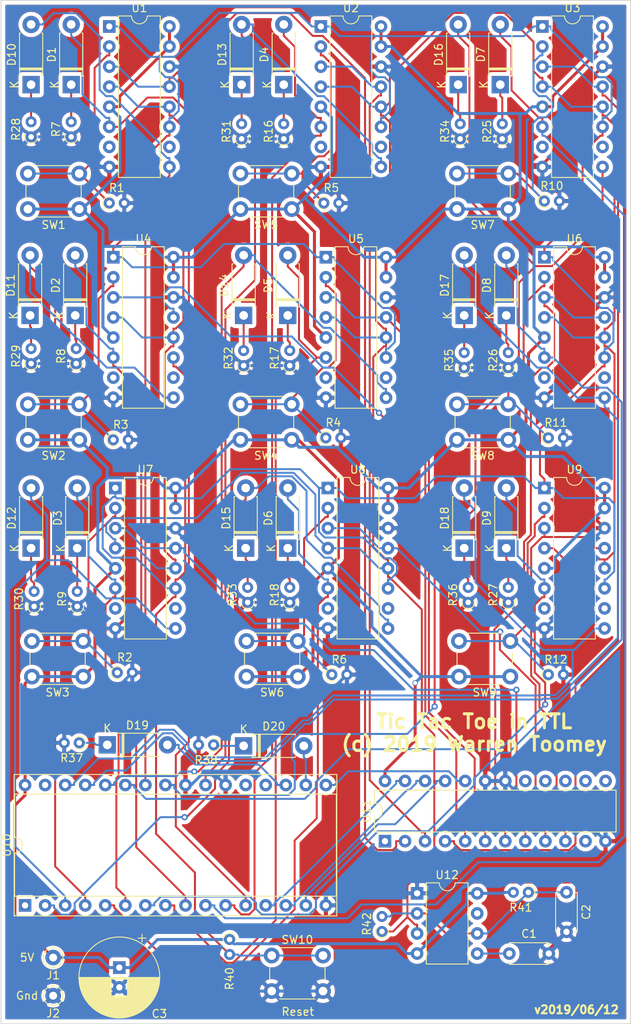
<source format=kicad_pcb>
(kicad_pcb (version 20171130) (host pcbnew 5.1.2-f72e74a~84~ubuntu18.04.1)
  (layers (0 F.Cu signal) (31 B.Cu signal) (34 B.Paste user) (35 F.Paste user) (36 B.SilkS user) (37 F.SilkS user) (38 B.Mask user) (39 F.Mask user) (44 Edge.Cuts user))
  (net 0 "")
  (net 1 "Net-(C1-Pad1)")
  (net 2 Lo)
  (net 3 "Net-(C2-Pad1)")
  (net 4 User1)
  (net 5 "Net-(D1-Pad1)")
  (net 6 User4)
  (net 7 "Net-(D2-Pad1)")
  (net 8 User7)
  (net 9 "Net-(D3-Pad1)")
  (net 10 User2)
  (net 11 "Net-(D4-Pad1)")
  (net 12 "Net-(D5-Pad1)")
  (net 13 User5)
  (net 14 User8)
  (net 15 "Net-(D6-Pad1)")
  (net 16 "Net-(D7-Pad1)")
  (net 17 User3)
  (net 18 "Net-(D8-Pad1)")
  (net 19 User6)
  (net 20 "Net-(D9-Pad1)")
  (net 21 User9)
  (net 22 Board1)
  (net 23 "Net-(D10-Pad1)")
  (net 24 Board4)
  (net 25 "Net-(D11-Pad1)")
  (net 26 Board7)
  (net 27 "Net-(D12-Pad1)")
  (net 28 "Net-(D13-Pad1)")
  (net 29 Board2)
  (net 30 "Net-(D14-Pad1)")
  (net 31 Board5)
  (net 32 "Net-(D15-Pad1)")
  (net 33 Board8)
  (net 34 "Net-(D16-Pad1)")
  (net 35 Board3)
  (net 36 "Net-(D17-Pad1)")
  (net 37 Board6)
  (net 38 "Net-(D18-Pad1)")
  (net 39 Board9)
  (net 40 "Net-(D19-Pad2)")
  (net 41 "Net-(D19-Pad1)")
  (net 42 "Net-(D20-Pad2)")
  (net 43 "Net-(D20-Pad1)")
  (net 44 Hi)
  (net 45 Clk)
  (net 46 Reset)
  (net 47 Move1)
  (net 48 Move2)
  (net 49 Move3)
  (net 50 Move4)
  (net 51 Move5)
  (net 52 Move6)
  (net 53 Move7)
  (net 54 Move8)
  (net 55 Move9)
  (net 56 "Net-(U10-Pad1)")
  (net 57 "Net-(U10-Pad17)")
  (net 58 "Net-(U10-Pad20)")
  (net 59 "Net-(U10-Pad21)")
  (net 60 "Net-(U10-Pad13)")
  (net 61 "Net-(U10-Pad14)")
  (net 62 "Net-(U10-Pad15)")
  (net 63 "Net-(U10-Pad31)")
  (net 64 "Net-(U11-Pad1)")
  (net 65 "Net-(U11-Pad13)")
  (net 66 "Net-(U11-Pad14)")
  (net 67 "Net-(U11-Pad15)")
  (net 68 "Net-(U11-Pad16)")
  (net 69 "Net-(U11-Pad17)")
  (net 70 "Net-(U11-Pad11)")
  (net 71 "Net-(U12-Pad7)")
  (net 72 "Net-(R1-Pad1)")
  (net 73 "Net-(R2-Pad1)")
  (net 74 "Net-(R3-Pad1)")
  (net 75 "Net-(R4-Pad1)")
  (net 76 "Net-(R5-Pad1)")
  (net 77 "Net-(R6-Pad1)")
  (net 78 "Net-(R10-Pad1)")
  (net 79 "Net-(R11-Pad1)")
  (net 80 "Net-(R12-Pad1)")
  (net 81 "Net-(U1-Pad10)")
  (net 82 "Net-(U1-Pad7)")
  (net 83 "Net-(U2-Pad10)")
  (net 84 "Net-(U2-Pad7)")
  (net 85 "Net-(U3-Pad10)")
  (net 86 "Net-(U3-Pad7)")
  (net 87 "Net-(U4-Pad10)")
  (net 88 "Net-(U4-Pad7)")
  (net 89 "Net-(U5-Pad7)")
  (net 90 "Net-(U5-Pad10)")
  (net 91 "Net-(U6-Pad7)")
  (net 92 "Net-(U6-Pad10)")
  (net 93 "Net-(U7-Pad10)")
  (net 94 "Net-(U7-Pad7)")
  (net 95 "Net-(U8-Pad7)")
  (net 96 "Net-(U8-Pad10)")
  (net 97 "Net-(U9-Pad7)")
  (net 98 "Net-(U9-Pad10)")
  (module Connector_Pin:Pin_D1.0mm_L10.0mm (layer F.Cu) (at 30.734 149.606)
    (fp_text reference J2 (at 0 2.25) (layer F.SilkS))
    (fp_text value Conn_01x01)
    (pad 1 thru_hole circle (at 0 0) (size 2 2) (drill 1) (layers *.Cu *.Mask) (net 2 Lo))
  )
  (module Connector_Pin:Pin_D1.0mm_L10.0mm (layer F.Cu) (at 30.734 144.78)
    (fp_text reference J1 (at 0 2.25) (layer F.SilkS))
    (fp_text value Conn_01x01)
    (pad 1 thru_hole circle (at 0 0) (size 2 2) (drill 1) (layers *.Cu *.Mask) (net 44 Hi))
  )
  (module Capacitor_THT:CP_Radial_D10.0mm_P2.50mm (layer F.Cu) (at 39.116 146.05 270)
    (fp_text reference C3 (at 5.842 -5.08 180) (layer F.SilkS))
    (fp_text value 220uF)
    (pad 2 thru_hole circle (at 2.5 0 270) (size 1.6 1.6) (drill 0.8) (layers *.Cu *.Mask) (net 2 Lo))
    (pad 1 thru_hole rect (at 0 0 270) (size 1.6 1.6) (drill 0.8) (layers *.Cu *.Mask) (net 44 Hi))
  )
  (module Package_DIP:DIP-16_W7.62mm (layer F.Cu) (at 92.964 85.344)
    (fp_text reference U9 (at 3.81 -2.33) (layer F.SilkS))
    (fp_text value 74LS109)
    (pad 16 thru_hole oval (at 7.62 0) (size 1.6 1.6) (drill 0.8) (layers *.Cu *.Mask) (net 44 Hi))
    (pad 8 thru_hole oval (at 0 17.78) (size 1.6 1.6) (drill 0.8) (layers *.Cu *.Mask) (net 2 Lo))
    (pad 15 thru_hole oval (at 7.62 2.54) (size 1.6 1.6) (drill 0.8) (layers *.Cu *.Mask) (net 44 Hi))
    (pad 7 thru_hole oval (at 0 15.24) (size 1.6 1.6) (drill 0.8) (layers *.Cu *.Mask) (net 97 "Net-(U9-Pad7)"))
    (pad 14 thru_hole oval (at 7.62 5.08) (size 1.6 1.6) (drill 0.8) (layers *.Cu *.Mask) (net 2 Lo))
    (pad 6 thru_hole oval (at 0 12.7) (size 1.6 1.6) (drill 0.8) (layers *.Cu *.Mask) (net 21 User9))
    (pad 13 thru_hole oval (at 7.62 7.62) (size 1.6 1.6) (drill 0.8) (layers *.Cu *.Mask) (net 55 Move9))
    (pad 5 thru_hole oval (at 0 10.16) (size 1.6 1.6) (drill 0.8) (layers *.Cu *.Mask) (net 44 Hi))
    (pad 12 thru_hole oval (at 7.62 10.16) (size 1.6 1.6) (drill 0.8) (layers *.Cu *.Mask) (net 45 Clk))
    (pad 4 thru_hole oval (at 0 7.62) (size 1.6 1.6) (drill 0.8) (layers *.Cu *.Mask) (net 45 Clk))
    (pad 11 thru_hole oval (at 7.62 12.7) (size 1.6 1.6) (drill 0.8) (layers *.Cu *.Mask) (net 46 Reset))
    (pad 3 thru_hole oval (at 0 5.08) (size 1.6 1.6) (drill 0.8) (layers *.Cu *.Mask) (net 55 Move9))
    (pad 10 thru_hole oval (at 7.62 15.24) (size 1.6 1.6) (drill 0.8) (layers *.Cu *.Mask) (net 98 "Net-(U9-Pad10)"))
    (pad 2 thru_hole oval (at 0 2.54) (size 1.6 1.6) (drill 0.8) (layers *.Cu *.Mask) (net 80 "Net-(R12-Pad1)"))
    (pad 9 thru_hole oval (at 7.62 17.78) (size 1.6 1.6) (drill 0.8) (layers *.Cu *.Mask) (net 39 Board9))
    (pad 1 thru_hole rect (at 0 0) (size 1.6 1.6) (drill 0.8) (layers *.Cu *.Mask) (net 46 Reset))
  )
  (module Package_DIP:DIP-16_W7.62mm (layer F.Cu) (at 65.532 85.344)
    (fp_text reference U8 (at 3.81 -2.33) (layer F.SilkS))
    (fp_text value 74LS109)
    (pad 16 thru_hole oval (at 7.62 0) (size 1.6 1.6) (drill 0.8) (layers *.Cu *.Mask) (net 44 Hi))
    (pad 8 thru_hole oval (at 0 17.78) (size 1.6 1.6) (drill 0.8) (layers *.Cu *.Mask) (net 2 Lo))
    (pad 15 thru_hole oval (at 7.62 2.54) (size 1.6 1.6) (drill 0.8) (layers *.Cu *.Mask) (net 44 Hi))
    (pad 7 thru_hole oval (at 0 15.24) (size 1.6 1.6) (drill 0.8) (layers *.Cu *.Mask) (net 95 "Net-(U8-Pad7)"))
    (pad 14 thru_hole oval (at 7.62 5.08) (size 1.6 1.6) (drill 0.8) (layers *.Cu *.Mask) (net 2 Lo))
    (pad 6 thru_hole oval (at 0 12.7) (size 1.6 1.6) (drill 0.8) (layers *.Cu *.Mask) (net 14 User8))
    (pad 13 thru_hole oval (at 7.62 7.62) (size 1.6 1.6) (drill 0.8) (layers *.Cu *.Mask) (net 54 Move8))
    (pad 5 thru_hole oval (at 0 10.16) (size 1.6 1.6) (drill 0.8) (layers *.Cu *.Mask) (net 44 Hi))
    (pad 12 thru_hole oval (at 7.62 10.16) (size 1.6 1.6) (drill 0.8) (layers *.Cu *.Mask) (net 45 Clk))
    (pad 4 thru_hole oval (at 0 7.62) (size 1.6 1.6) (drill 0.8) (layers *.Cu *.Mask) (net 45 Clk))
    (pad 11 thru_hole oval (at 7.62 12.7) (size 1.6 1.6) (drill 0.8) (layers *.Cu *.Mask) (net 46 Reset))
    (pad 3 thru_hole oval (at 0 5.08) (size 1.6 1.6) (drill 0.8) (layers *.Cu *.Mask) (net 54 Move8))
    (pad 10 thru_hole oval (at 7.62 15.24) (size 1.6 1.6) (drill 0.8) (layers *.Cu *.Mask) (net 96 "Net-(U8-Pad10)"))
    (pad 2 thru_hole oval (at 0 2.54) (size 1.6 1.6) (drill 0.8) (layers *.Cu *.Mask) (net 77 "Net-(R6-Pad1)"))
    (pad 9 thru_hole oval (at 7.62 17.78) (size 1.6 1.6) (drill 0.8) (layers *.Cu *.Mask) (net 33 Board8))
    (pad 1 thru_hole rect (at 0 0) (size 1.6 1.6) (drill 0.8) (layers *.Cu *.Mask) (net 46 Reset))
  )
  (module Package_DIP:DIP-16_W7.62mm (layer F.Cu) (at 38.608 85.344)
    (fp_text reference U7 (at 3.81 -2.33) (layer F.SilkS))
    (fp_text value 74LS109)
    (pad 16 thru_hole oval (at 7.62 0) (size 1.6 1.6) (drill 0.8) (layers *.Cu *.Mask) (net 44 Hi))
    (pad 8 thru_hole oval (at 0 17.78) (size 1.6 1.6) (drill 0.8) (layers *.Cu *.Mask) (net 2 Lo))
    (pad 15 thru_hole oval (at 7.62 2.54) (size 1.6 1.6) (drill 0.8) (layers *.Cu *.Mask) (net 44 Hi))
    (pad 7 thru_hole oval (at 0 15.24) (size 1.6 1.6) (drill 0.8) (layers *.Cu *.Mask) (net 94 "Net-(U7-Pad7)"))
    (pad 14 thru_hole oval (at 7.62 5.08) (size 1.6 1.6) (drill 0.8) (layers *.Cu *.Mask) (net 2 Lo))
    (pad 6 thru_hole oval (at 0 12.7) (size 1.6 1.6) (drill 0.8) (layers *.Cu *.Mask) (net 8 User7))
    (pad 13 thru_hole oval (at 7.62 7.62) (size 1.6 1.6) (drill 0.8) (layers *.Cu *.Mask) (net 53 Move7))
    (pad 5 thru_hole oval (at 0 10.16) (size 1.6 1.6) (drill 0.8) (layers *.Cu *.Mask) (net 44 Hi))
    (pad 12 thru_hole oval (at 7.62 10.16) (size 1.6 1.6) (drill 0.8) (layers *.Cu *.Mask) (net 45 Clk))
    (pad 4 thru_hole oval (at 0 7.62) (size 1.6 1.6) (drill 0.8) (layers *.Cu *.Mask) (net 45 Clk))
    (pad 11 thru_hole oval (at 7.62 12.7) (size 1.6 1.6) (drill 0.8) (layers *.Cu *.Mask) (net 46 Reset))
    (pad 3 thru_hole oval (at 0 5.08) (size 1.6 1.6) (drill 0.8) (layers *.Cu *.Mask) (net 53 Move7))
    (pad 10 thru_hole oval (at 7.62 15.24) (size 1.6 1.6) (drill 0.8) (layers *.Cu *.Mask) (net 93 "Net-(U7-Pad10)"))
    (pad 2 thru_hole oval (at 0 2.54) (size 1.6 1.6) (drill 0.8) (layers *.Cu *.Mask) (net 73 "Net-(R2-Pad1)"))
    (pad 9 thru_hole oval (at 7.62 17.78) (size 1.6 1.6) (drill 0.8) (layers *.Cu *.Mask) (net 26 Board7))
    (pad 1 thru_hole rect (at 0 0) (size 1.6 1.6) (drill 0.8) (layers *.Cu *.Mask) (net 46 Reset))
  )
  (module Package_DIP:DIP-16_W7.62mm (layer F.Cu) (at 92.964 56.134)
    (fp_text reference U6 (at 3.81 -2.33) (layer F.SilkS))
    (fp_text value 74LS109)
    (pad 16 thru_hole oval (at 7.62 0) (size 1.6 1.6) (drill 0.8) (layers *.Cu *.Mask) (net 44 Hi))
    (pad 8 thru_hole oval (at 0 17.78) (size 1.6 1.6) (drill 0.8) (layers *.Cu *.Mask) (net 2 Lo))
    (pad 15 thru_hole oval (at 7.62 2.54) (size 1.6 1.6) (drill 0.8) (layers *.Cu *.Mask) (net 44 Hi))
    (pad 7 thru_hole oval (at 0 15.24) (size 1.6 1.6) (drill 0.8) (layers *.Cu *.Mask) (net 91 "Net-(U6-Pad7)"))
    (pad 14 thru_hole oval (at 7.62 5.08) (size 1.6 1.6) (drill 0.8) (layers *.Cu *.Mask) (net 2 Lo))
    (pad 6 thru_hole oval (at 0 12.7) (size 1.6 1.6) (drill 0.8) (layers *.Cu *.Mask) (net 19 User6))
    (pad 13 thru_hole oval (at 7.62 7.62) (size 1.6 1.6) (drill 0.8) (layers *.Cu *.Mask) (net 52 Move6))
    (pad 5 thru_hole oval (at 0 10.16) (size 1.6 1.6) (drill 0.8) (layers *.Cu *.Mask) (net 44 Hi))
    (pad 12 thru_hole oval (at 7.62 10.16) (size 1.6 1.6) (drill 0.8) (layers *.Cu *.Mask) (net 45 Clk))
    (pad 4 thru_hole oval (at 0 7.62) (size 1.6 1.6) (drill 0.8) (layers *.Cu *.Mask) (net 45 Clk))
    (pad 11 thru_hole oval (at 7.62 12.7) (size 1.6 1.6) (drill 0.8) (layers *.Cu *.Mask) (net 46 Reset))
    (pad 3 thru_hole oval (at 0 5.08) (size 1.6 1.6) (drill 0.8) (layers *.Cu *.Mask) (net 52 Move6))
    (pad 10 thru_hole oval (at 7.62 15.24) (size 1.6 1.6) (drill 0.8) (layers *.Cu *.Mask) (net 92 "Net-(U6-Pad10)"))
    (pad 2 thru_hole oval (at 0 2.54) (size 1.6 1.6) (drill 0.8) (layers *.Cu *.Mask) (net 79 "Net-(R11-Pad1)"))
    (pad 9 thru_hole oval (at 7.62 17.78) (size 1.6 1.6) (drill 0.8) (layers *.Cu *.Mask) (net 37 Board6))
    (pad 1 thru_hole rect (at 0 0) (size 1.6 1.6) (drill 0.8) (layers *.Cu *.Mask) (net 46 Reset))
  )
  (module Package_DIP:DIP-16_W7.62mm (layer F.Cu) (at 65.278 56.134)
    (fp_text reference U5 (at 3.81 -2.33) (layer F.SilkS))
    (fp_text value 74LS109)
    (pad 16 thru_hole oval (at 7.62 0) (size 1.6 1.6) (drill 0.8) (layers *.Cu *.Mask) (net 44 Hi))
    (pad 8 thru_hole oval (at 0 17.78) (size 1.6 1.6) (drill 0.8) (layers *.Cu *.Mask) (net 2 Lo))
    (pad 15 thru_hole oval (at 7.62 2.54) (size 1.6 1.6) (drill 0.8) (layers *.Cu *.Mask) (net 44 Hi))
    (pad 7 thru_hole oval (at 0 15.24) (size 1.6 1.6) (drill 0.8) (layers *.Cu *.Mask) (net 89 "Net-(U5-Pad7)"))
    (pad 14 thru_hole oval (at 7.62 5.08) (size 1.6 1.6) (drill 0.8) (layers *.Cu *.Mask) (net 2 Lo))
    (pad 6 thru_hole oval (at 0 12.7) (size 1.6 1.6) (drill 0.8) (layers *.Cu *.Mask) (net 13 User5))
    (pad 13 thru_hole oval (at 7.62 7.62) (size 1.6 1.6) (drill 0.8) (layers *.Cu *.Mask) (net 51 Move5))
    (pad 5 thru_hole oval (at 0 10.16) (size 1.6 1.6) (drill 0.8) (layers *.Cu *.Mask) (net 44 Hi))
    (pad 12 thru_hole oval (at 7.62 10.16) (size 1.6 1.6) (drill 0.8) (layers *.Cu *.Mask) (net 45 Clk))
    (pad 4 thru_hole oval (at 0 7.62) (size 1.6 1.6) (drill 0.8) (layers *.Cu *.Mask) (net 45 Clk))
    (pad 11 thru_hole oval (at 7.62 12.7) (size 1.6 1.6) (drill 0.8) (layers *.Cu *.Mask) (net 46 Reset))
    (pad 3 thru_hole oval (at 0 5.08) (size 1.6 1.6) (drill 0.8) (layers *.Cu *.Mask) (net 51 Move5))
    (pad 10 thru_hole oval (at 7.62 15.24) (size 1.6 1.6) (drill 0.8) (layers *.Cu *.Mask) (net 90 "Net-(U5-Pad10)"))
    (pad 2 thru_hole oval (at 0 2.54) (size 1.6 1.6) (drill 0.8) (layers *.Cu *.Mask) (net 75 "Net-(R4-Pad1)"))
    (pad 9 thru_hole oval (at 7.62 17.78) (size 1.6 1.6) (drill 0.8) (layers *.Cu *.Mask) (net 31 Board5))
    (pad 1 thru_hole rect (at 0 0) (size 1.6 1.6) (drill 0.8) (layers *.Cu *.Mask) (net 46 Reset))
  )
  (module Package_DIP:DIP-16_W7.62mm (layer F.Cu) (at 38.354 56.134)
    (fp_text reference U4 (at 3.81 -2.33) (layer F.SilkS))
    (fp_text value 74LS109)
    (pad 16 thru_hole oval (at 7.62 0) (size 1.6 1.6) (drill 0.8) (layers *.Cu *.Mask) (net 44 Hi))
    (pad 8 thru_hole oval (at 0 17.78) (size 1.6 1.6) (drill 0.8) (layers *.Cu *.Mask) (net 2 Lo))
    (pad 15 thru_hole oval (at 7.62 2.54) (size 1.6 1.6) (drill 0.8) (layers *.Cu *.Mask) (net 44 Hi))
    (pad 7 thru_hole oval (at 0 15.24) (size 1.6 1.6) (drill 0.8) (layers *.Cu *.Mask) (net 88 "Net-(U4-Pad7)"))
    (pad 14 thru_hole oval (at 7.62 5.08) (size 1.6 1.6) (drill 0.8) (layers *.Cu *.Mask) (net 2 Lo))
    (pad 6 thru_hole oval (at 0 12.7) (size 1.6 1.6) (drill 0.8) (layers *.Cu *.Mask) (net 6 User4))
    (pad 13 thru_hole oval (at 7.62 7.62) (size 1.6 1.6) (drill 0.8) (layers *.Cu *.Mask) (net 50 Move4))
    (pad 5 thru_hole oval (at 0 10.16) (size 1.6 1.6) (drill 0.8) (layers *.Cu *.Mask) (net 44 Hi))
    (pad 12 thru_hole oval (at 7.62 10.16) (size 1.6 1.6) (drill 0.8) (layers *.Cu *.Mask) (net 45 Clk))
    (pad 4 thru_hole oval (at 0 7.62) (size 1.6 1.6) (drill 0.8) (layers *.Cu *.Mask) (net 45 Clk))
    (pad 11 thru_hole oval (at 7.62 12.7) (size 1.6 1.6) (drill 0.8) (layers *.Cu *.Mask) (net 46 Reset))
    (pad 3 thru_hole oval (at 0 5.08) (size 1.6 1.6) (drill 0.8) (layers *.Cu *.Mask) (net 50 Move4))
    (pad 10 thru_hole oval (at 7.62 15.24) (size 1.6 1.6) (drill 0.8) (layers *.Cu *.Mask) (net 87 "Net-(U4-Pad10)"))
    (pad 2 thru_hole oval (at 0 2.54) (size 1.6 1.6) (drill 0.8) (layers *.Cu *.Mask) (net 74 "Net-(R3-Pad1)"))
    (pad 9 thru_hole oval (at 7.62 17.78) (size 1.6 1.6) (drill 0.8) (layers *.Cu *.Mask) (net 24 Board4))
    (pad 1 thru_hole rect (at 0 0) (size 1.6 1.6) (drill 0.8) (layers *.Cu *.Mask) (net 46 Reset))
  )
  (module Package_DIP:DIP-16_W7.62mm (layer F.Cu) (at 92.71 26.924)
    (fp_text reference U3 (at 3.81 -2.33) (layer F.SilkS))
    (fp_text value 74LS109)
    (pad 16 thru_hole oval (at 7.62 0) (size 1.6 1.6) (drill 0.8) (layers *.Cu *.Mask) (net 44 Hi))
    (pad 8 thru_hole oval (at 0 17.78) (size 1.6 1.6) (drill 0.8) (layers *.Cu *.Mask) (net 2 Lo))
    (pad 15 thru_hole oval (at 7.62 2.54) (size 1.6 1.6) (drill 0.8) (layers *.Cu *.Mask) (net 44 Hi))
    (pad 7 thru_hole oval (at 0 15.24) (size 1.6 1.6) (drill 0.8) (layers *.Cu *.Mask) (net 86 "Net-(U3-Pad7)"))
    (pad 14 thru_hole oval (at 7.62 5.08) (size 1.6 1.6) (drill 0.8) (layers *.Cu *.Mask) (net 2 Lo))
    (pad 6 thru_hole oval (at 0 12.7) (size 1.6 1.6) (drill 0.8) (layers *.Cu *.Mask) (net 17 User3))
    (pad 13 thru_hole oval (at 7.62 7.62) (size 1.6 1.6) (drill 0.8) (layers *.Cu *.Mask) (net 49 Move3))
    (pad 5 thru_hole oval (at 0 10.16) (size 1.6 1.6) (drill 0.8) (layers *.Cu *.Mask) (net 44 Hi))
    (pad 12 thru_hole oval (at 7.62 10.16) (size 1.6 1.6) (drill 0.8) (layers *.Cu *.Mask) (net 45 Clk))
    (pad 4 thru_hole oval (at 0 7.62) (size 1.6 1.6) (drill 0.8) (layers *.Cu *.Mask) (net 45 Clk))
    (pad 11 thru_hole oval (at 7.62 12.7) (size 1.6 1.6) (drill 0.8) (layers *.Cu *.Mask) (net 46 Reset))
    (pad 3 thru_hole oval (at 0 5.08) (size 1.6 1.6) (drill 0.8) (layers *.Cu *.Mask) (net 49 Move3))
    (pad 10 thru_hole oval (at 7.62 15.24) (size 1.6 1.6) (drill 0.8) (layers *.Cu *.Mask) (net 85 "Net-(U3-Pad10)"))
    (pad 2 thru_hole oval (at 0 2.54) (size 1.6 1.6) (drill 0.8) (layers *.Cu *.Mask) (net 78 "Net-(R10-Pad1)"))
    (pad 9 thru_hole oval (at 7.62 17.78) (size 1.6 1.6) (drill 0.8) (layers *.Cu *.Mask) (net 35 Board3))
    (pad 1 thru_hole rect (at 0 0) (size 1.6 1.6) (drill 0.8) (layers *.Cu *.Mask) (net 46 Reset))
  )
  (module Package_DIP:DIP-16_W7.62mm (layer F.Cu) (at 64.643 26.924)
    (fp_text reference U2 (at 3.81 -2.33) (layer F.SilkS))
    (fp_text value 74LS109)
    (pad 16 thru_hole oval (at 7.62 0) (size 1.6 1.6) (drill 0.8) (layers *.Cu *.Mask) (net 44 Hi))
    (pad 8 thru_hole oval (at 0 17.78) (size 1.6 1.6) (drill 0.8) (layers *.Cu *.Mask) (net 2 Lo))
    (pad 15 thru_hole oval (at 7.62 2.54) (size 1.6 1.6) (drill 0.8) (layers *.Cu *.Mask) (net 44 Hi))
    (pad 7 thru_hole oval (at 0 15.24) (size 1.6 1.6) (drill 0.8) (layers *.Cu *.Mask) (net 84 "Net-(U2-Pad7)"))
    (pad 14 thru_hole oval (at 7.62 5.08) (size 1.6 1.6) (drill 0.8) (layers *.Cu *.Mask) (net 2 Lo))
    (pad 6 thru_hole oval (at 0 12.7) (size 1.6 1.6) (drill 0.8) (layers *.Cu *.Mask) (net 10 User2))
    (pad 13 thru_hole oval (at 7.62 7.62) (size 1.6 1.6) (drill 0.8) (layers *.Cu *.Mask) (net 48 Move2))
    (pad 5 thru_hole oval (at 0 10.16) (size 1.6 1.6) (drill 0.8) (layers *.Cu *.Mask) (net 44 Hi))
    (pad 12 thru_hole oval (at 7.62 10.16) (size 1.6 1.6) (drill 0.8) (layers *.Cu *.Mask) (net 45 Clk))
    (pad 4 thru_hole oval (at 0 7.62) (size 1.6 1.6) (drill 0.8) (layers *.Cu *.Mask) (net 45 Clk))
    (pad 11 thru_hole oval (at 7.62 12.7) (size 1.6 1.6) (drill 0.8) (layers *.Cu *.Mask) (net 46 Reset))
    (pad 3 thru_hole oval (at 0 5.08) (size 1.6 1.6) (drill 0.8) (layers *.Cu *.Mask) (net 48 Move2))
    (pad 10 thru_hole oval (at 7.62 15.24) (size 1.6 1.6) (drill 0.8) (layers *.Cu *.Mask) (net 83 "Net-(U2-Pad10)"))
    (pad 2 thru_hole oval (at 0 2.54) (size 1.6 1.6) (drill 0.8) (layers *.Cu *.Mask) (net 76 "Net-(R5-Pad1)"))
    (pad 9 thru_hole oval (at 7.62 17.78) (size 1.6 1.6) (drill 0.8) (layers *.Cu *.Mask) (net 29 Board2))
    (pad 1 thru_hole rect (at 0 0) (size 1.6 1.6) (drill 0.8) (layers *.Cu *.Mask) (net 46 Reset))
  )
  (module Package_DIP:DIP-16_W7.62mm (layer F.Cu) (at 37.846 26.924)
    (fp_text reference U1 (at 3.81 -2.33) (layer F.SilkS))
    (fp_text value 74LS109)
    (pad 16 thru_hole oval (at 7.62 0) (size 1.6 1.6) (drill 0.8) (layers *.Cu *.Mask) (net 44 Hi))
    (pad 8 thru_hole oval (at 0 17.78) (size 1.6 1.6) (drill 0.8) (layers *.Cu *.Mask) (net 2 Lo))
    (pad 15 thru_hole oval (at 7.62 2.54) (size 1.6 1.6) (drill 0.8) (layers *.Cu *.Mask) (net 44 Hi))
    (pad 7 thru_hole oval (at 0 15.24) (size 1.6 1.6) (drill 0.8) (layers *.Cu *.Mask) (net 82 "Net-(U1-Pad7)"))
    (pad 14 thru_hole oval (at 7.62 5.08) (size 1.6 1.6) (drill 0.8) (layers *.Cu *.Mask) (net 2 Lo))
    (pad 6 thru_hole oval (at 0 12.7) (size 1.6 1.6) (drill 0.8) (layers *.Cu *.Mask) (net 4 User1))
    (pad 13 thru_hole oval (at 7.62 7.62) (size 1.6 1.6) (drill 0.8) (layers *.Cu *.Mask) (net 47 Move1))
    (pad 5 thru_hole oval (at 0 10.16) (size 1.6 1.6) (drill 0.8) (layers *.Cu *.Mask) (net 44 Hi))
    (pad 12 thru_hole oval (at 7.62 10.16) (size 1.6 1.6) (drill 0.8) (layers *.Cu *.Mask) (net 45 Clk))
    (pad 4 thru_hole oval (at 0 7.62) (size 1.6 1.6) (drill 0.8) (layers *.Cu *.Mask) (net 45 Clk))
    (pad 11 thru_hole oval (at 7.62 12.7) (size 1.6 1.6) (drill 0.8) (layers *.Cu *.Mask) (net 46 Reset))
    (pad 3 thru_hole oval (at 0 5.08) (size 1.6 1.6) (drill 0.8) (layers *.Cu *.Mask) (net 47 Move1))
    (pad 10 thru_hole oval (at 7.62 15.24) (size 1.6 1.6) (drill 0.8) (layers *.Cu *.Mask) (net 81 "Net-(U1-Pad10)"))
    (pad 2 thru_hole oval (at 0 2.54) (size 1.6 1.6) (drill 0.8) (layers *.Cu *.Mask) (net 72 "Net-(R1-Pad1)"))
    (pad 9 thru_hole oval (at 7.62 17.78) (size 1.6 1.6) (drill 0.8) (layers *.Cu *.Mask) (net 22 Board1))
    (pad 1 thru_hole rect (at 0 0) (size 1.6 1.6) (drill 0.8) (layers *.Cu *.Mask) (net 46 Reset))
  )
  (module Button_Switch_THT:SW_PUSH_6mm_H8mm (layer F.Cu) (at 88.646 109.22 180)
    (fp_text reference SW9 (at 3.25 -2) (layer F.SilkS))
    (fp_text value SW_Push)
    (pad 1 thru_hole circle (at 6.5 0 270) (size 2 2) (drill 1.1) (layers *.Cu *.Mask) (net 44 Hi))
    (pad 2 thru_hole circle (at 6.5 4.5 270) (size 2 2) (drill 1.1) (layers *.Cu *.Mask) (net 80 "Net-(R12-Pad1)"))
    (pad 1 thru_hole circle (at 0 0 270) (size 2 2) (drill 1.1) (layers *.Cu *.Mask) (net 44 Hi))
    (pad 2 thru_hole circle (at 0 4.5 270) (size 2 2) (drill 1.1) (layers *.Cu *.Mask) (net 80 "Net-(R12-Pad1)"))
  )
  (module Button_Switch_THT:SW_PUSH_6mm_H8mm (layer F.Cu) (at 88.392 79.248 180)
    (fp_text reference SW8 (at 3.25 -2) (layer F.SilkS))
    (fp_text value SW_Push)
    (pad 1 thru_hole circle (at 6.5 0 270) (size 2 2) (drill 1.1) (layers *.Cu *.Mask) (net 44 Hi))
    (pad 2 thru_hole circle (at 6.5 4.5 270) (size 2 2) (drill 1.1) (layers *.Cu *.Mask) (net 79 "Net-(R11-Pad1)"))
    (pad 1 thru_hole circle (at 0 0 270) (size 2 2) (drill 1.1) (layers *.Cu *.Mask) (net 44 Hi))
    (pad 2 thru_hole circle (at 0 4.5 270) (size 2 2) (drill 1.1) (layers *.Cu *.Mask) (net 79 "Net-(R11-Pad1)"))
  )
  (module Button_Switch_THT:SW_PUSH_6mm_H8mm (layer F.Cu) (at 88.392 50.038 180)
    (fp_text reference SW7 (at 3.25 -2) (layer F.SilkS))
    (fp_text value SW_Push)
    (pad 1 thru_hole circle (at 6.5 0 270) (size 2 2) (drill 1.1) (layers *.Cu *.Mask) (net 44 Hi))
    (pad 2 thru_hole circle (at 6.5 4.5 270) (size 2 2) (drill 1.1) (layers *.Cu *.Mask) (net 78 "Net-(R10-Pad1)"))
    (pad 1 thru_hole circle (at 0 0 270) (size 2 2) (drill 1.1) (layers *.Cu *.Mask) (net 44 Hi))
    (pad 2 thru_hole circle (at 0 4.5 270) (size 2 2) (drill 1.1) (layers *.Cu *.Mask) (net 78 "Net-(R10-Pad1)"))
  )
  (module Button_Switch_THT:SW_PUSH_6mm_H8mm (layer F.Cu) (at 61.722 109.22 180)
    (fp_text reference SW6 (at 3.25 -2) (layer F.SilkS))
    (fp_text value SW_Push)
    (pad 1 thru_hole circle (at 6.5 0 270) (size 2 2) (drill 1.1) (layers *.Cu *.Mask) (net 44 Hi))
    (pad 2 thru_hole circle (at 6.5 4.5 270) (size 2 2) (drill 1.1) (layers *.Cu *.Mask) (net 77 "Net-(R6-Pad1)"))
    (pad 1 thru_hole circle (at 0 0 270) (size 2 2) (drill 1.1) (layers *.Cu *.Mask) (net 44 Hi))
    (pad 2 thru_hole circle (at 0 4.5 270) (size 2 2) (drill 1.1) (layers *.Cu *.Mask) (net 77 "Net-(R6-Pad1)"))
  )
  (module Button_Switch_THT:SW_PUSH_6mm_H8mm (layer F.Cu) (at 60.96 50.038 180)
    (fp_text reference SW5 (at 3.25 -2) (layer F.SilkS))
    (fp_text value SW_Push)
    (pad 1 thru_hole circle (at 6.5 0 270) (size 2 2) (drill 1.1) (layers *.Cu *.Mask) (net 44 Hi))
    (pad 2 thru_hole circle (at 6.5 4.5 270) (size 2 2) (drill 1.1) (layers *.Cu *.Mask) (net 76 "Net-(R5-Pad1)"))
    (pad 1 thru_hole circle (at 0 0 270) (size 2 2) (drill 1.1) (layers *.Cu *.Mask) (net 44 Hi))
    (pad 2 thru_hole circle (at 0 4.5 270) (size 2 2) (drill 1.1) (layers *.Cu *.Mask) (net 76 "Net-(R5-Pad1)"))
  )
  (module Button_Switch_THT:SW_PUSH_6mm_H8mm (layer F.Cu) (at 60.96 79.248 180)
    (fp_text reference SW4 (at 3.25 -2) (layer F.SilkS))
    (fp_text value SW_Push)
    (pad 1 thru_hole circle (at 6.5 0 270) (size 2 2) (drill 1.1) (layers *.Cu *.Mask) (net 44 Hi))
    (pad 2 thru_hole circle (at 6.5 4.5 270) (size 2 2) (drill 1.1) (layers *.Cu *.Mask) (net 75 "Net-(R4-Pad1)"))
    (pad 1 thru_hole circle (at 0 0 270) (size 2 2) (drill 1.1) (layers *.Cu *.Mask) (net 44 Hi))
    (pad 2 thru_hole circle (at 0 4.5 270) (size 2 2) (drill 1.1) (layers *.Cu *.Mask) (net 75 "Net-(R4-Pad1)"))
  )
  (module Button_Switch_THT:SW_PUSH_6mm_H8mm (layer F.Cu) (at 34.544 109.22 180)
    (fp_text reference SW3 (at 3.25 -2) (layer F.SilkS))
    (fp_text value SW_Push)
    (pad 1 thru_hole circle (at 6.5 0 270) (size 2 2) (drill 1.1) (layers *.Cu *.Mask) (net 44 Hi))
    (pad 2 thru_hole circle (at 6.5 4.5 270) (size 2 2) (drill 1.1) (layers *.Cu *.Mask) (net 73 "Net-(R2-Pad1)"))
    (pad 1 thru_hole circle (at 0 0 270) (size 2 2) (drill 1.1) (layers *.Cu *.Mask) (net 44 Hi))
    (pad 2 thru_hole circle (at 0 4.5 270) (size 2 2) (drill 1.1) (layers *.Cu *.Mask) (net 73 "Net-(R2-Pad1)"))
  )
  (module Button_Switch_THT:SW_PUSH_6mm_H8mm (layer F.Cu) (at 34.036 50.038 180)
    (fp_text reference SW1 (at 3.25 -2) (layer F.SilkS))
    (fp_text value SW_Push)
    (pad 1 thru_hole circle (at 6.5 0 270) (size 2 2) (drill 1.1) (layers *.Cu *.Mask) (net 44 Hi))
    (pad 2 thru_hole circle (at 6.5 4.5 270) (size 2 2) (drill 1.1) (layers *.Cu *.Mask) (net 72 "Net-(R1-Pad1)"))
    (pad 1 thru_hole circle (at 0 0 270) (size 2 2) (drill 1.1) (layers *.Cu *.Mask) (net 44 Hi))
    (pad 2 thru_hole circle (at 0 4.5 270) (size 2 2) (drill 1.1) (layers *.Cu *.Mask) (net 72 "Net-(R1-Pad1)"))
  )
  (module Resistor_THT:R_Axial_DIN0204_L3.6mm_D1.6mm_P1.90mm_Vertical (layer F.Cu) (at 93.472 108.966)
    (fp_text reference R12 (at 0.95 -1.92) (layer F.SilkS))
    (fp_text value 1K)
    (pad 2 thru_hole oval (at 1.9 0) (size 1.4 1.4) (drill 0.7) (layers *.Cu *.Mask) (net 2 Lo))
    (pad 1 thru_hole circle (at 0 0) (size 1.4 1.4) (drill 0.7) (layers *.Cu *.Mask) (net 80 "Net-(R12-Pad1)"))
  )
  (module Resistor_THT:R_Axial_DIN0204_L3.6mm_D1.6mm_P1.90mm_Vertical (layer F.Cu) (at 93.472 78.994)
    (fp_text reference R11 (at 0.95 -1.92) (layer F.SilkS))
    (fp_text value 1K)
    (pad 2 thru_hole oval (at 1.9 0) (size 1.4 1.4) (drill 0.7) (layers *.Cu *.Mask) (net 2 Lo))
    (pad 1 thru_hole circle (at 0 0) (size 1.4 1.4) (drill 0.7) (layers *.Cu *.Mask) (net 79 "Net-(R11-Pad1)"))
  )
  (module Resistor_THT:R_Axial_DIN0204_L3.6mm_D1.6mm_P1.90mm_Vertical (layer F.Cu) (at 92.964 49.022)
    (fp_text reference R10 (at 0.95 -1.92) (layer F.SilkS))
    (fp_text value 1K)
    (pad 2 thru_hole oval (at 1.9 0) (size 1.4 1.4) (drill 0.7) (layers *.Cu *.Mask) (net 2 Lo))
    (pad 1 thru_hole circle (at 0 0) (size 1.4 1.4) (drill 0.7) (layers *.Cu *.Mask) (net 78 "Net-(R10-Pad1)"))
  )
  (module Resistor_THT:R_Axial_DIN0204_L3.6mm_D1.6mm_P1.90mm_Vertical (layer F.Cu) (at 66.04 108.966)
    (fp_text reference R6 (at 0.95 -1.92) (layer F.SilkS))
    (fp_text value 1K)
    (pad 2 thru_hole oval (at 1.9 0) (size 1.4 1.4) (drill 0.7) (layers *.Cu *.Mask) (net 2 Lo))
    (pad 1 thru_hole circle (at 0 0) (size 1.4 1.4) (drill 0.7) (layers *.Cu *.Mask) (net 77 "Net-(R6-Pad1)"))
  )
  (module Resistor_THT:R_Axial_DIN0204_L3.6mm_D1.6mm_P1.90mm_Vertical (layer F.Cu) (at 65.024 49.276)
    (fp_text reference R5 (at 0.95 -1.92) (layer F.SilkS))
    (fp_text value 1K)
    (pad 2 thru_hole oval (at 1.9 0) (size 1.4 1.4) (drill 0.7) (layers *.Cu *.Mask) (net 2 Lo))
    (pad 1 thru_hole circle (at 0 0) (size 1.4 1.4) (drill 0.7) (layers *.Cu *.Mask) (net 76 "Net-(R5-Pad1)"))
  )
  (module Resistor_THT:R_Axial_DIN0204_L3.6mm_D1.6mm_P1.90mm_Vertical (layer F.Cu) (at 65.278 78.994)
    (fp_text reference R4 (at 0.95 -1.92) (layer F.SilkS))
    (fp_text value 1K)
    (pad 2 thru_hole oval (at 1.9 0) (size 1.4 1.4) (drill 0.7) (layers *.Cu *.Mask) (net 2 Lo))
    (pad 1 thru_hole circle (at 0 0) (size 1.4 1.4) (drill 0.7) (layers *.Cu *.Mask) (net 75 "Net-(R4-Pad1)"))
  )
  (module Resistor_THT:R_Axial_DIN0204_L3.6mm_D1.6mm_P1.90mm_Vertical (layer F.Cu) (at 38.862 108.712)
    (fp_text reference R2 (at 0.95 -1.92) (layer F.SilkS))
    (fp_text value 1K)
    (pad 2 thru_hole oval (at 1.9 0) (size 1.4 1.4) (drill 0.7) (layers *.Cu *.Mask) (net 2 Lo))
    (pad 1 thru_hole circle (at 0 0) (size 1.4 1.4) (drill 0.7) (layers *.Cu *.Mask) (net 73 "Net-(R2-Pad1)"))
  )
  (module Resistor_THT:R_Axial_DIN0204_L3.6mm_D1.6mm_P1.90mm_Vertical (layer F.Cu) (at 37.846 49.276)
    (fp_text reference R1 (at 0.95 -1.92) (layer F.SilkS))
    (fp_text value 1K)
    (pad 2 thru_hole oval (at 1.9 0) (size 1.4 1.4) (drill 0.7) (layers *.Cu *.Mask) (net 2 Lo))
    (pad 1 thru_hole circle (at 0 0) (size 1.4 1.4) (drill 0.7) (layers *.Cu *.Mask) (net 72 "Net-(R1-Pad1)"))
  )
  (module Capacitor_THT:C_Disc_D4.7mm_W2.5mm_P5.00mm (layer F.Cu) (at 88.519 144.272)
    (fp_text reference C1 (at 2.5 -2.5) (layer F.SilkS))
    (fp_text value 10nF)
    (pad 1 thru_hole circle (at 0 0) (size 1.6 1.6) (drill 0.8) (layers *.Cu *.Mask) (net 1 "Net-(C1-Pad1)"))
    (pad 2 thru_hole circle (at 5 0) (size 1.6 1.6) (drill 0.8) (layers *.Cu *.Mask) (net 2 Lo))
  )
  (module Capacitor_THT:C_Disc_D4.7mm_W2.5mm_P5.00mm (layer F.Cu) (at 95.758 136.525 270)
    (fp_text reference C2 (at 2.5 -2.5 90) (layer F.SilkS))
    (fp_text value 100nF)
    (pad 2 thru_hole circle (at 5 0 270) (size 1.6 1.6) (drill 0.8) (layers *.Cu *.Mask) (net 2 Lo))
    (pad 1 thru_hole circle (at 0 0 270) (size 1.6 1.6) (drill 0.8) (layers *.Cu *.Mask) (net 3 "Net-(C2-Pad1)"))
  )
  (module Diode_THT:D_DO-41_SOD81_P7.62mm_Horizontal (layer F.Cu) (at 33.02 34.29 90)
    (fp_text reference D1 (at 3.81 -2.47 90) (layer F.SilkS))
    (fp_text value LED)
    (fp_text user K (at 0 -2.1 90) (layer F.SilkS))
    (pad 2 thru_hole oval (at 7.62 0 90) (size 2.2 2.2) (drill 1.1) (layers *.Cu *.Mask) (net 4 User1))
    (pad 1 thru_hole rect (at 0 0 90) (size 2.2 2.2) (drill 1.1) (layers *.Cu *.Mask) (net 5 "Net-(D1-Pad1)"))
  )
  (module Diode_THT:D_DO-41_SOD81_P7.62mm_Horizontal (layer F.Cu) (at 33.528 63.5 90)
    (fp_text reference D2 (at 3.81 -2.47 90) (layer F.SilkS))
    (fp_text value LED)
    (fp_text user K (at 0 -2.1 90) (layer F.SilkS))
    (pad 2 thru_hole oval (at 7.62 0 90) (size 2.2 2.2) (drill 1.1) (layers *.Cu *.Mask) (net 6 User4))
    (pad 1 thru_hole rect (at 0 0 90) (size 2.2 2.2) (drill 1.1) (layers *.Cu *.Mask) (net 7 "Net-(D2-Pad1)"))
  )
  (module Diode_THT:D_DO-41_SOD81_P7.62mm_Horizontal (layer F.Cu) (at 33.782 92.964 90)
    (fp_text reference D3 (at 3.81 -2.47 90) (layer F.SilkS))
    (fp_text value LED)
    (fp_text user K (at 0 -2.1 90) (layer F.SilkS))
    (pad 2 thru_hole oval (at 7.62 0 90) (size 2.2 2.2) (drill 1.1) (layers *.Cu *.Mask) (net 8 User7))
    (pad 1 thru_hole rect (at 0 0 90) (size 2.2 2.2) (drill 1.1) (layers *.Cu *.Mask) (net 9 "Net-(D3-Pad1)"))
  )
  (module Diode_THT:D_DO-41_SOD81_P7.62mm_Horizontal (layer F.Cu) (at 59.944 34.29 90)
    (fp_text reference D4 (at 3.81 -2.47 90) (layer F.SilkS))
    (fp_text value LED)
    (fp_text user K (at 0 -2.1 90) (layer F.SilkS))
    (pad 2 thru_hole oval (at 7.62 0 90) (size 2.2 2.2) (drill 1.1) (layers *.Cu *.Mask) (net 10 User2))
    (pad 1 thru_hole rect (at 0 0 90) (size 2.2 2.2) (drill 1.1) (layers *.Cu *.Mask) (net 11 "Net-(D4-Pad1)"))
  )
  (module Diode_THT:D_DO-41_SOD81_P7.62mm_Horizontal (layer F.Cu) (at 60.452 63.5 90)
    (fp_text reference D5 (at 3.81 -2.47 90) (layer F.SilkS))
    (fp_text value LED)
    (fp_text user K (at 0 -2.1 90) (layer F.SilkS))
    (pad 1 thru_hole rect (at 0 0 90) (size 2.2 2.2) (drill 1.1) (layers *.Cu *.Mask) (net 12 "Net-(D5-Pad1)"))
    (pad 2 thru_hole oval (at 7.62 0 90) (size 2.2 2.2) (drill 1.1) (layers *.Cu *.Mask) (net 13 User5))
  )
  (module Diode_THT:D_DO-41_SOD81_P7.62mm_Horizontal (layer F.Cu) (at 60.452 92.964 90)
    (fp_text reference D6 (at 3.81 -2.47 90) (layer F.SilkS))
    (fp_text value LED)
    (fp_text user K (at 0 -2.1 90) (layer F.SilkS))
    (pad 2 thru_hole oval (at 7.62 0 90) (size 2.2 2.2) (drill 1.1) (layers *.Cu *.Mask) (net 14 User8))
    (pad 1 thru_hole rect (at 0 0 90) (size 2.2 2.2) (drill 1.1) (layers *.Cu *.Mask) (net 15 "Net-(D6-Pad1)"))
  )
  (module Diode_THT:D_DO-41_SOD81_P7.62mm_Horizontal (layer F.Cu) (at 87.376 34.29 90)
    (fp_text reference D7 (at 3.81 -2.47 90) (layer F.SilkS))
    (fp_text value LED)
    (fp_text user K (at 0 -2.1 90) (layer F.SilkS))
    (pad 1 thru_hole rect (at 0 0 90) (size 2.2 2.2) (drill 1.1) (layers *.Cu *.Mask) (net 16 "Net-(D7-Pad1)"))
    (pad 2 thru_hole oval (at 7.62 0 90) (size 2.2 2.2) (drill 1.1) (layers *.Cu *.Mask) (net 17 User3))
  )
  (module Diode_THT:D_DO-41_SOD81_P7.62mm_Horizontal (layer F.Cu) (at 88.138 63.5 90)
    (fp_text reference D8 (at 3.81 -2.47 90) (layer F.SilkS))
    (fp_text value LED)
    (fp_text user K (at 0 -2.1 90) (layer F.SilkS))
    (pad 1 thru_hole rect (at 0 0 90) (size 2.2 2.2) (drill 1.1) (layers *.Cu *.Mask) (net 18 "Net-(D8-Pad1)"))
    (pad 2 thru_hole oval (at 7.62 0 90) (size 2.2 2.2) (drill 1.1) (layers *.Cu *.Mask) (net 19 User6))
  )
  (module Diode_THT:D_DO-41_SOD81_P7.62mm_Horizontal (layer F.Cu) (at 88.138 92.964 90)
    (fp_text reference D9 (at 3.81 -2.47 90) (layer F.SilkS))
    (fp_text value LED)
    (fp_text user K (at 0 -2.1 90) (layer F.SilkS))
    (pad 1 thru_hole rect (at 0 0 90) (size 2.2 2.2) (drill 1.1) (layers *.Cu *.Mask) (net 20 "Net-(D9-Pad1)"))
    (pad 2 thru_hole oval (at 7.62 0 90) (size 2.2 2.2) (drill 1.1) (layers *.Cu *.Mask) (net 21 User9))
  )
  (module Diode_THT:D_DO-41_SOD81_P7.62mm_Horizontal (layer F.Cu) (at 27.94 34.29 90)
    (fp_text reference D10 (at 3.81 -2.47 90) (layer F.SilkS))
    (fp_text value LED)
    (fp_text user K (at 0 -2.1 90) (layer F.SilkS))
    (pad 2 thru_hole oval (at 7.62 0 90) (size 2.2 2.2) (drill 1.1) (layers *.Cu *.Mask) (net 22 Board1))
    (pad 1 thru_hole rect (at 0 0 90) (size 2.2 2.2) (drill 1.1) (layers *.Cu *.Mask) (net 23 "Net-(D10-Pad1)"))
  )
  (module Diode_THT:D_DO-41_SOD81_P7.62mm_Horizontal (layer F.Cu) (at 27.813 63.5 90)
    (fp_text reference D11 (at 3.81 -2.47 90) (layer F.SilkS))
    (fp_text value LED)
    (fp_text user K (at 0 -2.1 90) (layer F.SilkS))
    (pad 2 thru_hole oval (at 7.62 0 90) (size 2.2 2.2) (drill 1.1) (layers *.Cu *.Mask) (net 24 Board4))
    (pad 1 thru_hole rect (at 0 0 90) (size 2.2 2.2) (drill 1.1) (layers *.Cu *.Mask) (net 25 "Net-(D11-Pad1)"))
  )
  (module Diode_THT:D_DO-41_SOD81_P7.62mm_Horizontal (layer F.Cu) (at 27.94 92.964 90)
    (fp_text reference D12 (at 3.81 -2.47 90) (layer F.SilkS))
    (fp_text value LED)
    (fp_text user K (at 0 -2.1 90) (layer F.SilkS))
    (pad 2 thru_hole oval (at 7.62 0 90) (size 2.2 2.2) (drill 1.1) (layers *.Cu *.Mask) (net 26 Board7))
    (pad 1 thru_hole rect (at 0 0 90) (size 2.2 2.2) (drill 1.1) (layers *.Cu *.Mask) (net 27 "Net-(D12-Pad1)"))
  )
  (module Diode_THT:D_DO-41_SOD81_P7.62mm_Horizontal (layer F.Cu) (at 54.61 34.29 90)
    (fp_text reference D13 (at 3.81 -2.47 90) (layer F.SilkS))
    (fp_text value LED)
    (fp_text user K (at 0 -2.1 90) (layer F.SilkS))
    (pad 1 thru_hole rect (at 0 0 90) (size 2.2 2.2) (drill 1.1) (layers *.Cu *.Mask) (net 28 "Net-(D13-Pad1)"))
    (pad 2 thru_hole oval (at 7.62 0 90) (size 2.2 2.2) (drill 1.1) (layers *.Cu *.Mask) (net 29 Board2))
  )
  (module Diode_THT:D_DO-41_SOD81_P7.62mm_Horizontal (layer F.Cu) (at 54.864 63.5 90)
    (fp_text reference D14 (at 3.81 -2.47 90) (layer F.SilkS))
    (fp_text value LED)
    (fp_text user K (at 0 -2.1 90) (layer F.SilkS))
    (pad 1 thru_hole rect (at 0 0 90) (size 2.2 2.2) (drill 1.1) (layers *.Cu *.Mask) (net 30 "Net-(D14-Pad1)"))
    (pad 2 thru_hole oval (at 7.62 0 90) (size 2.2 2.2) (drill 1.1) (layers *.Cu *.Mask) (net 31 Board5))
  )
  (module Diode_THT:D_DO-41_SOD81_P7.62mm_Horizontal (layer F.Cu) (at 55.118 92.964 90)
    (fp_text reference D15 (at 3.81 -2.47 90) (layer F.SilkS))
    (fp_text value LED)
    (fp_text user K (at 0 -2.1 90) (layer F.SilkS))
    (pad 1 thru_hole rect (at 0 0 90) (size 2.2 2.2) (drill 1.1) (layers *.Cu *.Mask) (net 32 "Net-(D15-Pad1)"))
    (pad 2 thru_hole oval (at 7.62 0 90) (size 2.2 2.2) (drill 1.1) (layers *.Cu *.Mask) (net 33 Board8))
  )
  (module Diode_THT:D_DO-41_SOD81_P7.62mm_Horizontal (layer F.Cu) (at 82.042 34.29 90)
    (fp_text reference D16 (at 3.81 -2.47 90) (layer F.SilkS))
    (fp_text value LED)
    (fp_text user K (at 0 -2.1 90) (layer F.SilkS))
    (pad 1 thru_hole rect (at 0 0 90) (size 2.2 2.2) (drill 1.1) (layers *.Cu *.Mask) (net 34 "Net-(D16-Pad1)"))
    (pad 2 thru_hole oval (at 7.62 0 90) (size 2.2 2.2) (drill 1.1) (layers *.Cu *.Mask) (net 35 Board3))
  )
  (module Diode_THT:D_DO-41_SOD81_P7.62mm_Horizontal (layer F.Cu) (at 82.804 63.5 90)
    (fp_text reference D17 (at 3.81 -2.47 90) (layer F.SilkS))
    (fp_text value LED)
    (fp_text user K (at 0 -2.1 90) (layer F.SilkS))
    (pad 1 thru_hole rect (at 0 0 90) (size 2.2 2.2) (drill 1.1) (layers *.Cu *.Mask) (net 36 "Net-(D17-Pad1)"))
    (pad 2 thru_hole oval (at 7.62 0 90) (size 2.2 2.2) (drill 1.1) (layers *.Cu *.Mask) (net 37 Board6))
  )
  (module Diode_THT:D_DO-41_SOD81_P7.62mm_Horizontal (layer F.Cu) (at 82.804 92.964 90)
    (fp_text reference D18 (at 3.81 -2.47 90) (layer F.SilkS))
    (fp_text value LED)
    (fp_text user K (at 0 -2.1 90) (layer F.SilkS))
    (pad 1 thru_hole rect (at 0 0 90) (size 2.2 2.2) (drill 1.1) (layers *.Cu *.Mask) (net 38 "Net-(D18-Pad1)"))
    (pad 2 thru_hole oval (at 7.62 0 90) (size 2.2 2.2) (drill 1.1) (layers *.Cu *.Mask) (net 39 Board9))
  )
  (module Diode_THT:D_DO-41_SOD81_P7.62mm_Horizontal (layer F.Cu) (at 37.592 117.856)
    (fp_text reference D19 (at 3.81 -2.47) (layer F.SilkS))
    (fp_text value WIN)
    (fp_text user K (at 0 -2.1) (layer F.SilkS))
    (pad 2 thru_hole oval (at 7.62 0) (size 2.2 2.2) (drill 1.1) (layers *.Cu *.Mask) (net 40 "Net-(D19-Pad2)"))
    (pad 1 thru_hole rect (at 0 0) (size 2.2 2.2) (drill 1.1) (layers *.Cu *.Mask) (net 41 "Net-(D19-Pad1)"))
  )
  (module Diode_THT:D_DO-41_SOD81_P7.62mm_Horizontal (layer F.Cu) (at 54.864 117.983)
    (fp_text reference D20 (at 3.81 -2.47) (layer F.SilkS))
    (fp_text value TIE)
    (fp_text user K (at 0 -2.1) (layer F.SilkS))
    (pad 2 thru_hole oval (at 7.62 0) (size 2.2 2.2) (drill 1.1) (layers *.Cu *.Mask) (net 42 "Net-(D20-Pad2)"))
    (pad 1 thru_hole rect (at 0 0) (size 2.2 2.2) (drill 1.1) (layers *.Cu *.Mask) (net 43 "Net-(D20-Pad1)"))
  )
  (module Resistor_THT:R_Axial_DIN0204_L3.6mm_D1.6mm_P1.90mm_Vertical (layer F.Cu) (at 38.354 79.248)
    (fp_text reference R3 (at 0.95 -1.92) (layer F.SilkS))
    (fp_text value 1K)
    (pad 2 thru_hole oval (at 1.9 0) (size 1.4 1.4) (drill 0.7) (layers *.Cu *.Mask) (net 2 Lo))
    (pad 1 thru_hole circle (at 0 0) (size 1.4 1.4) (drill 0.7) (layers *.Cu *.Mask) (net 74 "Net-(R3-Pad1)"))
  )
  (module Resistor_THT:R_Axial_DIN0204_L3.6mm_D1.6mm_P1.90mm_Vertical (layer F.Cu) (at 33.02 40.894 90)
    (fp_text reference R7 (at 0.95 -1.92 90) (layer F.SilkS))
    (fp_text value 1K)
    (pad 1 thru_hole circle (at 0 0 90) (size 1.4 1.4) (drill 0.7) (layers *.Cu *.Mask) (net 2 Lo))
    (pad 2 thru_hole oval (at 1.9 0 90) (size 1.4 1.4) (drill 0.7) (layers *.Cu *.Mask) (net 5 "Net-(D1-Pad1)"))
  )
  (module Resistor_THT:R_Axial_DIN0204_L3.6mm_D1.6mm_P1.90mm_Vertical (layer F.Cu) (at 33.655 69.596 90)
    (fp_text reference R8 (at 0.95 -1.92 90) (layer F.SilkS))
    (fp_text value 1K)
    (pad 1 thru_hole circle (at 0 0 90) (size 1.4 1.4) (drill 0.7) (layers *.Cu *.Mask) (net 2 Lo))
    (pad 2 thru_hole oval (at 1.9 0 90) (size 1.4 1.4) (drill 0.7) (layers *.Cu *.Mask) (net 7 "Net-(D2-Pad1)"))
  )
  (module Resistor_THT:R_Axial_DIN0204_L3.6mm_D1.6mm_P1.90mm_Vertical (layer F.Cu) (at 33.782 100.33 90)
    (fp_text reference R9 (at 0.95 -1.92 90) (layer F.SilkS))
    (fp_text value 1K)
    (pad 2 thru_hole oval (at 1.9 0 90) (size 1.4 1.4) (drill 0.7) (layers *.Cu *.Mask) (net 9 "Net-(D3-Pad1)"))
    (pad 1 thru_hole circle (at 0 0 90) (size 1.4 1.4) (drill 0.7) (layers *.Cu *.Mask) (net 2 Lo))
  )
  (module Resistor_THT:R_Axial_DIN0204_L3.6mm_D1.6mm_P1.90mm_Vertical (layer F.Cu) (at 59.944 41.148 90)
    (fp_text reference R16 (at 0.95 -1.92 90) (layer F.SilkS))
    (fp_text value 1K)
    (pad 2 thru_hole oval (at 1.9 0 90) (size 1.4 1.4) (drill 0.7) (layers *.Cu *.Mask) (net 11 "Net-(D4-Pad1)"))
    (pad 1 thru_hole circle (at 0 0 90) (size 1.4 1.4) (drill 0.7) (layers *.Cu *.Mask) (net 2 Lo))
  )
  (module Resistor_THT:R_Axial_DIN0204_L3.6mm_D1.6mm_P1.90mm_Vertical (layer F.Cu) (at 60.706 69.85 90)
    (fp_text reference R17 (at 0.95 -1.92 90) (layer F.SilkS))
    (fp_text value 1K)
    (pad 1 thru_hole circle (at 0 0 90) (size 1.4 1.4) (drill 0.7) (layers *.Cu *.Mask) (net 2 Lo))
    (pad 2 thru_hole oval (at 1.9 0 90) (size 1.4 1.4) (drill 0.7) (layers *.Cu *.Mask) (net 12 "Net-(D5-Pad1)"))
  )
  (module Resistor_THT:R_Axial_DIN0204_L3.6mm_D1.6mm_P1.90mm_Vertical (layer F.Cu) (at 60.706 99.822 90)
    (fp_text reference R18 (at 0.95 -1.92 90) (layer F.SilkS))
    (fp_text value 1K)
    (pad 1 thru_hole circle (at 0 0 90) (size 1.4 1.4) (drill 0.7) (layers *.Cu *.Mask) (net 2 Lo))
    (pad 2 thru_hole oval (at 1.9 0 90) (size 1.4 1.4) (drill 0.7) (layers *.Cu *.Mask) (net 15 "Net-(D6-Pad1)"))
  )
  (module Resistor_THT:R_Axial_DIN0204_L3.6mm_D1.6mm_P1.90mm_Vertical (layer F.Cu) (at 87.63 41.148 90)
    (fp_text reference R25 (at 0.95 -1.92 90) (layer F.SilkS))
    (fp_text value 1K)
    (pad 2 thru_hole oval (at 1.9 0 90) (size 1.4 1.4) (drill 0.7) (layers *.Cu *.Mask) (net 16 "Net-(D7-Pad1)"))
    (pad 1 thru_hole circle (at 0 0 90) (size 1.4 1.4) (drill 0.7) (layers *.Cu *.Mask) (net 2 Lo))
  )
  (module Resistor_THT:R_Axial_DIN0204_L3.6mm_D1.6mm_P1.90mm_Vertical (layer F.Cu) (at 88.392 70.104 90)
    (fp_text reference R26 (at 0.95 -1.92 90) (layer F.SilkS))
    (fp_text value 1K)
    (pad 1 thru_hole circle (at 0 0 90) (size 1.4 1.4) (drill 0.7) (layers *.Cu *.Mask) (net 2 Lo))
    (pad 2 thru_hole oval (at 1.9 0 90) (size 1.4 1.4) (drill 0.7) (layers *.Cu *.Mask) (net 18 "Net-(D8-Pad1)"))
  )
  (module Resistor_THT:R_Axial_DIN0204_L3.6mm_D1.6mm_P1.90mm_Vertical (layer F.Cu) (at 88.392 99.822 90)
    (fp_text reference R27 (at 0.95 -1.92 90) (layer F.SilkS))
    (fp_text value 1K)
    (pad 2 thru_hole oval (at 1.9 0 90) (size 1.4 1.4) (drill 0.7) (layers *.Cu *.Mask) (net 20 "Net-(D9-Pad1)"))
    (pad 1 thru_hole circle (at 0 0 90) (size 1.4 1.4) (drill 0.7) (layers *.Cu *.Mask) (net 2 Lo))
  )
  (module Resistor_THT:R_Axial_DIN0204_L3.6mm_D1.6mm_P1.90mm_Vertical (layer F.Cu) (at 27.94 40.894 90)
    (fp_text reference R28 (at 0.95 -1.92 90) (layer F.SilkS))
    (fp_text value 1K)
    (pad 1 thru_hole circle (at 0 0 90) (size 1.4 1.4) (drill 0.7) (layers *.Cu *.Mask) (net 2 Lo))
    (pad 2 thru_hole oval (at 1.9 0 90) (size 1.4 1.4) (drill 0.7) (layers *.Cu *.Mask) (net 23 "Net-(D10-Pad1)"))
  )
  (module Resistor_THT:R_Axial_DIN0204_L3.6mm_D1.6mm_P1.90mm_Vertical (layer F.Cu) (at 27.94 69.596 90)
    (fp_text reference R29 (at 0.95 -1.92 90) (layer F.SilkS))
    (fp_text value 1K)
    (pad 2 thru_hole oval (at 1.9 0 90) (size 1.4 1.4) (drill 0.7) (layers *.Cu *.Mask) (net 25 "Net-(D11-Pad1)"))
    (pad 1 thru_hole circle (at 0 0 90) (size 1.4 1.4) (drill 0.7) (layers *.Cu *.Mask) (net 2 Lo))
  )
  (module Resistor_THT:R_Axial_DIN0204_L3.6mm_D1.6mm_P1.90mm_Vertical (layer F.Cu) (at 28.321 100.33 90)
    (fp_text reference R30 (at 0.95 -1.92 90) (layer F.SilkS))
    (fp_text value 1K)
    (pad 1 thru_hole circle (at 0 0 90) (size 1.4 1.4) (drill 0.7) (layers *.Cu *.Mask) (net 2 Lo))
    (pad 2 thru_hole oval (at 1.9 0 90) (size 1.4 1.4) (drill 0.7) (layers *.Cu *.Mask) (net 27 "Net-(D12-Pad1)"))
  )
  (module Resistor_THT:R_Axial_DIN0204_L3.6mm_D1.6mm_P1.90mm_Vertical (layer F.Cu) (at 54.61 41.148 90)
    (fp_text reference R31 (at 0.95 -1.92 90) (layer F.SilkS))
    (fp_text value 1K)
    (pad 2 thru_hole oval (at 1.9 0 90) (size 1.4 1.4) (drill 0.7) (layers *.Cu *.Mask) (net 28 "Net-(D13-Pad1)"))
    (pad 1 thru_hole circle (at 0 0 90) (size 1.4 1.4) (drill 0.7) (layers *.Cu *.Mask) (net 2 Lo))
  )
  (module Resistor_THT:R_Axial_DIN0204_L3.6mm_D1.6mm_P1.90mm_Vertical (layer F.Cu) (at 54.864 69.85 90)
    (fp_text reference R32 (at 0.95 -1.92 90) (layer F.SilkS))
    (fp_text value 1K)
    (pad 1 thru_hole circle (at 0 0 90) (size 1.4 1.4) (drill 0.7) (layers *.Cu *.Mask) (net 2 Lo))
    (pad 2 thru_hole oval (at 1.9 0 90) (size 1.4 1.4) (drill 0.7) (layers *.Cu *.Mask) (net 30 "Net-(D14-Pad1)"))
  )
  (module Resistor_THT:R_Axial_DIN0204_L3.6mm_D1.6mm_P1.90mm_Vertical (layer F.Cu) (at 55.372 99.822 90)
    (fp_text reference R33 (at 0.95 -1.92 90) (layer F.SilkS))
    (fp_text value 1K)
    (pad 2 thru_hole oval (at 1.9 0 90) (size 1.4 1.4) (drill 0.7) (layers *.Cu *.Mask) (net 32 "Net-(D15-Pad1)"))
    (pad 1 thru_hole circle (at 0 0 90) (size 1.4 1.4) (drill 0.7) (layers *.Cu *.Mask) (net 2 Lo))
  )
  (module Resistor_THT:R_Axial_DIN0204_L3.6mm_D1.6mm_P1.90mm_Vertical (layer F.Cu) (at 82.296 41.148 90)
    (fp_text reference R34 (at 0.95 -1.92 90) (layer F.SilkS))
    (fp_text value 1K)
    (pad 1 thru_hole circle (at 0 0 90) (size 1.4 1.4) (drill 0.7) (layers *.Cu *.Mask) (net 2 Lo))
    (pad 2 thru_hole oval (at 1.9 0 90) (size 1.4 1.4) (drill 0.7) (layers *.Cu *.Mask) (net 34 "Net-(D16-Pad1)"))
  )
  (module Resistor_THT:R_Axial_DIN0204_L3.6mm_D1.6mm_P1.90mm_Vertical (layer F.Cu) (at 82.804 70.104 90)
    (fp_text reference R35 (at 0.95 -1.92 90) (layer F.SilkS))
    (fp_text value 1K)
    (pad 2 thru_hole oval (at 1.9 0 90) (size 1.4 1.4) (drill 0.7) (layers *.Cu *.Mask) (net 36 "Net-(D17-Pad1)"))
    (pad 1 thru_hole circle (at 0 0 90) (size 1.4 1.4) (drill 0.7) (layers *.Cu *.Mask) (net 2 Lo))
  )
  (module Resistor_THT:R_Axial_DIN0204_L3.6mm_D1.6mm_P1.90mm_Vertical (layer F.Cu) (at 83.312 99.822 90)
    (fp_text reference R36 (at 0.95 -1.92 90) (layer F.SilkS))
    (fp_text value 1K)
    (pad 1 thru_hole circle (at 0 0 90) (size 1.4 1.4) (drill 0.7) (layers *.Cu *.Mask) (net 2 Lo))
    (pad 2 thru_hole oval (at 1.9 0 90) (size 1.4 1.4) (drill 0.7) (layers *.Cu *.Mask) (net 38 "Net-(D18-Pad1)"))
  )
  (module Resistor_THT:R_Axial_DIN0204_L3.6mm_D1.6mm_P1.90mm_Vertical (layer F.Cu) (at 34.036 117.602 180)
    (fp_text reference R37 (at 0.95 -1.92) (layer F.SilkS))
    (fp_text value 1K)
    (pad 1 thru_hole circle (at 0 0 180) (size 1.4 1.4) (drill 0.7) (layers *.Cu *.Mask) (net 41 "Net-(D19-Pad1)"))
    (pad 2 thru_hole oval (at 1.9 0 180) (size 1.4 1.4) (drill 0.7) (layers *.Cu *.Mask) (net 2 Lo))
  )
  (module Resistor_THT:R_Axial_DIN0204_L3.6mm_D1.6mm_P1.90mm_Vertical (layer F.Cu) (at 51.054 117.856 180)
    (fp_text reference R38 (at 0.95 -1.92) (layer F.SilkS))
    (fp_text value 1K)
    (pad 2 thru_hole oval (at 1.9 0 180) (size 1.4 1.4) (drill 0.7) (layers *.Cu *.Mask) (net 2 Lo))
    (pad 1 thru_hole circle (at 0 0 180) (size 1.4 1.4) (drill 0.7) (layers *.Cu *.Mask) (net 43 "Net-(D20-Pad1)"))
  )
  (module Resistor_THT:R_Axial_DIN0204_L3.6mm_D1.6mm_P1.90mm_Vertical (layer F.Cu) (at 53.086 142.494 270)
    (fp_text reference R40 (at 4.953 0 90) (layer F.SilkS))
    (fp_text value 1K)
    (pad 2 thru_hole oval (at 1.9 0 270) (size 1.4 1.4) (drill 0.7) (layers *.Cu *.Mask) (net 46 Reset))
    (pad 1 thru_hole circle (at 0 0 270) (size 1.4 1.4) (drill 0.7) (layers *.Cu *.Mask) (net 44 Hi))
  )
  (module Resistor_THT:R_Axial_DIN0204_L3.6mm_D1.6mm_P1.90mm_Vertical (layer F.Cu) (at 90.927 136.525 180)
    (fp_text reference R41 (at 0.95 -1.92) (layer F.SilkS))
    (fp_text value 100K)
    (pad 2 thru_hole oval (at 1.9 0 180) (size 1.4 1.4) (drill 0.7) (layers *.Cu *.Mask) (net 44 Hi))
    (pad 1 thru_hole circle (at 0 0 180) (size 1.4 1.4) (drill 0.7) (layers *.Cu *.Mask) (net 3 "Net-(C2-Pad1)"))
  )
  (module Resistor_THT:R_Axial_DIN0204_L3.6mm_D1.6mm_P1.90mm_Vertical (layer F.Cu) (at 72.39 141.478 90)
    (fp_text reference R42 (at 0.95 -1.92 90) (layer F.SilkS))
    (fp_text value 20K)
    (pad 1 thru_hole circle (at 0 0 90) (size 1.4 1.4) (drill 0.7) (layers *.Cu *.Mask) (net 45 Clk))
    (pad 2 thru_hole oval (at 1.9 0 90) (size 1.4 1.4) (drill 0.7) (layers *.Cu *.Mask) (net 3 "Net-(C2-Pad1)"))
  )
  (module Button_Switch_THT:SW_PUSH_6mm_H8mm (layer F.Cu) (at 34.036 79.248 180)
    (fp_text reference SW2 (at 3.25 -2) (layer F.SilkS))
    (fp_text value SW_Push)
    (pad 2 thru_hole circle (at 0 4.5 270) (size 2 2) (drill 1.1) (layers *.Cu *.Mask) (net 74 "Net-(R3-Pad1)"))
    (pad 1 thru_hole circle (at 0 0 270) (size 2 2) (drill 1.1) (layers *.Cu *.Mask) (net 44 Hi))
    (pad 2 thru_hole circle (at 6.5 4.5 270) (size 2 2) (drill 1.1) (layers *.Cu *.Mask) (net 74 "Net-(R3-Pad1)"))
    (pad 1 thru_hole circle (at 6.5 0 270) (size 2 2) (drill 1.1) (layers *.Cu *.Mask) (net 44 Hi))
  )
  (module Button_Switch_THT:SW_PUSH_6mm_H8mm (layer F.Cu) (at 58.42 144.526)
    (fp_text reference SW10 (at 3.25 -2) (layer F.SilkS))
    (fp_text value SW_Push)
    (pad 2 thru_hole circle (at 0 4.5 90) (size 2 2) (drill 1.1) (layers *.Cu *.Mask) (net 2 Lo))
    (pad 1 thru_hole circle (at 0 0 90) (size 2 2) (drill 1.1) (layers *.Cu *.Mask) (net 46 Reset))
    (pad 2 thru_hole circle (at 6.5 4.5 90) (size 2 2) (drill 1.1) (layers *.Cu *.Mask) (net 2 Lo))
    (pad 1 thru_hole circle (at 6.5 0 90) (size 2 2) (drill 1.1) (layers *.Cu *.Mask) (net 46 Reset))
  )
  (module Package_DIP:DIP-32_W15.24mm_Socket (layer F.Cu) (at 27.178 138.176 90)
    (fp_text reference U10 (at 7.62 -2.33 90) (layer F.SilkS))
    (fp_text value 27C2001)
    (pad 1 thru_hole rect (at 0 0 90) (size 1.6 1.6) (drill 0.8) (layers *.Cu *.Mask) (net 56 "Net-(U10-Pad1)"))
    (pad 17 thru_hole oval (at 15.24 38.1 90) (size 1.6 1.6) (drill 0.8) (layers *.Cu *.Mask) (net 57 "Net-(U10-Pad17)"))
    (pad 2 thru_hole oval (at 0 2.54 90) (size 1.6 1.6) (drill 0.8) (layers *.Cu *.Mask) (net 33 Board8))
    (pad 18 thru_hole oval (at 15.24 35.56 90) (size 1.6 1.6) (drill 0.8) (layers *.Cu *.Mask) (net 42 "Net-(D20-Pad2)"))
    (pad 3 thru_hole oval (at 0 5.08 90) (size 1.6 1.6) (drill 0.8) (layers *.Cu *.Mask) (net 26 Board7))
    (pad 19 thru_hole oval (at 15.24 33.02 90) (size 1.6 1.6) (drill 0.8) (layers *.Cu *.Mask) (net 40 "Net-(D19-Pad2)"))
    (pad 4 thru_hole oval (at 0 7.62 90) (size 1.6 1.6) (drill 0.8) (layers *.Cu *.Mask) (net 24 Board4))
    (pad 20 thru_hole oval (at 15.24 30.48 90) (size 1.6 1.6) (drill 0.8) (layers *.Cu *.Mask) (net 58 "Net-(U10-Pad20)"))
    (pad 5 thru_hole oval (at 0 10.16 90) (size 1.6 1.6) (drill 0.8) (layers *.Cu *.Mask) (net 14 User8))
    (pad 21 thru_hole oval (at 15.24 27.94 90) (size 1.6 1.6) (drill 0.8) (layers *.Cu *.Mask) (net 59 "Net-(U10-Pad21)"))
    (pad 6 thru_hole oval (at 0 12.7 90) (size 1.6 1.6) (drill 0.8) (layers *.Cu *.Mask) (net 8 User7))
    (pad 22 thru_hole oval (at 15.24 25.4 90) (size 1.6 1.6) (drill 0.8) (layers *.Cu *.Mask) (net 2 Lo))
    (pad 7 thru_hole oval (at 0 15.24 90) (size 1.6 1.6) (drill 0.8) (layers *.Cu *.Mask) (net 19 User6))
    (pad 23 thru_hole oval (at 15.24 22.86 90) (size 1.6 1.6) (drill 0.8) (layers *.Cu *.Mask) (net 29 Board2))
    (pad 8 thru_hole oval (at 0 17.78 90) (size 1.6 1.6) (drill 0.8) (layers *.Cu *.Mask) (net 13 User5))
    (pad 24 thru_hole oval (at 15.24 20.32 90) (size 1.6 1.6) (drill 0.8) (layers *.Cu *.Mask) (net 2 Lo))
    (pad 9 thru_hole oval (at 0 20.32 90) (size 1.6 1.6) (drill 0.8) (layers *.Cu *.Mask) (net 6 User4))
    (pad 25 thru_hole oval (at 15.24 17.78 90) (size 1.6 1.6) (drill 0.8) (layers *.Cu *.Mask) (net 35 Board3))
    (pad 10 thru_hole oval (at 0 22.86 90) (size 1.6 1.6) (drill 0.8) (layers *.Cu *.Mask) (net 17 User3))
    (pad 26 thru_hole oval (at 15.24 15.24 90) (size 1.6 1.6) (drill 0.8) (layers *.Cu *.Mask) (net 22 Board1))
    (pad 11 thru_hole oval (at 0 25.4 90) (size 1.6 1.6) (drill 0.8) (layers *.Cu *.Mask) (net 10 User2))
    (pad 27 thru_hole oval (at 15.24 12.7 90) (size 1.6 1.6) (drill 0.8) (layers *.Cu *.Mask) (net 21 User9))
    (pad 12 thru_hole oval (at 0 27.94 90) (size 1.6 1.6) (drill 0.8) (layers *.Cu *.Mask) (net 4 User1))
    (pad 28 thru_hole oval (at 15.24 10.16 90) (size 1.6 1.6) (drill 0.8) (layers *.Cu *.Mask) (net 31 Board5))
    (pad 13 thru_hole oval (at 0 30.48 90) (size 1.6 1.6) (drill 0.8) (layers *.Cu *.Mask) (net 60 "Net-(U10-Pad13)"))
    (pad 29 thru_hole oval (at 15.24 7.62 90) (size 1.6 1.6) (drill 0.8) (layers *.Cu *.Mask) (net 37 Board6))
    (pad 14 thru_hole oval (at 0 33.02 90) (size 1.6 1.6) (drill 0.8) (layers *.Cu *.Mask) (net 61 "Net-(U10-Pad14)"))
    (pad 30 thru_hole oval (at 15.24 5.08 90) (size 1.6 1.6) (drill 0.8) (layers *.Cu *.Mask) (net 39 Board9))
    (pad 15 thru_hole oval (at 0 35.56 90) (size 1.6 1.6) (drill 0.8) (layers *.Cu *.Mask) (net 62 "Net-(U10-Pad15)"))
    (pad 31 thru_hole oval (at 15.24 2.54 90) (size 1.6 1.6) (drill 0.8) (layers *.Cu *.Mask) (net 63 "Net-(U10-Pad31)"))
    (pad 16 thru_hole oval (at 0 38.1 90) (size 1.6 1.6) (drill 0.8) (layers *.Cu *.Mask) (net 2 Lo))
    (pad 32 thru_hole oval (at 15.24 0 90) (size 1.6 1.6) (drill 0.8) (layers *.Cu *.Mask) (net 44 Hi))
  )
  (module Package_DIP:DIP-24_W7.62mm (layer F.Cu) (at 72.771 130.048 90)
    (fp_text reference U11 (at 3.81 -2.33 90) (layer F.SilkS))
    (fp_text value 74LS154)
    (pad 1 thru_hole rect (at 0 0 90) (size 1.6 1.6) (drill 0.8) (layers *.Cu *.Mask) (net 64 "Net-(U11-Pad1)"))
    (pad 13 thru_hole oval (at 7.62 27.94 90) (size 1.6 1.6) (drill 0.8) (layers *.Cu *.Mask) (net 65 "Net-(U11-Pad13)"))
    (pad 2 thru_hole oval (at 0 2.54 90) (size 1.6 1.6) (drill 0.8) (layers *.Cu *.Mask) (net 47 Move1))
    (pad 14 thru_hole oval (at 7.62 25.4 90) (size 1.6 1.6) (drill 0.8) (layers *.Cu *.Mask) (net 66 "Net-(U11-Pad14)"))
    (pad 3 thru_hole oval (at 0 5.08 90) (size 1.6 1.6) (drill 0.8) (layers *.Cu *.Mask) (net 48 Move2))
    (pad 15 thru_hole oval (at 7.62 22.86 90) (size 1.6 1.6) (drill 0.8) (layers *.Cu *.Mask) (net 67 "Net-(U11-Pad15)"))
    (pad 4 thru_hole oval (at 0 7.62 90) (size 1.6 1.6) (drill 0.8) (layers *.Cu *.Mask) (net 49 Move3))
    (pad 16 thru_hole oval (at 7.62 20.32 90) (size 1.6 1.6) (drill 0.8) (layers *.Cu *.Mask) (net 68 "Net-(U11-Pad16)"))
    (pad 5 thru_hole oval (at 0 10.16 90) (size 1.6 1.6) (drill 0.8) (layers *.Cu *.Mask) (net 50 Move4))
    (pad 17 thru_hole oval (at 7.62 17.78 90) (size 1.6 1.6) (drill 0.8) (layers *.Cu *.Mask) (net 69 "Net-(U11-Pad17)"))
    (pad 6 thru_hole oval (at 0 12.7 90) (size 1.6 1.6) (drill 0.8) (layers *.Cu *.Mask) (net 51 Move5))
    (pad 18 thru_hole oval (at 7.62 15.24 90) (size 1.6 1.6) (drill 0.8) (layers *.Cu *.Mask) (net 2 Lo))
    (pad 7 thru_hole oval (at 0 15.24 90) (size 1.6 1.6) (drill 0.8) (layers *.Cu *.Mask) (net 52 Move6))
    (pad 19 thru_hole oval (at 7.62 12.7 90) (size 1.6 1.6) (drill 0.8) (layers *.Cu *.Mask) (net 2 Lo))
    (pad 8 thru_hole oval (at 0 17.78 90) (size 1.6 1.6) (drill 0.8) (layers *.Cu *.Mask) (net 53 Move7))
    (pad 20 thru_hole oval (at 7.62 10.16 90) (size 1.6 1.6) (drill 0.8) (layers *.Cu *.Mask) (net 57 "Net-(U10-Pad17)"))
    (pad 9 thru_hole oval (at 0 20.32 90) (size 1.6 1.6) (drill 0.8) (layers *.Cu *.Mask) (net 54 Move8))
    (pad 21 thru_hole oval (at 7.62 7.62 90) (size 1.6 1.6) (drill 0.8) (layers *.Cu *.Mask) (net 62 "Net-(U10-Pad15)"))
    (pad 10 thru_hole oval (at 0 22.86 90) (size 1.6 1.6) (drill 0.8) (layers *.Cu *.Mask) (net 55 Move9))
    (pad 22 thru_hole oval (at 7.62 5.08 90) (size 1.6 1.6) (drill 0.8) (layers *.Cu *.Mask) (net 61 "Net-(U10-Pad14)"))
    (pad 11 thru_hole oval (at 0 25.4 90) (size 1.6 1.6) (drill 0.8) (layers *.Cu *.Mask) (net 70 "Net-(U11-Pad11)"))
    (pad 23 thru_hole oval (at 7.62 2.54 90) (size 1.6 1.6) (drill 0.8) (layers *.Cu *.Mask) (net 60 "Net-(U10-Pad13)"))
    (pad 12 thru_hole oval (at 0 27.94 90) (size 1.6 1.6) (drill 0.8) (layers *.Cu *.Mask) (net 2 Lo))
    (pad 24 thru_hole oval (at 7.62 0 90) (size 1.6 1.6) (drill 0.8) (layers *.Cu *.Mask) (net 44 Hi))
  )
  (module Package_DIP:DIP-8_W7.62mm (layer F.Cu) (at 76.835 136.652)
    (fp_text reference U12 (at 3.81 -2.33) (layer F.SilkS))
    (fp_text value NE555)
    (pad 1 thru_hole rect (at 0 0) (size 1.6 1.6) (drill 0.8) (layers *.Cu *.Mask) (net 2 Lo))
    (pad 5 thru_hole oval (at 7.62 7.62) (size 1.6 1.6) (drill 0.8) (layers *.Cu *.Mask) (net 1 "Net-(C1-Pad1)"))
    (pad 2 thru_hole oval (at 0 2.54) (size 1.6 1.6) (drill 0.8) (layers *.Cu *.Mask) (net 3 "Net-(C2-Pad1)"))
    (pad 6 thru_hole oval (at 7.62 5.08) (size 1.6 1.6) (drill 0.8) (layers *.Cu *.Mask) (net 3 "Net-(C2-Pad1)"))
    (pad 3 thru_hole oval (at 0 5.08) (size 1.6 1.6) (drill 0.8) (layers *.Cu *.Mask) (net 45 Clk))
    (pad 7 thru_hole oval (at 7.62 2.54) (size 1.6 1.6) (drill 0.8) (layers *.Cu *.Mask) (net 71 "Net-(U12-Pad7)"))
    (pad 4 thru_hole oval (at 0 7.62) (size 1.6 1.6) (drill 0.8) (layers *.Cu *.Mask) (net 44 Hi))
    (pad 8 thru_hole oval (at 7.62 0) (size 1.6 1.6) (drill 0.8) (layers *.Cu *.Mask) (net 44 Hi))
  )
  (gr_text Reset (at 61.722 151.638) (layer F.SilkS) (effects (font (size 1 1))))
  (gr_text Gnd (at 27.432 149.606) (layer F.SilkS) (effects (font (size 1 1))))
  (gr_text 5V (at 27.432 144.78) (layer F.SilkS) (effects (font (size 1 1))))
  (gr_text v2019/06/12 (at 97.028 151.384) (layer F.SilkS) (effects (font (size 1.016 1.016) (thickness 0.254))))
  (gr_text "Tic Tac Toe in TTL\n(c) 2019 Warren Toomey" (at 84.074 116.332) (layer F.SilkS) (effects (font (size 1.778 1.778) (thickness 0.381))))
  (gr_line (start 24.13 153.162) (end 24.13 23.622) (layer Edge.Cuts) (width 0.1))
  (gr_line (start 103.886 153.162) (end 24.13 153.162) (layer Edge.Cuts) (width 0.1))
  (gr_line (start 103.886 23.622) (end 103.886 153.162) (layer Edge.Cuts) (width 0.1))
  (gr_line (start 24.13 23.622) (end 103.886 23.622) (layer Edge.Cuts) (width 0.1))
  (segment (start 84.455 144.272) (end 88.519 144.272) (width 0.25) (layer B.Cu) (net 1))
  (segment (start 94.864 49.022) (end 96.0548 49.022) (width 0.381) (layer B.Cu) (net 2))
  (segment (start 100.584 61.214) (end 101.8824 59.9156) (width 0.381) (layer B.Cu) (net 2))
  (segment (start 101.8824 59.9156) (end 101.8824 54.8496) (width 0.381) (layer B.Cu) (net 2))
  (segment (start 101.8824 54.8496) (end 96.0548 49.022) (width 0.381) (layer B.Cu) (net 2))
  (segment (start 66.924 49.276) (end 66.924 48.0852) (width 0.381) (layer F.Cu) (net 2))
  (segment (start 64.643 44.704) (end 64.643 45.9948) (width 0.381) (layer F.Cu) (net 2))
  (segment (start 66.924 48.0852) (end 66.7334 48.0852) (width 0.381) (layer F.Cu) (net 2))
  (segment (start 66.7334 48.0852) (end 64.643 45.9948) (width 0.381) (layer F.Cu) (net 2))
  (segment (start 80.7749 68.3269) (end 80.7749 67.8001) (width 0.381) (layer B.Cu) (net 2))
  (segment (start 80.7749 67.8001) (end 74.1888 61.214) (width 0.381) (layer B.Cu) (net 2))
  (segment (start 67.178 78.994) (end 70.1078 78.994) (width 0.381) (layer B.Cu) (net 2))
  (segment (start 70.1078 78.994) (end 80.7749 68.3269) (width 0.381) (layer B.Cu) (net 2))
  (segment (start 82.804 70.104) (end 81.0269 68.3269) (width 0.381) (layer B.Cu) (net 2))
  (segment (start 81.0269 68.3269) (end 80.7749 68.3269) (width 0.381) (layer B.Cu) (net 2))
  (segment (start 67.94 108.966) (end 62.7649 114.1411) (width 0.381) (layer B.Cu) (net 2))
  (segment (start 62.7649 114.1411) (end 51.6781 114.1411) (width 0.381) (layer B.Cu) (net 2))
  (segment (start 51.6781 114.1411) (end 49.53 116.2892) (width 0.381) (layer B.Cu) (net 2))
  (segment (start 100.711 130.048) (end 95.6519 124.9889) (width 0.381) (layer B.Cu) (net 2))
  (segment (start 95.6519 124.9889) (end 90.5719 124.9889) (width 0.381) (layer B.Cu) (net 2))
  (segment (start 90.5719 124.9889) (end 88.011 122.428) (width 0.381) (layer B.Cu) (net 2))
  (segment (start 92.964 73.914) (end 97.1447 69.7333) (width 0.381) (layer F.Cu) (net 2))
  (segment (start 97.1447 69.7333) (end 97.1447 64.6533) (width 0.381) (layer F.Cu) (net 2))
  (segment (start 97.1447 64.6533) (end 100.584 61.214) (width 0.381) (layer F.Cu) (net 2))
  (segment (start 92.964 73.914) (end 92.964 75.2048) (width 0.381) (layer B.Cu) (net 2))
  (segment (start 95.372 78.994) (end 95.372 77.6128) (width 0.381) (layer B.Cu) (net 2))
  (segment (start 95.372 77.6128) (end 92.964 75.2048) (width 0.381) (layer B.Cu) (net 2))
  (segment (start 72.898 61.214) (end 74.1888 61.214) (width 0.381) (layer B.Cu) (net 2))
  (segment (start 88.392 70.104) (end 82.804 70.104) (width 0.381) (layer B.Cu) (net 2))
  (segment (start 94.864 49.022) (end 94.864 47.8312) (width 0.381) (layer F.Cu) (net 2))
  (segment (start 92.71 44.704) (end 92.71 45.9948) (width 0.381) (layer F.Cu) (net 2))
  (segment (start 92.71 45.9948) (end 94.5464 47.8312) (width 0.381) (layer F.Cu) (net 2))
  (segment (start 94.5464 47.8312) (end 94.864 47.8312) (width 0.381) (layer F.Cu) (net 2))
  (segment (start 92.71 44.704) (end 92.71 44.4049) (width 0.381) (layer F.Cu) (net 2))
  (segment (start 100.33 32.004) (end 98.3091 34.0249) (width 0.381) (layer F.Cu) (net 2))
  (segment (start 98.3091 34.0249) (end 98.3091 38.8058) (width 0.381) (layer F.Cu) (net 2))
  (segment (start 98.3091 38.8058) (end 92.71 44.4049) (width 0.381) (layer F.Cu) (net 2))
  (segment (start 92.71 44.4049) (end 90.8869 44.4049) (width 0.381) (layer F.Cu) (net 2))
  (segment (start 90.8869 44.4049) (end 87.63 41.148) (width 0.381) (layer F.Cu) (net 2))
  (segment (start 37.846 44.704) (end 37.846 45.9948) (width 0.381) (layer F.Cu) (net 2))
  (segment (start 39.746 49.276) (end 39.746 47.8948) (width 0.381) (layer F.Cu) (net 2))
  (segment (start 39.746 47.8948) (end 37.846 45.9948) (width 0.381) (layer F.Cu) (net 2))
  (segment (start 100.584 90.424) (end 95.372 85.212) (width 0.381) (layer F.Cu) (net 2))
  (segment (start 95.372 85.212) (end 95.372 78.994) (width 0.381) (layer F.Cu) (net 2))
  (segment (start 95.758 141.525) (end 93.519 143.764) (width 0.381) (layer F.Cu) (net 2))
  (segment (start 93.519 143.764) (end 93.519 144.272) (width 0.381) (layer F.Cu) (net 2))
  (segment (start 96.7444 135.3054) (end 97.0771 135.6381) (width 0.381) (layer F.Cu) (net 2))
  (segment (start 97.0771 135.6381) (end 97.0771 140.2059) (width 0.381) (layer F.Cu) (net 2))
  (segment (start 97.0771 140.2059) (end 95.758 141.525) (width 0.381) (layer F.Cu) (net 2))
  (segment (start 65.278 73.914) (end 65.278 75.2048) (width 0.381) (layer F.Cu) (net 2))
  (segment (start 67.178 78.994) (end 67.178 77.1048) (width 0.381) (layer F.Cu) (net 2))
  (segment (start 67.178 77.1048) (end 65.278 75.2048) (width 0.381) (layer F.Cu) (net 2))
  (segment (start 52.7436 39.2815) (end 54.61 41.148) (width 0.381) (layer B.Cu) (net 2))
  (segment (start 46.7568 32.004) (end 46.7568 33.2948) (width 0.381) (layer B.Cu) (net 2))
  (segment (start 46.7568 33.2948) (end 52.7436 39.2815) (width 0.381) (layer B.Cu) (net 2))
  (segment (start 52.7436 39.2815) (end 42.7491 49.276) (width 0.381) (layer B.Cu) (net 2))
  (segment (start 42.7491 49.276) (end 39.746 49.276) (width 0.381) (layer B.Cu) (net 2))
  (segment (start 47.498 122.936) (end 48.2112 122.936) (width 0.381) (layer B.Cu) (net 2))
  (segment (start 48.2112 122.936) (end 49.5114 121.6358) (width 0.381) (layer B.Cu) (net 2))
  (segment (start 49.5114 121.6358) (end 51.2778 121.6358) (width 0.381) (layer B.Cu) (net 2))
  (segment (start 51.2778 121.6358) (end 52.578 122.936) (width 0.381) (layer B.Cu) (net 2))
  (segment (start 54.61 41.148) (end 59.944 41.148) (width 0.381) (layer B.Cu) (net 2))
  (segment (start 38.608 103.124) (end 37.3172 103.124) (width 0.381) (layer B.Cu) (net 2))
  (segment (start 33.782 100.33) (end 28.321 100.33) (width 0.381) (layer B.Cu) (net 2))
  (segment (start 37.3172 103.124) (end 34.5232 100.33) (width 0.381) (layer B.Cu) (net 2))
  (segment (start 34.5232 100.33) (end 33.782 100.33) (width 0.381) (layer B.Cu) (net 2))
  (segment (start 33.655 69.596) (end 27.94 69.596) (width 0.381) (layer B.Cu) (net 2))
  (segment (start 37.0632 73.914) (end 37.0632 73.0042) (width 0.381) (layer B.Cu) (net 2))
  (segment (start 37.0632 73.0042) (end 33.655 69.596) (width 0.381) (layer B.Cu) (net 2))
  (segment (start 77.8893 41.148) (end 77.8893 37.6303) (width 0.381) (layer B.Cu) (net 2))
  (segment (start 77.8893 37.6303) (end 72.263 32.004) (width 0.381) (layer B.Cu) (net 2))
  (segment (start 66.924 49.276) (end 69.7613 49.276) (width 0.381) (layer B.Cu) (net 2))
  (segment (start 69.7613 49.276) (end 77.8893 41.148) (width 0.381) (layer B.Cu) (net 2))
  (segment (start 77.8893 41.148) (end 82.296 41.148) (width 0.381) (layer B.Cu) (net 2))
  (segment (start 65.278 138.176) (end 66.5688 138.176) (width 0.381) (layer B.Cu) (net 2))
  (segment (start 76.835 136.652) (end 68.0928 136.652) (width 0.381) (layer B.Cu) (net 2))
  (segment (start 68.0928 136.652) (end 66.5688 138.176) (width 0.381) (layer B.Cu) (net 2))
  (segment (start 38.608 103.124) (end 38.608 104.4148) (width 0.381) (layer F.Cu) (net 2))
  (segment (start 38.608 104.4148) (end 40.762 106.5688) (width 0.381) (layer F.Cu) (net 2))
  (segment (start 40.762 106.5688) (end 40.762 108.712) (width 0.381) (layer F.Cu) (net 2))
  (segment (start 40.254 79.248) (end 40.254 101.478) (width 0.381) (layer F.Cu) (net 2))
  (segment (start 40.254 101.478) (end 38.608 103.124) (width 0.381) (layer F.Cu) (net 2))
  (segment (start 32.136 116.4112) (end 33.0628 116.4112) (width 0.381) (layer B.Cu) (net 2))
  (segment (start 33.0628 116.4112) (end 40.762 108.712) (width 0.381) (layer B.Cu) (net 2))
  (segment (start 38.354 75.2048) (end 40.254 77.1048) (width 0.381) (layer F.Cu) (net 2))
  (segment (start 40.254 77.1048) (end 40.254 79.248) (width 0.381) (layer F.Cu) (net 2))
  (segment (start 65.278 138.176) (end 65.278 139.4668) (width 0.381) (layer F.Cu) (net 2))
  (segment (start 65.278 139.4668) (end 66.4698 140.6586) (width 0.381) (layer F.Cu) (net 2))
  (segment (start 66.4698 140.6586) (end 66.4698 147.4762) (width 0.381) (layer F.Cu) (net 2))
  (segment (start 66.4698 147.4762) (end 64.92 149.026) (width 0.381) (layer F.Cu) (net 2))
  (segment (start 55.372 99.822) (end 46.228 90.678) (width 0.381) (layer B.Cu) (net 2))
  (segment (start 46.228 90.678) (end 46.228 90.424) (width 0.381) (layer B.Cu) (net 2))
  (segment (start 60.706 99.822) (end 55.372 99.822) (width 0.381) (layer B.Cu) (net 2))
  (segment (start 92.964 103.124) (end 91.6732 103.124) (width 0.381) (layer B.Cu) (net 2))
  (segment (start 88.392 99.822) (end 91.6732 103.1032) (width 0.381) (layer B.Cu) (net 2))
  (segment (start 91.6732 103.1032) (end 91.6732 103.124) (width 0.381) (layer B.Cu) (net 2))
  (segment (start 85.471 100.9015) (end 87.3125 100.9015) (width 0.381) (layer F.Cu) (net 2))
  (segment (start 87.3125 100.9015) (end 88.392 99.822) (width 0.381) (layer F.Cu) (net 2))
  (segment (start 83.312 99.822) (end 84.3915 100.9015) (width 0.381) (layer F.Cu) (net 2))
  (segment (start 84.3915 100.9015) (end 85.471 100.9015) (width 0.381) (layer F.Cu) (net 2))
  (segment (start 85.471 100.9015) (end 85.471 121.1372) (width 0.381) (layer F.Cu) (net 2))
  (segment (start 88.011 122.428) (end 86.7618 122.428) (width 0.381) (layer B.Cu) (net 2))
  (segment (start 85.471 122.428) (end 86.7618 122.428) (width 0.381) (layer B.Cu) (net 2))
  (segment (start 65.532 103.124) (end 64.2412 103.124) (width 0.381) (layer B.Cu) (net 2))
  (segment (start 64.2412 103.124) (end 60.9392 99.822) (width 0.381) (layer B.Cu) (net 2))
  (segment (start 60.9392 99.822) (end 60.706 99.822) (width 0.381) (layer B.Cu) (net 2))
  (segment (start 96.7444 135.3054) (end 96.654 135.215) (width 0.381) (layer F.Cu) (net 2))
  (segment (start 96.654 135.215) (end 79.5628 135.215) (width 0.381) (layer F.Cu) (net 2))
  (segment (start 79.5628 135.215) (end 78.1258 136.652) (width 0.381) (layer F.Cu) (net 2))
  (segment (start 100.711 131.3388) (end 96.7444 135.3054) (width 0.381) (layer F.Cu) (net 2))
  (segment (start 100.711 130.048) (end 100.711 131.3388) (width 0.381) (layer F.Cu) (net 2))
  (segment (start 76.835 136.652) (end 78.1258 136.652) (width 0.381) (layer F.Cu) (net 2))
  (segment (start 49.154 119.0468) (end 47.498 120.7028) (width 0.381) (layer F.Cu) (net 2))
  (segment (start 47.498 120.7028) (end 47.498 122.936) (width 0.381) (layer F.Cu) (net 2))
  (segment (start 92.964 103.124) (end 94.9362 101.1518) (width 0.381) (layer B.Cu) (net 2))
  (segment (start 94.9362 101.1518) (end 94.9362 96.0718) (width 0.381) (layer B.Cu) (net 2))
  (segment (start 94.9362 96.0718) (end 100.584 90.424) (width 0.381) (layer B.Cu) (net 2))
  (segment (start 53.3727 68.3586) (end 54.864 69.85) (width 0.381) (layer B.Cu) (net 2))
  (segment (start 47.2648 61.214) (end 47.2648 62.2508) (width 0.381) (layer B.Cu) (net 2))
  (segment (start 47.2648 62.2508) (end 53.3727 68.3586) (width 0.381) (layer B.Cu) (net 2))
  (segment (start 53.3727 68.3586) (end 42.4833 79.248) (width 0.381) (layer B.Cu) (net 2))
  (segment (start 42.4833 79.248) (end 40.254 79.248) (width 0.381) (layer B.Cu) (net 2))
  (segment (start 32.136 117.602) (end 32.136 116.4112) (width 0.381) (layer B.Cu) (net 2))
  (segment (start 49.53 116.2892) (end 41.9528 108.712) (width 0.381) (layer B.Cu) (net 2))
  (segment (start 49.154 116.6652) (end 49.53 116.2892) (width 0.381) (layer B.Cu) (net 2))
  (segment (start 49.154 117.856) (end 49.154 116.6652) (width 0.381) (layer B.Cu) (net 2))
  (segment (start 40.762 108.712) (end 41.9528 108.712) (width 0.381) (layer B.Cu) (net 2))
  (segment (start 27.94 40.894) (end 33.02 40.894) (width 0.381) (layer B.Cu) (net 2))
  (segment (start 37.846 44.704) (end 36.5552 44.704) (width 0.381) (layer B.Cu) (net 2))
  (segment (start 36.5552 44.704) (end 36.5552 44.4292) (width 0.381) (layer B.Cu) (net 2))
  (segment (start 36.5552 44.4292) (end 33.02 40.894) (width 0.381) (layer B.Cu) (net 2))
  (segment (start 85.471 122.428) (end 85.471 121.1372) (width 0.381) (layer F.Cu) (net 2))
  (segment (start 39.116 148.788) (end 31.552 148.788) (width 0.381) (layer B.Cu) (net 2))
  (segment (start 31.552 148.788) (end 30.734 149.606) (width 0.381) (layer B.Cu) (net 2))
  (segment (start 58.42 149.026) (end 39.354 149.026) (width 0.381) (layer B.Cu) (net 2))
  (segment (start 39.354 149.026) (end 39.116 148.788) (width 0.381) (layer B.Cu) (net 2))
  (segment (start 39.116 148.788) (end 39.116 148.55) (width 0.381) (layer B.Cu) (net 2))
  (segment (start 73.152 90.424) (end 74.4428 90.424) (width 0.381) (layer B.Cu) (net 2))
  (segment (start 83.312 99.822) (end 74.4428 90.9528) (width 0.381) (layer B.Cu) (net 2))
  (segment (start 74.4428 90.9528) (end 74.4428 90.424) (width 0.381) (layer B.Cu) (net 2))
  (segment (start 45.974 61.214) (end 47.2648 61.214) (width 0.381) (layer B.Cu) (net 2))
  (segment (start 45.466 32.004) (end 46.7568 32.004) (width 0.381) (layer B.Cu) (net 2))
  (segment (start 92.964 103.124) (end 92.964 104.4148) (width 0.381) (layer F.Cu) (net 2))
  (segment (start 95.372 108.966) (end 95.372 106.8228) (width 0.381) (layer F.Cu) (net 2))
  (segment (start 95.372 106.8228) (end 92.964 104.4148) (width 0.381) (layer F.Cu) (net 2))
  (segment (start 65.532 103.124) (end 65.532 104.4148) (width 0.381) (layer F.Cu) (net 2))
  (segment (start 67.94 108.966) (end 67.94 106.8228) (width 0.381) (layer F.Cu) (net 2))
  (segment (start 67.94 106.8228) (end 65.532 104.4148) (width 0.381) (layer F.Cu) (net 2))
  (segment (start 38.354 73.914) (end 38.354 75.2048) (width 0.381) (layer F.Cu) (net 2))
  (segment (start 64.643 44.704) (end 63.3522 44.704) (width 0.381) (layer B.Cu) (net 2))
  (segment (start 59.944 41.148) (end 63.3522 44.5562) (width 0.381) (layer B.Cu) (net 2))
  (segment (start 63.3522 44.5562) (end 63.3522 44.704) (width 0.381) (layer B.Cu) (net 2))
  (segment (start 38.354 73.914) (end 37.0632 73.914) (width 0.381) (layer B.Cu) (net 2))
  (segment (start 92.964 73.914) (end 91.6732 73.914) (width 0.381) (layer B.Cu) (net 2))
  (segment (start 88.392 70.104) (end 91.6732 73.3852) (width 0.381) (layer B.Cu) (net 2))
  (segment (start 91.6732 73.3852) (end 91.6732 73.914) (width 0.381) (layer B.Cu) (net 2))
  (segment (start 65.278 73.914) (end 63.9872 73.914) (width 0.381) (layer B.Cu) (net 2))
  (segment (start 60.706 69.85) (end 63.9872 73.1312) (width 0.381) (layer B.Cu) (net 2))
  (segment (start 63.9872 73.1312) (end 63.9872 73.914) (width 0.381) (layer B.Cu) (net 2))
  (segment (start 54.864 69.85) (end 60.706 69.85) (width 0.381) (layer B.Cu) (net 2))
  (segment (start 82.296 41.148) (end 87.63 41.148) (width 0.381) (layer B.Cu) (net 2))
  (segment (start 64.92 149.026) (end 58.42 149.026) (width 0.381) (layer B.Cu) (net 2))
  (segment (start 49.154 117.856) (end 49.154 119.0468) (width 0.381) (layer F.Cu) (net 2))
  (segment (start 72.39 139.578) (end 73.4153 139.578) (width 0.25) (layer B.Cu) (net 3))
  (segment (start 76.835 139.192) (end 73.8013 139.192) (width 0.25) (layer B.Cu) (net 3))
  (segment (start 73.8013 139.192) (end 73.4153 139.578) (width 0.25) (layer B.Cu) (net 3))
  (segment (start 84.455 141.732) (end 85.72 141.732) (width 0.25) (layer B.Cu) (net 3))
  (segment (start 85.72 141.732) (end 90.927 136.525) (width 0.25) (layer B.Cu) (net 3))
  (segment (start 95.758 136.525) (end 90.927 136.525) (width 0.25) (layer B.Cu) (net 3))
  (segment (start 76.835 139.192) (end 77.9603 139.192) (width 0.25) (layer F.Cu) (net 3))
  (segment (start 77.9603 139.192) (end 80.5003 141.732) (width 0.25) (layer F.Cu) (net 3))
  (segment (start 80.5003 141.732) (end 84.455 141.732) (width 0.25) (layer F.Cu) (net 3))
  (segment (start 37.846 39.624) (end 38.9713 39.624) (width 0.25) (layer F.Cu) (net 4))
  (segment (start 55.118 138.176) (end 55.118 137.0507) (width 0.25) (layer F.Cu) (net 4))
  (segment (start 55.118 137.0507) (end 46.2698 128.2025) (width 0.25) (layer F.Cu) (net 4))
  (segment (start 46.2698 128.2025) (end 46.2698 119.1487) (width 0.25) (layer F.Cu) (net 4))
  (segment (start 46.2698 119.1487) (end 47.9189 117.4996) (width 0.25) (layer F.Cu) (net 4))
  (segment (start 47.9189 117.4996) (end 47.9189 37.9073) (width 0.25) (layer F.Cu) (net 4))
  (segment (start 47.9189 37.9073) (end 45.9341 35.9225) (width 0.25) (layer F.Cu) (net 4))
  (segment (start 45.9341 35.9225) (end 42.6728 35.9225) (width 0.25) (layer F.Cu) (net 4))
  (segment (start 42.6728 35.9225) (end 38.9713 39.624) (width 0.25) (layer F.Cu) (net 4))
  (segment (start 33.02 26.67) (end 33.02 28.0953) (width 0.25) (layer B.Cu) (net 4))
  (segment (start 37.846 39.624) (end 37.846 38.4987) (width 0.25) (layer B.Cu) (net 4))
  (segment (start 37.846 38.4987) (end 37.424 38.4987) (width 0.25) (layer B.Cu) (net 4))
  (segment (start 37.424 38.4987) (end 34.4453 35.52) (width 0.25) (layer B.Cu) (net 4))
  (segment (start 34.4453 35.52) (end 34.4453 29.5206) (width 0.25) (layer B.Cu) (net 4))
  (segment (start 34.4453 29.5206) (end 33.02 28.0953) (width 0.25) (layer B.Cu) (net 4))
  (segment (start 33.02 38.994) (end 33.02 34.29) (width 0.25) (layer F.Cu) (net 5))
  (segment (start 38.354 68.834) (end 38.354 69.9593) (width 0.25) (layer F.Cu) (net 6))
  (segment (start 47.498 138.176) (end 47.498 137.0507) (width 0.25) (layer F.Cu) (net 6))
  (segment (start 47.498 137.0507) (end 41.2541 130.8068) (width 0.25) (layer F.Cu) (net 6))
  (segment (start 41.2541 130.8068) (end 41.2541 116.2416) (width 0.25) (layer F.Cu) (net 6))
  (segment (start 41.2541 116.2416) (end 41.8941 115.6016) (width 0.25) (layer F.Cu) (net 6))
  (segment (start 41.8941 115.6016) (end 41.8941 73.2181) (width 0.25) (layer F.Cu) (net 6))
  (segment (start 41.8941 73.2181) (end 38.6353 69.9593) (width 0.25) (layer F.Cu) (net 6))
  (segment (start 38.6353 69.9593) (end 38.354 69.9593) (width 0.25) (layer F.Cu) (net 6))
  (segment (start 33.528 55.88) (end 33.528 57.3053) (width 0.25) (layer B.Cu) (net 6))
  (segment (start 38.354 68.834) (end 38.354 67.7087) (width 0.25) (layer B.Cu) (net 6))
  (segment (start 38.354 67.7087) (end 37.932 67.7087) (width 0.25) (layer B.Cu) (net 6))
  (segment (start 37.932 67.7087) (end 34.9533 64.73) (width 0.25) (layer B.Cu) (net 6))
  (segment (start 34.9533 64.73) (end 34.9533 58.7306) (width 0.25) (layer B.Cu) (net 6))
  (segment (start 34.9533 58.7306) (end 33.528 57.3053) (width 0.25) (layer B.Cu) (net 6))
  (segment (start 33.655 67.696) (end 33.655 66.6707) (width 0.25) (layer F.Cu) (net 7))
  (segment (start 33.655 66.6707) (end 33.528 66.5437) (width 0.25) (layer F.Cu) (net 7))
  (segment (start 33.528 66.5437) (end 33.528 63.5) (width 0.25) (layer F.Cu) (net 7))
  (segment (start 33.782 85.344) (end 33.782 86.7693) (width 0.25) (layer B.Cu) (net 8))
  (segment (start 38.608 98.044) (end 38.608 96.9187) (width 0.25) (layer B.Cu) (net 8))
  (segment (start 38.608 96.9187) (end 38.186 96.9187) (width 0.25) (layer B.Cu) (net 8))
  (segment (start 38.186 96.9187) (end 35.2073 93.94) (width 0.25) (layer B.Cu) (net 8))
  (segment (start 35.2073 93.94) (end 35.2073 88.1946) (width 0.25) (layer B.Cu) (net 8))
  (segment (start 35.2073 88.1946) (end 33.782 86.7693) (width 0.25) (layer B.Cu) (net 8))
  (segment (start 38.608 98.044) (end 38.608 99.1693) (width 0.25) (layer F.Cu) (net 8))
  (segment (start 39.878 138.176) (end 39.878 137.0507) (width 0.25) (layer F.Cu) (net 8))
  (segment (start 39.878 137.0507) (end 38.7404 135.9131) (width 0.25) (layer F.Cu) (net 8))
  (segment (start 38.7404 135.9131) (end 38.7404 122.0876) (width 0.25) (layer F.Cu) (net 8))
  (segment (start 38.7404 122.0876) (end 39.0174 121.8106) (width 0.25) (layer F.Cu) (net 8))
  (segment (start 39.0174 121.8106) (end 39.0174 111.6775) (width 0.25) (layer F.Cu) (net 8))
  (segment (start 39.0174 111.6775) (end 37.3702 110.0303) (width 0.25) (layer F.Cu) (net 8))
  (segment (start 37.3702 110.0303) (end 37.3702 100.1258) (width 0.25) (layer F.Cu) (net 8))
  (segment (start 37.3702 100.1258) (end 38.3267 99.1693) (width 0.25) (layer F.Cu) (net 8))
  (segment (start 38.3267 99.1693) (end 38.608 99.1693) (width 0.25) (layer F.Cu) (net 8))
  (segment (start 33.782 92.964) (end 33.782 98.43) (width 0.25) (layer F.Cu) (net 9))
  (segment (start 64.643 39.624) (end 64.643 40.7493) (width 0.25) (layer F.Cu) (net 10))
  (segment (start 52.578 138.176) (end 53.7033 138.176) (width 0.25) (layer F.Cu) (net 10))
  (segment (start 53.7033 138.176) (end 53.7033 138.4573) (width 0.25) (layer F.Cu) (net 10))
  (segment (start 53.7033 138.4573) (end 54.5628 139.3168) (width 0.25) (layer F.Cu) (net 10))
  (segment (start 54.5628 139.3168) (end 55.5777 139.3168) (width 0.25) (layer F.Cu) (net 10))
  (segment (start 55.5777 139.3168) (end 56.2434 138.6511) (width 0.25) (layer F.Cu) (net 10))
  (segment (start 56.2434 138.6511) (end 56.2434 121.423) (width 0.25) (layer F.Cu) (net 10))
  (segment (start 56.2434 121.423) (end 58.471 119.1954) (width 0.25) (layer F.Cu) (net 10))
  (segment (start 58.471 119.1954) (end 58.471 46.0773) (width 0.25) (layer F.Cu) (net 10))
  (segment (start 58.471 46.0773) (end 63.799 40.7493) (width 0.25) (layer F.Cu) (net 10))
  (segment (start 63.799 40.7493) (end 64.643 40.7493) (width 0.25) (layer F.Cu) (net 10))
  (segment (start 64.643 39.624) (end 64.643 38.4987) (width 0.25) (layer F.Cu) (net 10))
  (segment (start 59.944 26.67) (end 59.944 28.0953) (width 0.25) (layer F.Cu) (net 10))
  (segment (start 59.944 28.0953) (end 61.3693 29.5206) (width 0.25) (layer F.Cu) (net 10))
  (segment (start 61.3693 29.5206) (end 61.3693 35.647) (width 0.25) (layer F.Cu) (net 10))
  (segment (start 61.3693 35.647) (end 64.221 38.4987) (width 0.25) (layer F.Cu) (net 10))
  (segment (start 64.221 38.4987) (end 64.643 38.4987) (width 0.25) (layer F.Cu) (net 10))
  (segment (start 59.944 34.29) (end 59.944 39.248) (width 0.25) (layer F.Cu) (net 11))
  (segment (start 60.706 67.95) (end 60.706 66.9247) (width 0.25) (layer F.Cu) (net 12))
  (segment (start 60.706 66.9247) (end 60.452 66.6707) (width 0.25) (layer F.Cu) (net 12))
  (segment (start 60.452 66.6707) (end 60.452 63.5) (width 0.25) (layer F.Cu) (net 12))
  (segment (start 60.452 55.88) (end 60.452 57.3053) (width 0.25) (layer F.Cu) (net 13))
  (segment (start 60.452 57.3053) (end 61.8773 58.7306) (width 0.25) (layer F.Cu) (net 13))
  (segment (start 61.8773 58.7306) (end 61.8773 66.5586) (width 0.25) (layer F.Cu) (net 13))
  (segment (start 61.8773 66.5586) (end 64.1527 68.834) (width 0.25) (layer F.Cu) (net 13))
  (segment (start 65.278 68.834) (end 64.1527 68.834) (width 0.25) (layer F.Cu) (net 13))
  (segment (start 44.958 138.176) (end 46.0833 138.176) (width 0.25) (layer F.Cu) (net 13))
  (segment (start 46.0833 138.176) (end 46.0833 138.8793) (width 0.25) (layer F.Cu) (net 13))
  (segment (start 46.0833 138.8793) (end 52.6407 145.4367) (width 0.25) (layer F.Cu) (net 13))
  (segment (start 52.6407 145.4367) (end 53.539 145.4367) (width 0.25) (layer F.Cu) (net 13))
  (segment (start 53.539 145.4367) (end 58.9214 140.0543) (width 0.25) (layer F.Cu) (net 13))
  (segment (start 58.9214 140.0543) (end 58.9214 74.0653) (width 0.25) (layer F.Cu) (net 13))
  (segment (start 58.9214 74.0653) (end 64.1527 68.834) (width 0.25) (layer F.Cu) (net 13))
  (segment (start 65.532 98.044) (end 65.532 96.9187) (width 0.25) (layer B.Cu) (net 14))
  (segment (start 60.452 85.344) (end 60.452 86.7693) (width 0.25) (layer B.Cu) (net 14))
  (segment (start 60.452 86.7693) (end 61.8773 88.1946) (width 0.25) (layer B.Cu) (net 14))
  (segment (start 61.8773 88.1946) (end 61.8773 93.686) (width 0.25) (layer B.Cu) (net 14))
  (segment (start 61.8773 93.686) (end 65.11 96.9187) (width 0.25) (layer B.Cu) (net 14))
  (segment (start 65.11 96.9187) (end 65.532 96.9187) (width 0.25) (layer B.Cu) (net 14))
  (segment (start 65.532 98.044) (end 65.532 99.1693) (width 0.25) (layer F.Cu) (net 14))
  (segment (start 37.338 138.176) (end 38.4633 138.176) (width 0.25) (layer F.Cu) (net 14))
  (segment (start 38.4633 138.176) (end 38.4633 138.4573) (width 0.25) (layer F.Cu) (net 14))
  (segment (start 38.4633 138.4573) (end 45.8931 145.8871) (width 0.25) (layer F.Cu) (net 14))
  (segment (start 45.8931 145.8871) (end 54.1232 145.8871) (width 0.25) (layer F.Cu) (net 14))
  (segment (start 54.1232 145.8871) (end 61.3234 138.6869) (width 0.25) (layer F.Cu) (net 14))
  (segment (start 61.3234 138.6869) (end 61.3234 129.963) (width 0.25) (layer F.Cu) (net 14))
  (segment (start 61.3234 129.963) (end 64.122 127.1644) (width 0.25) (layer F.Cu) (net 14))
  (segment (start 64.122 127.1644) (end 64.122 122.5004) (width 0.25) (layer F.Cu) (net 14))
  (segment (start 64.122 122.5004) (end 64.262 122.3604) (width 0.25) (layer F.Cu) (net 14))
  (segment (start 64.262 122.3604) (end 64.262 100.158) (width 0.25) (layer F.Cu) (net 14))
  (segment (start 64.262 100.158) (end 65.2507 99.1693) (width 0.25) (layer F.Cu) (net 14))
  (segment (start 65.2507 99.1693) (end 65.532 99.1693) (width 0.25) (layer F.Cu) (net 14))
  (segment (start 60.706 97.922) (end 60.706 96.8967) (width 0.25) (layer F.Cu) (net 15))
  (segment (start 60.706 96.8967) (end 60.452 96.6427) (width 0.25) (layer F.Cu) (net 15))
  (segment (start 60.452 96.6427) (end 60.452 92.964) (width 0.25) (layer F.Cu) (net 15))
  (segment (start 87.376 34.29) (end 87.376 35.7153) (width 0.25) (layer F.Cu) (net 16))
  (segment (start 87.376 35.7153) (end 87.63 35.9693) (width 0.25) (layer F.Cu) (net 16))
  (segment (start 87.63 35.9693) (end 87.63 39.248) (width 0.25) (layer F.Cu) (net 16))
  (segment (start 51.1633 138.176) (end 51.1633 138.4573) (width 0.25) (layer B.Cu) (net 17))
  (segment (start 51.1633 138.4573) (end 52.5151 139.8091) (width 0.25) (layer B.Cu) (net 17))
  (segment (start 52.5151 139.8091) (end 68.0324 139.8091) (width 0.25) (layer B.Cu) (net 17))
  (segment (start 68.0324 139.8091) (end 69.7849 138.0566) (width 0.25) (layer B.Cu) (net 17))
  (segment (start 69.7849 138.0566) (end 79.2671 138.0566) (width 0.25) (layer B.Cu) (net 17))
  (segment (start 79.2671 138.0566) (end 84.6235 132.7002) (width 0.25) (layer B.Cu) (net 17))
  (segment (start 84.6235 132.7002) (end 99.8229 132.7002) (width 0.25) (layer B.Cu) (net 17))
  (segment (start 99.8229 132.7002) (end 103.2042 129.3189) (width 0.25) (layer B.Cu) (net 17))
  (segment (start 103.2042 129.3189) (end 103.2042 50.9622) (width 0.25) (layer B.Cu) (net 17))
  (segment (start 103.2042 50.9622) (end 92.9913 40.7493) (width 0.25) (layer B.Cu) (net 17))
  (segment (start 92.9913 40.7493) (end 92.71 40.7493) (width 0.25) (layer B.Cu) (net 17))
  (segment (start 92.71 39.624) (end 92.71 40.7493) (width 0.25) (layer B.Cu) (net 17))
  (segment (start 50.038 138.176) (end 51.1633 138.176) (width 0.25) (layer B.Cu) (net 17))
  (segment (start 92.71 39.624) (end 92.71 38.4987) (width 0.25) (layer F.Cu) (net 17))
  (segment (start 87.376 26.67) (end 87.376 28.0953) (width 0.25) (layer F.Cu) (net 17))
  (segment (start 87.376 28.0953) (end 88.8013 29.5206) (width 0.25) (layer F.Cu) (net 17))
  (segment (start 88.8013 29.5206) (end 88.8013 35.012) (width 0.25) (layer F.Cu) (net 17))
  (segment (start 88.8013 35.012) (end 92.288 38.4987) (width 0.25) (layer F.Cu) (net 17))
  (segment (start 92.288 38.4987) (end 92.71 38.4987) (width 0.25) (layer F.Cu) (net 17))
  (segment (start 88.392 68.204) (end 88.392 67.1787) (width 0.25) (layer F.Cu) (net 18))
  (segment (start 88.392 67.1787) (end 88.138 66.9247) (width 0.25) (layer F.Cu) (net 18))
  (segment (start 88.138 66.9247) (end 88.138 63.5) (width 0.25) (layer F.Cu) (net 18))
  (segment (start 92.964 68.834) (end 94.0893 68.834) (width 0.25) (layer B.Cu) (net 19))
  (segment (start 42.418 138.176) (end 43.5433 138.176) (width 0.25) (layer B.Cu) (net 19))
  (segment (start 43.5433 138.176) (end 43.5433 137.8947) (width 0.25) (layer B.Cu) (net 19))
  (segment (start 43.5433 137.8947) (end 44.3881 137.0499) (width 0.25) (layer B.Cu) (net 19))
  (segment (start 44.3881 137.0499) (end 55.6327 137.0499) (width 0.25) (layer B.Cu) (net 19))
  (segment (start 55.6327 137.0499) (end 56.4315 137.8487) (width 0.25) (layer B.Cu) (net 19))
  (segment (start 56.4315 137.8487) (end 56.4315 138.6158) (width 0.25) (layer B.Cu) (net 19))
  (segment (start 56.4315 138.6158) (end 57.152 139.3363) (width 0.25) (layer B.Cu) (net 19))
  (segment (start 57.152 139.3363) (end 63.1772 139.3363) (width 0.25) (layer B.Cu) (net 19))
  (segment (start 63.1772 139.3363) (end 64.0227 138.4908) (width 0.25) (layer B.Cu) (net 19))
  (segment (start 64.0227 138.4908) (end 64.0227 136.6364) (width 0.25) (layer B.Cu) (net 19))
  (segment (start 64.0227 136.6364) (end 71.8599 128.7992) (width 0.25) (layer B.Cu) (net 19))
  (segment (start 71.8599 128.7992) (end 78.2364 128.7992) (width 0.25) (layer B.Cu) (net 19))
  (segment (start 78.2364 128.7992) (end 84.0564 122.9792) (width 0.25) (layer B.Cu) (net 19))
  (segment (start 84.0564 122.9792) (end 84.0564 122.0896) (width 0.25) (layer B.Cu) (net 19))
  (segment (start 84.0564 122.0896) (end 87.2887 118.8573) (width 0.25) (layer B.Cu) (net 19))
  (segment (start 87.2887 118.8573) (end 88.4339 118.8573) (width 0.25) (layer B.Cu) (net 19))
  (segment (start 88.4339 118.8573) (end 102.7538 104.5374) (width 0.25) (layer B.Cu) (net 19))
  (segment (start 102.7538 104.5374) (end 102.7538 74.4871) (width 0.25) (layer B.Cu) (net 19))
  (segment (start 102.7538 74.4871) (end 100.9107 72.644) (width 0.25) (layer B.Cu) (net 19))
  (segment (start 100.9107 72.644) (end 97.8993 72.644) (width 0.25) (layer B.Cu) (net 19))
  (segment (start 97.8993 72.644) (end 94.0893 68.834) (width 0.25) (layer B.Cu) (net 19))
  (segment (start 92.964 68.834) (end 92.964 67.7087) (width 0.25) (layer B.Cu) (net 19))
  (segment (start 92.964 67.7087) (end 92.542 67.7087) (width 0.25) (layer B.Cu) (net 19))
  (segment (start 92.542 67.7087) (end 89.5633 64.73) (width 0.25) (layer B.Cu) (net 19))
  (segment (start 89.5633 64.73) (end 89.5633 58.7306) (width 0.25) (layer B.Cu) (net 19))
  (segment (start 89.5633 58.7306) (end 88.138 57.3053) (width 0.25) (layer B.Cu) (net 19))
  (segment (start 88.138 55.88) (end 88.138 57.3053) (width 0.25) (layer B.Cu) (net 19))
  (segment (start 88.138 92.964) (end 88.138 94.3893) (width 0.25) (layer F.Cu) (net 20))
  (segment (start 88.138 94.3893) (end 88.392 94.6433) (width 0.25) (layer F.Cu) (net 20))
  (segment (start 88.392 94.6433) (end 88.392 97.922) (width 0.25) (layer F.Cu) (net 20))
  (segment (start 39.878 122.936) (end 41.0033 122.936) (width 0.25) (layer B.Cu) (net 21))
  (segment (start 92.964 98.044) (end 92.964 99.1693) (width 0.25) (layer F.Cu) (net 21))
  (segment (start 93.0634 112.7344) (end 93.0634 110.0074) (width 0.25) (layer F.Cu) (net 21))
  (segment (start 93.0634 110.0074) (end 91.7387 108.6827) (width 0.25) (layer F.Cu) (net 21))
  (segment (start 91.7387 108.6827) (end 91.7387 100.1133) (width 0.25) (layer F.Cu) (net 21))
  (segment (start 91.7387 100.1133) (end 92.6827 99.1693) (width 0.25) (layer F.Cu) (net 21))
  (segment (start 92.6827 99.1693) (end 92.964 99.1693) (width 0.25) (layer F.Cu) (net 21))
  (segment (start 41.0033 122.936) (end 41.0033 123.2173) (width 0.25) (layer B.Cu) (net 21))
  (segment (start 41.0033 123.2173) (end 42.4775 124.6915) (width 0.25) (layer B.Cu) (net 21))
  (segment (start 42.4775 124.6915) (end 62.6172 124.6915) (width 0.25) (layer B.Cu) (net 21))
  (segment (start 62.6172 124.6915) (end 64.008 123.3007) (width 0.25) (layer B.Cu) (net 21))
  (segment (start 64.008 123.3007) (end 64.008 122.5833) (width 0.25) (layer B.Cu) (net 21))
  (segment (start 64.008 122.5833) (end 68.1844 118.4069) (width 0.25) (layer B.Cu) (net 21))
  (segment (start 68.1844 118.4069) (end 87.3909 118.4069) (width 0.25) (layer B.Cu) (net 21))
  (segment (start 87.3909 118.4069) (end 93.0634 112.7344) (width 0.25) (layer B.Cu) (net 21))
  (segment (start 88.138 85.344) (end 88.138 86.7693) (width 0.25) (layer B.Cu) (net 21))
  (segment (start 92.964 98.044) (end 92.964 96.9187) (width 0.25) (layer B.Cu) (net 21))
  (segment (start 92.964 96.9187) (end 92.542 96.9187) (width 0.25) (layer B.Cu) (net 21))
  (segment (start 92.542 96.9187) (end 89.5633 93.94) (width 0.25) (layer B.Cu) (net 21))
  (segment (start 89.5633 93.94) (end 89.5633 88.1946) (width 0.25) (layer B.Cu) (net 21))
  (segment (start 89.5633 88.1946) (end 88.138 86.7693) (width 0.25) (layer B.Cu) (net 21))
  (via (at 93.0634 112.7344) (size 0.8) (layers F.Cu B.Cu) (net 21))
  (segment (start 27.94 26.67) (end 29.3653 26.67) (width 0.25) (layer B.Cu) (net 22))
  (segment (start 45.466 44.704) (end 45.466 43.5787) (width 0.25) (layer B.Cu) (net 22))
  (segment (start 45.466 43.5787) (end 45.1846 43.5787) (width 0.25) (layer B.Cu) (net 22))
  (segment (start 45.1846 43.5787) (end 44.3407 42.7348) (width 0.25) (layer B.Cu) (net 22))
  (segment (start 44.3407 42.7348) (end 44.3407 41.8426) (width 0.25) (layer B.Cu) (net 22))
  (segment (start 44.3407 41.8426) (end 38.2414 35.7433) (width 0.25) (layer B.Cu) (net 22))
  (segment (start 38.2414 35.7433) (end 37.4309 35.7433) (width 0.25) (layer B.Cu) (net 22))
  (segment (start 37.4309 35.7433) (end 36.6206 34.933) (width 0.25) (layer B.Cu) (net 22))
  (segment (start 36.6206 34.933) (end 36.6206 28.2128) (width 0.25) (layer B.Cu) (net 22))
  (segment (start 36.6206 28.2128) (end 33.6525 25.2447) (width 0.25) (layer B.Cu) (net 22))
  (segment (start 33.6525 25.2447) (end 30.7906 25.2447) (width 0.25) (layer B.Cu) (net 22))
  (segment (start 30.7906 25.2447) (end 29.3653 26.67) (width 0.25) (layer B.Cu) (net 22))
  (segment (start 42.418 121.8107) (end 42.418 48.8773) (width 0.25) (layer F.Cu) (net 22))
  (segment (start 42.418 48.8773) (end 45.466 45.8293) (width 0.25) (layer F.Cu) (net 22))
  (segment (start 42.418 122.936) (end 42.418 121.8107) (width 0.25) (layer F.Cu) (net 22))
  (segment (start 45.466 44.704) (end 45.466 45.8293) (width 0.25) (layer F.Cu) (net 22))
  (segment (start 27.94 38.994) (end 27.94 34.29) (width 0.25) (layer F.Cu) (net 23))
  (segment (start 45.974 73.914) (end 44.8487 73.914) (width 0.25) (layer B.Cu) (net 24))
  (segment (start 27.813 55.88) (end 27.813 60.4961) (width 0.25) (layer B.Cu) (net 24))
  (segment (start 27.813 60.4961) (end 33.831 66.5141) (width 0.25) (layer B.Cu) (net 24))
  (segment (start 33.831 66.5141) (end 33.9371 66.5141) (width 0.25) (layer B.Cu) (net 24))
  (segment (start 33.9371 66.5141) (end 37.527 70.104) (width 0.25) (layer B.Cu) (net 24))
  (segment (start 37.527 70.104) (end 41.0387 70.104) (width 0.25) (layer B.Cu) (net 24))
  (segment (start 41.0387 70.104) (end 44.8487 73.914) (width 0.25) (layer B.Cu) (net 24))
  (segment (start 27.813 55.88) (end 27.813 57.3053) (width 0.25) (layer F.Cu) (net 24))
  (segment (start 34.798 138.176) (end 34.798 137.0507) (width 0.25) (layer F.Cu) (net 24))
  (segment (start 34.798 137.0507) (end 30.9881 133.2408) (width 0.25) (layer F.Cu) (net 24))
  (segment (start 30.9881 133.2408) (end 30.9881 60.4804) (width 0.25) (layer F.Cu) (net 24))
  (segment (start 30.9881 60.4804) (end 27.813 57.3053) (width 0.25) (layer F.Cu) (net 24))
  (segment (start 27.813 63.5) (end 27.813 64.9253) (width 0.25) (layer F.Cu) (net 25))
  (segment (start 27.813 64.9253) (end 27.94 65.0523) (width 0.25) (layer F.Cu) (net 25))
  (segment (start 27.94 65.0523) (end 27.94 67.696) (width 0.25) (layer F.Cu) (net 25))
  (segment (start 27.94 85.344) (end 27.94 86.7693) (width 0.25) (layer B.Cu) (net 26))
  (segment (start 29.9564 94.4863) (end 29.9564 88.7857) (width 0.25) (layer B.Cu) (net 26))
  (segment (start 29.9564 88.7857) (end 27.94 86.7693) (width 0.25) (layer B.Cu) (net 26))
  (segment (start 32.258 137.0507) (end 25.9142 130.7069) (width 0.25) (layer B.Cu) (net 26))
  (segment (start 25.9142 130.7069) (end 25.9142 98.5285) (width 0.25) (layer B.Cu) (net 26))
  (segment (start 25.9142 98.5285) (end 29.9564 94.4863) (width 0.25) (layer B.Cu) (net 26))
  (segment (start 29.9564 94.4863) (end 32.5991 94.4863) (width 0.25) (layer B.Cu) (net 26))
  (segment (start 32.5991 94.4863) (end 37.4268 99.314) (width 0.25) (layer B.Cu) (net 26))
  (segment (start 37.4268 99.314) (end 41.2927 99.314) (width 0.25) (layer B.Cu) (net 26))
  (segment (start 41.2927 99.314) (end 45.1027 103.124) (width 0.25) (layer B.Cu) (net 26))
  (segment (start 46.228 103.124) (end 45.1027 103.124) (width 0.25) (layer B.Cu) (net 26))
  (segment (start 32.258 138.176) (end 32.258 137.0507) (width 0.25) (layer B.Cu) (net 26))
  (segment (start 28.321 98.43) (end 28.321 97.4047) (width 0.25) (layer F.Cu) (net 27))
  (segment (start 28.321 97.4047) (end 27.94 97.0237) (width 0.25) (layer F.Cu) (net 27))
  (segment (start 27.94 97.0237) (end 27.94 92.964) (width 0.25) (layer F.Cu) (net 27))
  (segment (start 54.61 34.29) (end 54.61 39.248) (width 0.25) (layer F.Cu) (net 28))
  (segment (start 54.61 28.0953) (end 56.3072 29.7925) (width 0.25) (layer F.Cu) (net 29))
  (segment (start 56.3072 29.7925) (end 56.3072 59.0275) (width 0.25) (layer F.Cu) (net 29))
  (segment (start 56.3072 59.0275) (end 52.5545 62.7802) (width 0.25) (layer F.Cu) (net 29))
  (segment (start 52.5545 62.7802) (end 52.5545 119.2942) (width 0.25) (layer F.Cu) (net 29))
  (segment (start 52.5545 119.2942) (end 50.038 121.8107) (width 0.25) (layer F.Cu) (net 29))
  (segment (start 54.61 26.67) (end 54.61 28.0953) (width 0.25) (layer F.Cu) (net 29))
  (segment (start 50.038 122.936) (end 50.038 121.8107) (width 0.25) (layer F.Cu) (net 29))
  (segment (start 72.263 44.704) (end 72.263 43.5787) (width 0.25) (layer B.Cu) (net 29))
  (segment (start 54.61 26.67) (end 56.0353 26.67) (width 0.25) (layer B.Cu) (net 29))
  (segment (start 56.0353 26.67) (end 56.0353 27.5536) (width 0.25) (layer B.Cu) (net 29))
  (segment (start 56.0353 27.5536) (end 64.225 35.7433) (width 0.25) (layer B.Cu) (net 29))
  (segment (start 64.225 35.7433) (end 65.0395 35.7433) (width 0.25) (layer B.Cu) (net 29))
  (segment (start 65.0395 35.7433) (end 71.1377 41.8415) (width 0.25) (layer B.Cu) (net 29))
  (segment (start 71.1377 41.8415) (end 71.1377 42.7348) (width 0.25) (layer B.Cu) (net 29))
  (segment (start 71.1377 42.7348) (end 71.9816 43.5787) (width 0.25) (layer B.Cu) (net 29))
  (segment (start 71.9816 43.5787) (end 72.263 43.5787) (width 0.25) (layer B.Cu) (net 29))
  (segment (start 54.864 67.95) (end 54.864 63.5) (width 0.25) (layer F.Cu) (net 30))
  (segment (start 37.338 122.936) (end 38.4633 122.936) (width 0.25) (layer B.Cu) (net 31))
  (segment (start 54.864 55.88) (end 54.864 57.3053) (width 0.25) (layer F.Cu) (net 31))
  (segment (start 48.6091 121.2473) (end 49.1144 121.2473) (width 0.25) (layer F.Cu) (net 31))
  (segment (start 49.1144 121.2473) (end 52.0793 118.2824) (width 0.25) (layer F.Cu) (net 31))
  (segment (start 52.0793 118.2824) (end 52.0793 60.09) (width 0.25) (layer F.Cu) (net 31))
  (segment (start 52.0793 60.09) (end 54.864 57.3053) (width 0.25) (layer F.Cu) (net 31))
  (segment (start 38.4633 122.936) (end 38.4633 122.6546) (width 0.25) (layer B.Cu) (net 31))
  (segment (start 38.4633 122.6546) (end 39.3072 121.8107) (width 0.25) (layer B.Cu) (net 31))
  (segment (start 39.3072 121.8107) (end 46.3823 121.8107) (width 0.25) (layer B.Cu) (net 31))
  (segment (start 46.3823 121.8107) (end 46.9457 121.2473) (width 0.25) (layer B.Cu) (net 31))
  (segment (start 46.9457 121.2473) (end 48.6091 121.2473) (width 0.25) (layer B.Cu) (net 31))
  (segment (start 72.898 73.914) (end 72.898 72.7887) (width 0.25) (layer B.Cu) (net 31))
  (segment (start 54.864 55.88) (end 56.2893 55.88) (width 0.25) (layer B.Cu) (net 31))
  (segment (start 56.2893 55.88) (end 56.2893 56.3941) (width 0.25) (layer B.Cu) (net 31))
  (segment (start 56.2893 56.3941) (end 64.9638 65.0686) (width 0.25) (layer B.Cu) (net 31))
  (segment (start 64.9638 65.0686) (end 65.8099 65.0686) (width 0.25) (layer B.Cu) (net 31))
  (segment (start 65.8099 65.0686) (end 71.7727 71.0314) (width 0.25) (layer B.Cu) (net 31))
  (segment (start 71.7727 71.0314) (end 71.7727 71.9448) (width 0.25) (layer B.Cu) (net 31))
  (segment (start 71.7727 71.9448) (end 72.6166 72.7887) (width 0.25) (layer B.Cu) (net 31))
  (segment (start 72.6166 72.7887) (end 72.898 72.7887) (width 0.25) (layer B.Cu) (net 31))
  (via (at 48.6091 121.2473) (size 0.8) (layers F.Cu B.Cu) (net 31))
  (segment (start 55.118 92.964) (end 55.118 94.3893) (width 0.25) (layer F.Cu) (net 32))
  (segment (start 55.118 94.3893) (end 55.372 94.6433) (width 0.25) (layer F.Cu) (net 32))
  (segment (start 55.372 94.6433) (end 55.372 97.922) (width 0.25) (layer F.Cu) (net 32))
  (segment (start 56.5433 85.344) (end 58.0188 83.8685) (width 0.25) (layer B.Cu) (net 33))
  (segment (start 58.0188 83.8685) (end 60.9924 83.8685) (width 0.25) (layer B.Cu) (net 33))
  (segment (start 60.9924 83.8685) (end 62.8347 85.7108) (width 0.25) (layer B.Cu) (net 33))
  (segment (start 62.8347 85.7108) (end 62.8347 91.9143) (width 0.25) (layer B.Cu) (net 33))
  (segment (start 62.8347 91.9143) (end 65.0837 94.1633) (width 0.25) (layer B.Cu) (net 33))
  (segment (start 65.0837 94.1633) (end 65.9292 94.1633) (width 0.25) (layer B.Cu) (net 33))
  (segment (start 65.9292 94.1633) (end 72.0267 100.2608) (width 0.25) (layer B.Cu) (net 33))
  (segment (start 72.0267 100.2608) (end 72.0267 101.1548) (width 0.25) (layer B.Cu) (net 33))
  (segment (start 72.0267 101.1548) (end 72.8706 101.9987) (width 0.25) (layer B.Cu) (net 33))
  (segment (start 72.8706 101.9987) (end 73.152 101.9987) (width 0.25) (layer B.Cu) (net 33))
  (segment (start 29.718 138.176) (end 30.8433 138.176) (width 0.25) (layer B.Cu) (net 33))
  (segment (start 55.118 85.344) (end 55.118 86.7693) (width 0.25) (layer F.Cu) (net 33))
  (segment (start 47.3798 127.0125) (end 47.6378 127.0125) (width 0.25) (layer F.Cu) (net 33))
  (segment (start 47.6378 127.0125) (end 51.2373 123.413) (width 0.25) (layer F.Cu) (net 33))
  (segment (start 51.2373 123.413) (end 51.2373 121.7106) (width 0.25) (layer F.Cu) (net 33))
  (segment (start 51.2373 121.7106) (end 53.0049 119.943) (width 0.25) (layer F.Cu) (net 33))
  (segment (start 53.0049 119.943) (end 53.0049 88.8824) (width 0.25) (layer F.Cu) (net 33))
  (segment (start 53.0049 88.8824) (end 55.118 86.7693) (width 0.25) (layer F.Cu) (net 33))
  (segment (start 30.8433 138.176) (end 30.8433 138.4573) (width 0.25) (layer B.Cu) (net 33))
  (segment (start 30.8433 138.4573) (end 31.7441 139.3581) (width 0.25) (layer B.Cu) (net 33))
  (segment (start 31.7441 139.3581) (end 32.7302 139.3581) (width 0.25) (layer B.Cu) (net 33))
  (segment (start 32.7302 139.3581) (end 33.4541 138.6342) (width 0.25) (layer B.Cu) (net 33))
  (segment (start 33.4541 138.6342) (end 33.4541 137.8834) (width 0.25) (layer B.Cu) (net 33))
  (segment (start 33.4541 137.8834) (end 44.325 127.0125) (width 0.25) (layer B.Cu) (net 33))
  (segment (start 44.325 127.0125) (end 47.3798 127.0125) (width 0.25) (layer B.Cu) (net 33))
  (segment (start 73.152 103.124) (end 73.152 101.9987) (width 0.25) (layer B.Cu) (net 33))
  (segment (start 55.118 85.344) (end 56.5433 85.344) (width 0.25) (layer B.Cu) (net 33))
  (via (at 47.3798 127.0125) (size 0.8) (layers F.Cu B.Cu) (net 33))
  (segment (start 82.296 39.248) (end 82.296 38.2227) (width 0.25) (layer F.Cu) (net 34))
  (segment (start 82.296 38.2227) (end 82.042 37.9687) (width 0.25) (layer F.Cu) (net 34))
  (segment (start 82.042 37.9687) (end 82.042 34.29) (width 0.25) (layer F.Cu) (net 34))
  (segment (start 44.958 122.936) (end 46.0833 122.936) (width 0.25) (layer B.Cu) (net 35))
  (segment (start 91.8386 57.2594) (end 93.9381 57.2594) (width 0.25) (layer F.Cu) (net 35))
  (segment (start 93.9381 57.2594) (end 100.33 50.8675) (width 0.25) (layer F.Cu) (net 35))
  (segment (start 100.33 50.8675) (end 100.33 44.704) (width 0.25) (layer F.Cu) (net 35))
  (segment (start 82.042 28.0953) (end 83.4673 29.5206) (width 0.25) (layer F.Cu) (net 35))
  (segment (start 83.4673 29.5206) (end 83.4673 48.8881) (width 0.25) (layer F.Cu) (net 35))
  (segment (start 83.4673 48.8881) (end 91.8386 57.2594) (width 0.25) (layer F.Cu) (net 35))
  (segment (start 79.0574 112.9993) (end 79.0574 93.0625) (width 0.25) (layer F.Cu) (net 35))
  (segment (start 79.0574 93.0625) (end 84.2294 87.8905) (width 0.25) (layer F.Cu) (net 35))
  (segment (start 84.2294 87.8905) (end 84.2294 76.4757) (width 0.25) (layer F.Cu) (net 35))
  (segment (start 84.2294 76.4757) (end 89.7226 70.9825) (width 0.25) (layer F.Cu) (net 35))
  (segment (start 89.7226 70.9825) (end 89.7226 59.3754) (width 0.25) (layer F.Cu) (net 35))
  (segment (start 89.7226 59.3754) (end 91.8386 57.2594) (width 0.25) (layer F.Cu) (net 35))
  (segment (start 46.0833 122.936) (end 46.0833 123.358) (width 0.25) (layer B.Cu) (net 35))
  (segment (start 46.0833 123.358) (end 46.9213 124.196) (width 0.25) (layer B.Cu) (net 35))
  (segment (start 46.9213 124.196) (end 60.5703 124.196) (width 0.25) (layer B.Cu) (net 35))
  (segment (start 60.5703 124.196) (end 61.3356 123.4307) (width 0.25) (layer B.Cu) (net 35))
  (segment (start 61.3356 123.4307) (end 61.3356 119.9976) (width 0.25) (layer B.Cu) (net 35))
  (segment (start 61.3356 119.9976) (end 60.9753 119.6373) (width 0.25) (layer B.Cu) (net 35))
  (segment (start 60.9753 119.6373) (end 60.9753 117.4386) (width 0.25) (layer B.Cu) (net 35))
  (segment (start 60.9753 117.4386) (end 61.9373 116.4766) (width 0.25) (layer B.Cu) (net 35))
  (segment (start 61.9373 116.4766) (end 75.5801 116.4766) (width 0.25) (layer B.Cu) (net 35))
  (segment (start 75.5801 116.4766) (end 79.0574 112.9993) (width 0.25) (layer B.Cu) (net 35))
  (segment (start 82.042 26.67) (end 82.042 28.0953) (width 0.25) (layer F.Cu) (net 35))
  (via (at 79.0574 112.9993) (size 0.8) (layers F.Cu B.Cu) (net 35))
  (segment (start 82.804 63.5) (end 82.804 68.204) (width 0.25) (layer F.Cu) (net 36))
  (segment (start 100.584 75.0393) (end 102.271 76.7263) (width 0.25) (layer B.Cu) (net 37))
  (segment (start 102.271 76.7263) (end 102.271 104.3182) (width 0.25) (layer B.Cu) (net 37))
  (segment (start 102.271 104.3182) (end 94.5801 112.0091) (width 0.25) (layer B.Cu) (net 37))
  (segment (start 94.5801 112.0091) (end 92.763 112.0091) (width 0.25) (layer B.Cu) (net 37))
  (segment (start 92.763 112.0091) (end 92.6525 112.1196) (width 0.25) (layer B.Cu) (net 37))
  (segment (start 92.6525 112.1196) (end 66.2943 112.1196) (width 0.25) (layer B.Cu) (net 37))
  (segment (start 66.2943 112.1196) (end 63.2067 115.2072) (width 0.25) (layer B.Cu) (net 37))
  (segment (start 63.2067 115.2072) (end 62.5698 115.2072) (width 0.25) (layer B.Cu) (net 37))
  (segment (start 62.5698 115.2072) (end 57.8862 119.8908) (width 0.25) (layer B.Cu) (net 37))
  (segment (start 57.8862 119.8908) (end 48.9216 119.8908) (width 0.25) (layer B.Cu) (net 37))
  (segment (start 48.9216 119.8908) (end 47.4104 118.3796) (width 0.25) (layer B.Cu) (net 37))
  (segment (start 47.4104 118.3796) (end 47.4104 117.9638) (width 0.25) (layer B.Cu) (net 37))
  (segment (start 47.4104 117.9638) (end 45.8369 116.3903) (width 0.25) (layer B.Cu) (net 37))
  (segment (start 45.8369 116.3903) (end 44.6285 116.3903) (width 0.25) (layer B.Cu) (net 37))
  (segment (start 44.6285 116.3903) (end 39.9128 121.106) (width 0.25) (layer B.Cu) (net 37))
  (segment (start 39.9128 121.106) (end 37.472 121.106) (width 0.25) (layer B.Cu) (net 37))
  (segment (start 37.472 121.106) (end 35.9233 122.6547) (width 0.25) (layer B.Cu) (net 37))
  (segment (start 35.9233 122.6547) (end 35.9233 122.936) (width 0.25) (layer B.Cu) (net 37))
  (segment (start 100.584 73.914) (end 100.584 75.0393) (width 0.25) (layer B.Cu) (net 37))
  (segment (start 82.804 57.3053) (end 84.2293 58.7306) (width 0.25) (layer B.Cu) (net 37))
  (segment (start 84.2293 58.7306) (end 84.2293 62.2742) (width 0.25) (layer B.Cu) (net 37))
  (segment (start 84.2293 62.2742) (end 92.0591 70.104) (width 0.25) (layer B.Cu) (net 37))
  (segment (start 92.0591 70.104) (end 93.3279 70.104) (width 0.25) (layer B.Cu) (net 37))
  (segment (start 93.3279 70.104) (end 97.1379 73.914) (width 0.25) (layer B.Cu) (net 37))
  (segment (start 97.1379 73.914) (end 100.584 73.914) (width 0.25) (layer B.Cu) (net 37))
  (segment (start 34.798 122.936) (end 35.9233 122.936) (width 0.25) (layer B.Cu) (net 37))
  (segment (start 82.804 55.88) (end 82.804 57.3053) (width 0.25) (layer B.Cu) (net 37))
  (segment (start 83.312 97.922) (end 83.312 96.8967) (width 0.25) (layer F.Cu) (net 38))
  (segment (start 83.312 96.8967) (end 82.804 96.3887) (width 0.25) (layer F.Cu) (net 38))
  (segment (start 82.804 96.3887) (end 82.804 92.964) (width 0.25) (layer F.Cu) (net 38))
  (segment (start 96.5293 105.8333) (end 96.5293 109.4145) (width 0.25) (layer B.Cu) (net 39))
  (segment (start 96.5293 109.4145) (end 94.385 111.5588) (width 0.25) (layer B.Cu) (net 39))
  (segment (start 94.385 111.5588) (end 92.5764 111.5588) (width 0.25) (layer B.Cu) (net 39))
  (segment (start 92.5764 111.5588) (end 92.5275 111.6077) (width 0.25) (layer B.Cu) (net 39))
  (segment (start 92.5275 111.6077) (end 66.1693 111.6077) (width 0.25) (layer B.Cu) (net 39))
  (segment (start 66.1693 111.6077) (end 63.0201 114.7569) (width 0.25) (layer B.Cu) (net 39))
  (segment (start 63.0201 114.7569) (end 62.3832 114.7569) (width 0.25) (layer B.Cu) (net 39))
  (segment (start 62.3832 114.7569) (end 57.6997 119.4404) (width 0.25) (layer B.Cu) (net 39))
  (segment (start 57.6997 119.4404) (end 49.1258 119.4404) (width 0.25) (layer B.Cu) (net 39))
  (segment (start 49.1258 119.4404) (end 47.8752 118.1898) (width 0.25) (layer B.Cu) (net 39))
  (segment (start 47.8752 118.1898) (end 47.8752 117.7917) (width 0.25) (layer B.Cu) (net 39))
  (segment (start 47.8752 117.7917) (end 46.0235 115.94) (width 0.25) (layer B.Cu) (net 39))
  (segment (start 46.0235 115.94) (end 44.217 115.94) (width 0.25) (layer B.Cu) (net 39))
  (segment (start 44.217 115.94) (end 40.557 119.6) (width 0.25) (layer B.Cu) (net 39))
  (segment (start 40.557 119.6) (end 36.438 119.6) (width 0.25) (layer B.Cu) (net 39))
  (segment (start 36.438 119.6) (end 33.3833 122.6547) (width 0.25) (layer B.Cu) (net 39))
  (segment (start 33.3833 122.6547) (end 33.3833 122.936) (width 0.25) (layer B.Cu) (net 39))
  (segment (start 96.5293 105.8333) (end 92.7807 105.8333) (width 0.25) (layer B.Cu) (net 39))
  (segment (start 92.7807 105.8333) (end 84.2293 97.2819) (width 0.25) (layer B.Cu) (net 39))
  (segment (start 84.2293 97.2819) (end 84.2293 88.1946) (width 0.25) (layer B.Cu) (net 39))
  (segment (start 84.2293 88.1946) (end 82.804 86.7693) (width 0.25) (layer B.Cu) (net 39))
  (segment (start 99.4587 103.124) (end 96.7494 105.8333) (width 0.25) (layer B.Cu) (net 39))
  (segment (start 96.7494 105.8333) (end 96.5293 105.8333) (width 0.25) (layer B.Cu) (net 39))
  (segment (start 32.258 122.936) (end 33.3833 122.936) (width 0.25) (layer B.Cu) (net 39))
  (segment (start 100.584 103.124) (end 99.4587 103.124) (width 0.25) (layer B.Cu) (net 39))
  (segment (start 82.804 85.344) (end 82.804 86.7693) (width 0.25) (layer B.Cu) (net 39))
  (segment (start 46.6373 117.856) (end 46.6373 118.2541) (width 0.25) (layer B.Cu) (net 40))
  (segment (start 46.6373 118.2541) (end 48.7283 120.3451) (width 0.25) (layer B.Cu) (net 40))
  (segment (start 48.7283 120.3451) (end 56.7631 120.3451) (width 0.25) (layer B.Cu) (net 40))
  (segment (start 56.7631 120.3451) (end 59.0727 122.6547) (width 0.25) (layer B.Cu) (net 40))
  (segment (start 59.0727 122.6547) (end 59.0727 122.936) (width 0.25) (layer B.Cu) (net 40))
  (segment (start 45.212 117.856) (end 46.6373 117.856) (width 0.25) (layer B.Cu) (net 40))
  (segment (start 60.198 122.936) (end 59.0727 122.936) (width 0.25) (layer B.Cu) (net 40))
  (segment (start 37.592 117.856) (end 36.1667 117.856) (width 0.25) (layer B.Cu) (net 41))
  (segment (start 34.036 117.602) (end 35.9127 117.602) (width 0.25) (layer B.Cu) (net 41))
  (segment (start 35.9127 117.602) (end 36.1667 117.856) (width 0.25) (layer B.Cu) (net 41))
  (segment (start 62.484 117.983) (end 62.484 119.4083) (width 0.25) (layer B.Cu) (net 42))
  (segment (start 62.738 122.936) (end 62.738 119.6623) (width 0.25) (layer B.Cu) (net 42))
  (segment (start 62.738 119.6623) (end 62.484 119.4083) (width 0.25) (layer B.Cu) (net 42))
  (segment (start 54.864 117.983) (end 51.181 117.983) (width 0.25) (layer B.Cu) (net 43))
  (segment (start 51.181 117.983) (end 51.054 117.856) (width 0.25) (layer B.Cu) (net 43))
  (segment (start 46.228 85.344) (end 47.5188 85.344) (width 0.381) (layer B.Cu) (net 44))
  (segment (start 54.46 79.248) (end 60.96 79.248) (width 0.381) (layer B.Cu) (net 44))
  (segment (start 47.5188 85.344) (end 53.6148 79.248) (width 0.381) (layer B.Cu) (net 44))
  (segment (start 53.6148 79.248) (end 54.46 79.248) (width 0.381) (layer B.Cu) (net 44))
  (segment (start 37.5942 84.0531) (end 36.3907 85.2566) (width 0.381) (layer B.Cu) (net 44))
  (segment (start 36.3907 85.2566) (end 36.3907 93.2867) (width 0.381) (layer B.Cu) (net 44))
  (segment (start 36.3907 93.2867) (end 38.608 95.504) (width 0.381) (layer B.Cu) (net 44))
  (segment (start 77.4046 109.2036) (end 77.4209 109.22) (width 0.381) (layer B.Cu) (net 44))
  (segment (start 77.4209 109.22) (end 82.146 109.22) (width 0.381) (layer B.Cu) (net 44))
  (segment (start 65.532 95.504) (end 71.108 101.08) (width 0.381) (layer B.Cu) (net 44))
  (segment (start 71.108 101.08) (end 71.108 102.9071) (width 0.381) (layer B.Cu) (net 44))
  (segment (start 71.108 102.9071) (end 77.4046 109.2036) (width 0.381) (layer B.Cu) (net 44))
  (segment (start 77.4046 109.2036) (end 76.5915 110.0167) (width 0.381) (layer B.Cu) (net 44))
  (segment (start 76.5915 110.0167) (end 76.5915 117.3167) (width 0.381) (layer F.Cu) (net 44))
  (segment (start 76.5915 117.3167) (end 72.771 121.1372) (width 0.381) (layer F.Cu) (net 44))
  (segment (start 65.532 95.504) (end 63.6461 97.3899) (width 0.381) (layer F.Cu) (net 44))
  (segment (start 63.6461 97.3899) (end 63.6461 107.2959) (width 0.381) (layer F.Cu) (net 44))
  (segment (start 63.6461 107.2959) (end 61.722 109.22) (width 0.381) (layer F.Cu) (net 44))
  (segment (start 60.96 79.248) (end 61.8136 79.248) (width 0.381) (layer F.Cu) (net 44))
  (segment (start 61.8136 79.248) (end 66.8705 84.3049) (width 0.381) (layer F.Cu) (net 44))
  (segment (start 66.8705 84.3049) (end 66.8705 94.1655) (width 0.381) (layer F.Cu) (net 44))
  (segment (start 66.8705 94.1655) (end 65.532 95.504) (width 0.381) (layer F.Cu) (net 44))
  (segment (start 60.96 79.248) (end 61.8969 80.1849) (width 0.381) (layer B.Cu) (net 44))
  (segment (start 61.8969 80.1849) (end 66.7021 80.1849) (width 0.381) (layer B.Cu) (net 44))
  (segment (start 66.7021 80.1849) (end 71.8612 85.344) (width 0.381) (layer B.Cu) (net 44))
  (segment (start 73.152 85.344) (end 71.8612 85.344) (width 0.381) (layer B.Cu) (net 44))
  (segment (start 89.8853 37.9391) (end 90.5641 37.9391) (width 0.381) (layer B.Cu) (net 44))
  (segment (start 90.5641 37.9391) (end 91.4192 37.084) (width 0.381) (layer B.Cu) (net 44))
  (segment (start 73.5538 29.464) (end 82.0289 37.9391) (width 0.381) (layer B.Cu) (net 44))
  (segment (start 82.0289 37.9391) (end 89.8853 37.9391) (width 0.381) (layer B.Cu) (net 44))
  (segment (start 89.8853 37.9391) (end 89.8853 48.5447) (width 0.381) (layer B.Cu) (net 44))
  (segment (start 89.8853 48.5447) (end 88.392 50.038) (width 0.381) (layer B.Cu) (net 44))
  (segment (start 72.263 29.464) (end 73.5538 29.464) (width 0.381) (layer B.Cu) (net 44))
  (segment (start 92.71 37.084) (end 91.4192 37.084) (width 0.381) (layer B.Cu) (net 44))
  (segment (start 91.649 54.808) (end 88.392 51.551) (width 0.381) (layer B.Cu) (net 44))
  (segment (start 88.392 51.551) (end 88.392 50.038) (width 0.381) (layer B.Cu) (net 44))
  (segment (start 88.392 79.248) (end 90.6337 77.0063) (width 0.381) (layer F.Cu) (net 44))
  (segment (start 90.6337 77.0063) (end 90.6337 71.6541) (width 0.381) (layer F.Cu) (net 44))
  (segment (start 90.6337 71.6541) (end 90.9481 71.3397) (width 0.381) (layer F.Cu) (net 44))
  (segment (start 90.9481 71.3397) (end 90.9481 68.3099) (width 0.381) (layer F.Cu) (net 44))
  (segment (start 90.9481 68.3099) (end 92.964 66.294) (width 0.381) (layer F.Cu) (net 44))
  (segment (start 72.771 122.428) (end 72.771 121.1372) (width 0.381) (layer F.Cu) (net 44))
  (segment (start 92.71 37.084) (end 94.0008 37.084) (width 0.381) (layer F.Cu) (net 44))
  (segment (start 94.0008 37.084) (end 94.0008 35.7932) (width 0.381) (layer F.Cu) (net 44))
  (segment (start 94.0008 35.7932) (end 100.33 29.464) (width 0.381) (layer F.Cu) (net 44))
  (segment (start 72.898 56.134) (end 74.1888 56.134) (width 0.381) (layer B.Cu) (net 44))
  (segment (start 74.1888 56.134) (end 80.2848 50.038) (width 0.381) (layer B.Cu) (net 44))
  (segment (start 80.2848 50.038) (end 81.892 50.038) (width 0.381) (layer B.Cu) (net 44))
  (segment (start 62.5946 48.6038) (end 70.1248 56.134) (width 0.381) (layer B.Cu) (net 44))
  (segment (start 70.1248 56.134) (end 72.898 56.134) (width 0.381) (layer B.Cu) (net 44))
  (segment (start 62.5946 48.6038) (end 65.9875 45.2109) (width 0.381) (layer B.Cu) (net 44))
  (segment (start 65.9875 45.2109) (end 65.9875 38.4285) (width 0.381) (layer B.Cu) (net 44))
  (segment (start 65.9875 38.4285) (end 64.643 37.084) (width 0.381) (layer B.Cu) (net 44))
  (segment (start 60.96 50.038) (end 61.1604 50.038) (width 0.381) (layer B.Cu) (net 44))
  (segment (start 61.1604 50.038) (end 62.5946 48.6038) (width 0.381) (layer B.Cu) (net 44))
  (segment (start 54.46 50.038) (end 60.96 50.038) (width 0.381) (layer B.Cu) (net 44))
  (segment (start 54.46 50.038) (end 48.364 56.134) (width 0.381) (layer B.Cu) (net 44))
  (segment (start 48.364 56.134) (end 47.2648 56.134) (width 0.381) (layer B.Cu) (net 44))
  (segment (start 45.974 56.134) (end 47.2648 56.134) (width 0.381) (layer B.Cu) (net 44))
  (segment (start 37.0417 54.7576) (end 37.0417 64.9817) (width 0.381) (layer B.Cu) (net 44))
  (segment (start 37.0417 64.9817) (end 38.354 66.294) (width 0.381) (layer B.Cu) (net 44))
  (segment (start 34.4134 50.038) (end 37.0417 52.6663) (width 0.381) (layer B.Cu) (net 44))
  (segment (start 37.0417 52.6663) (end 37.0417 54.7576) (width 0.381) (layer B.Cu) (net 44))
  (segment (start 37.0417 54.7576) (end 43.3068 54.7576) (width 0.381) (layer B.Cu) (net 44))
  (segment (start 43.3068 54.7576) (end 44.6832 56.134) (width 0.381) (layer B.Cu) (net 44))
  (segment (start 45.974 56.134) (end 44.6832 56.134) (width 0.381) (layer B.Cu) (net 44))
  (segment (start 37.5942 84.0531) (end 43.6463 84.0531) (width 0.381) (layer B.Cu) (net 44))
  (segment (start 43.6463 84.0531) (end 44.9372 85.344) (width 0.381) (layer B.Cu) (net 44))
  (segment (start 37.5942 84.0531) (end 37.5942 82.8062) (width 0.381) (layer B.Cu) (net 44))
  (segment (start 37.5942 82.8062) (end 34.036 79.248) (width 0.381) (layer B.Cu) (net 44))
  (segment (start 46.228 85.344) (end 44.9372 85.344) (width 0.381) (layer B.Cu) (net 44))
  (segment (start 34.544 109.22) (end 36.0348 107.7292) (width 0.381) (layer F.Cu) (net 44))
  (segment (start 36.0348 107.7292) (end 36.0348 98.0772) (width 0.381) (layer F.Cu) (net 44))
  (segment (start 36.0348 98.0772) (end 38.608 95.504) (width 0.381) (layer F.Cu) (net 44))
  (segment (start 34.036 79.248) (end 27.536 79.248) (width 0.381) (layer B.Cu) (net 44))
  (segment (start 37.846 37.084) (end 39.1368 37.084) (width 0.381) (layer F.Cu) (net 44))
  (segment (start 39.1368 37.084) (end 39.1368 35.7932) (width 0.381) (layer F.Cu) (net 44))
  (segment (start 39.1368 35.7932) (end 45.466 29.464) (width 0.381) (layer F.Cu) (net 44))
  (segment (start 65.278 66.294) (end 63.8331 64.8491) (width 0.381) (layer F.Cu) (net 44))
  (segment (start 63.8331 64.8491) (end 63.8331 52.9111) (width 0.381) (layer F.Cu) (net 44))
  (segment (start 63.8331 52.9111) (end 60.96 50.038) (width 0.381) (layer F.Cu) (net 44))
  (segment (start 34.4134 50.038) (end 34.036 50.038) (width 0.381) (layer B.Cu) (net 44))
  (segment (start 37.846 37.084) (end 39.1963 38.4343) (width 0.381) (layer B.Cu) (net 44))
  (segment (start 39.1963 38.4343) (end 39.1963 45.2551) (width 0.381) (layer B.Cu) (net 44))
  (segment (start 39.1963 45.2551) (end 34.4134 50.038) (width 0.381) (layer B.Cu) (net 44))
  (segment (start 27.536 50.038) (end 34.036 50.038) (width 0.381) (layer B.Cu) (net 44))
  (segment (start 100.584 85.344) (end 100.584 87.884) (width 0.381) (layer F.Cu) (net 44))
  (segment (start 81.892 79.248) (end 75.796 85.344) (width 0.381) (layer B.Cu) (net 44))
  (segment (start 75.796 85.344) (end 74.4428 85.344) (width 0.381) (layer B.Cu) (net 44))
  (segment (start 88.392 79.248) (end 81.892 79.248) (width 0.381) (layer B.Cu) (net 44))
  (segment (start 73.152 85.344) (end 74.4428 85.344) (width 0.381) (layer B.Cu) (net 44))
  (segment (start 84.455 136.652) (end 83.1642 136.652) (width 0.381) (layer B.Cu) (net 44))
  (segment (start 83.1642 136.652) (end 83.1642 137.9428) (width 0.381) (layer B.Cu) (net 44))
  (segment (start 83.1642 137.9428) (end 76.835 144.272) (width 0.381) (layer B.Cu) (net 44))
  (segment (start 87.8362 136.525) (end 87.7092 136.652) (width 0.381) (layer B.Cu) (net 44))
  (segment (start 87.7092 136.652) (end 84.455 136.652) (width 0.381) (layer B.Cu) (net 44))
  (segment (start 76.835 144.272) (end 75.5442 144.272) (width 0.381) (layer B.Cu) (net 44))
  (segment (start 75.5442 144.272) (end 74.3073 143.0351) (width 0.381) (layer B.Cu) (net 44))
  (segment (start 74.3073 143.0351) (end 53.6271 143.0351) (width 0.381) (layer B.Cu) (net 44))
  (segment (start 53.6271 143.0351) (end 53.086 142.494) (width 0.381) (layer B.Cu) (net 44))
  (segment (start 72.263 26.924) (end 72.263 29.464) (width 0.381) (layer F.Cu) (net 44))
  (segment (start 39.116 146.05) (end 40.4068 146.05) (width 0.381) (layer B.Cu) (net 44))
  (segment (start 53.086 142.494) (end 43.9628 142.494) (width 0.381) (layer B.Cu) (net 44))
  (segment (start 43.9628 142.494) (end 40.4068 146.05) (width 0.381) (layer B.Cu) (net 44))
  (segment (start 39.116 146.05) (end 37.8252 146.05) (width 0.381) (layer B.Cu) (net 44))
  (segment (start 37.8252 146.05) (end 36.5552 144.78) (width 0.381) (layer B.Cu) (net 44))
  (segment (start 36.5552 144.78) (end 30.734 144.78) (width 0.381) (layer B.Cu) (net 44))
  (segment (start 27.178 122.936) (end 27.178 124.2268) (width 0.381) (layer F.Cu) (net 44))
  (segment (start 27.178 124.2268) (end 25.8871 125.5177) (width 0.381) (layer F.Cu) (net 44))
  (segment (start 25.8871 125.5177) (end 25.8871 139.9331) (width 0.381) (layer F.Cu) (net 44))
  (segment (start 25.8871 139.9331) (end 30.734 144.78) (width 0.381) (layer F.Cu) (net 44))
  (segment (start 27.178 122.936) (end 27.178 110.086) (width 0.381) (layer F.Cu) (net 44))
  (segment (start 27.178 110.086) (end 28.044 109.22) (width 0.381) (layer F.Cu) (net 44))
  (segment (start 92.964 95.504) (end 94.2548 95.504) (width 0.381) (layer B.Cu) (net 44))
  (segment (start 94.2548 95.504) (end 94.2548 94.2132) (width 0.381) (layer B.Cu) (net 44))
  (segment (start 94.2548 94.2132) (end 100.584 87.884) (width 0.381) (layer B.Cu) (net 44))
  (segment (start 88.392 79.248) (end 90.5025 81.3585) (width 0.381) (layer B.Cu) (net 44))
  (segment (start 90.5025 81.3585) (end 95.3077 81.3585) (width 0.381) (layer B.Cu) (net 44))
  (segment (start 95.3077 81.3585) (end 99.2932 85.344) (width 0.381) (layer B.Cu) (net 44))
  (segment (start 100.584 85.344) (end 99.2932 85.344) (width 0.381) (layer B.Cu) (net 44))
  (segment (start 73.152 87.884) (end 73.152 85.344) (width 0.381) (layer F.Cu) (net 44))
  (segment (start 46.228 87.884) (end 46.228 85.344) (width 0.381) (layer F.Cu) (net 44))
  (segment (start 91.649 54.808) (end 91.649 64.979) (width 0.381) (layer B.Cu) (net 44))
  (segment (start 91.649 64.979) (end 92.964 66.294) (width 0.381) (layer B.Cu) (net 44))
  (segment (start 99.2932 56.134) (end 97.9672 54.808) (width 0.381) (layer B.Cu) (net 44))
  (segment (start 97.9672 54.808) (end 91.649 54.808) (width 0.381) (layer B.Cu) (net 44))
  (segment (start 100.584 56.134) (end 99.2932 56.134) (width 0.381) (layer B.Cu) (net 44))
  (segment (start 100.584 58.674) (end 100.584 56.134) (width 0.381) (layer F.Cu) (net 44))
  (segment (start 88.392 50.038) (end 81.892 50.038) (width 0.381) (layer B.Cu) (net 44))
  (segment (start 72.898 58.674) (end 72.898 56.134) (width 0.381) (layer F.Cu) (net 44))
  (segment (start 45.974 58.674) (end 45.974 56.134) (width 0.381) (layer F.Cu) (net 44))
  (segment (start 100.33 29.464) (end 100.33 26.924) (width 0.381) (layer F.Cu) (net 44))
  (segment (start 45.466 29.464) (end 45.466 26.924) (width 0.381) (layer F.Cu) (net 44))
  (segment (start 88.646 109.22) (end 82.146 109.22) (width 0.381) (layer B.Cu) (net 44))
  (segment (start 61.722 109.22) (end 55.222 109.22) (width 0.381) (layer B.Cu) (net 44))
  (segment (start 34.544 109.22) (end 28.044 109.22) (width 0.381) (layer B.Cu) (net 44))
  (segment (start 89.027 136.525) (end 87.8362 136.525) (width 0.381) (layer B.Cu) (net 44))
  (via (at 76.5915 110.0167) (size 0.7) (drill 0.5) (layers F.Cu B.Cu) (net 44))
  (segment (start 73.152 96.6293) (end 73.3305 96.6293) (width 0.25) (layer F.Cu) (net 45))
  (segment (start 73.3305 96.6293) (end 77.4315 100.7303) (width 0.25) (layer F.Cu) (net 45))
  (segment (start 77.4315 100.7303) (end 77.4315 114.9778) (width 0.25) (layer F.Cu) (net 45))
  (segment (start 77.4315 114.9778) (end 79.0162 116.5625) (width 0.25) (layer F.Cu) (net 45))
  (segment (start 79.0162 116.5625) (end 79.0162 132.2401) (width 0.25) (layer F.Cu) (net 45))
  (segment (start 79.0162 132.2401) (end 75.6096 135.6467) (width 0.25) (layer F.Cu) (net 45))
  (segment (start 75.6096 135.6467) (end 75.6096 139.6626) (width 0.25) (layer F.Cu) (net 45))
  (segment (start 73.152 95.504) (end 73.152 96.6293) (width 0.25) (layer F.Cu) (net 45))
  (segment (start 76.835 140.6067) (end 76.5537 140.6067) (width 0.25) (layer F.Cu) (net 45))
  (segment (start 76.5537 140.6067) (end 75.6096 139.6626) (width 0.25) (layer F.Cu) (net 45))
  (segment (start 75.6096 139.6626) (end 73.7942 141.478) (width 0.25) (layer F.Cu) (net 45))
  (segment (start 73.7942 141.478) (end 72.39 141.478) (width 0.25) (layer F.Cu) (net 45))
  (segment (start 65.532 92.964) (end 63.9563 91.3883) (width 0.25) (layer B.Cu) (net 45))
  (segment (start 63.9563 91.3883) (end 63.9563 86.1724) (width 0.25) (layer B.Cu) (net 45))
  (segment (start 63.9563 86.1724) (end 61.1972 83.4133) (width 0.25) (layer B.Cu) (net 45))
  (segment (start 61.1972 83.4133) (end 54.6436 83.4133) (width 0.25) (layer B.Cu) (net 45))
  (segment (start 54.6436 83.4133) (end 48.9029 89.154) (width 0.25) (layer B.Cu) (net 45))
  (segment (start 48.9029 89.154) (end 38.2706 89.154) (width 0.25) (layer B.Cu) (net 45))
  (segment (start 38.2706 89.154) (end 37.4568 89.9678) (width 0.25) (layer B.Cu) (net 45))
  (segment (start 37.4568 89.9678) (end 37.4568 90.8932) (width 0.25) (layer B.Cu) (net 45))
  (segment (start 37.4568 90.8932) (end 38.4023 91.8387) (width 0.25) (layer B.Cu) (net 45))
  (segment (start 38.4023 91.8387) (end 38.608 91.8387) (width 0.25) (layer B.Cu) (net 45))
  (segment (start 65.6301 92.964) (end 65.532 92.964) (width 0.25) (layer B.Cu) (net 45))
  (segment (start 38.608 92.964) (end 38.608 91.8387) (width 0.25) (layer B.Cu) (net 45))
  (segment (start 46.228 95.504) (end 43.9133 95.504) (width 0.25) (layer B.Cu) (net 45))
  (segment (start 43.9133 95.504) (end 41.3733 92.964) (width 0.25) (layer B.Cu) (net 45))
  (segment (start 41.3733 92.964) (end 38.608 92.964) (width 0.25) (layer B.Cu) (net 45))
  (segment (start 72.898 67.4193) (end 72.6166 67.4193) (width 0.25) (layer F.Cu) (net 45))
  (segment (start 72.6166 67.4193) (end 71.2844 68.7515) (width 0.25) (layer F.Cu) (net 45))
  (segment (start 71.2844 68.7515) (end 71.2844 92.7924) (width 0.25) (layer F.Cu) (net 45))
  (segment (start 71.2844 92.7924) (end 72.8707 94.3787) (width 0.25) (layer F.Cu) (net 45))
  (segment (start 72.8707 94.3787) (end 73.152 94.3787) (width 0.25) (layer F.Cu) (net 45))
  (segment (start 100.584 66.294) (end 100.584 65.1687) (width 0.25) (layer F.Cu) (net 45))
  (segment (start 100.33 37.084) (end 100.33 38.2093) (width 0.25) (layer F.Cu) (net 45))
  (segment (start 100.33 38.2093) (end 100.6113 38.2093) (width 0.25) (layer F.Cu) (net 45))
  (segment (start 100.6113 38.2093) (end 101.8419 39.4399) (width 0.25) (layer F.Cu) (net 45))
  (segment (start 101.8419 39.4399) (end 101.8419 64.1921) (width 0.25) (layer F.Cu) (net 45))
  (segment (start 101.8419 64.1921) (end 100.8653 65.1687) (width 0.25) (layer F.Cu) (net 45))
  (segment (start 100.8653 65.1687) (end 100.584 65.1687) (width 0.25) (layer F.Cu) (net 45))
  (segment (start 72.898 66.294) (end 72.898 67.4193) (width 0.25) (layer F.Cu) (net 45))
  (segment (start 73.152 95.504) (end 73.152 94.3787) (width 0.25) (layer F.Cu) (net 45))
  (segment (start 72.898 66.294) (end 72.898 65.1687) (width 0.25) (layer F.Cu) (net 45))
  (segment (start 92.964 92.964) (end 94.0893 92.964) (width 0.25) (layer F.Cu) (net 45))
  (segment (start 94.0893 92.964) (end 95.504 94.3787) (width 0.25) (layer F.Cu) (net 45))
  (segment (start 95.504 94.3787) (end 100.584 94.3787) (width 0.25) (layer F.Cu) (net 45))
  (segment (start 100.584 95.504) (end 100.584 94.3787) (width 0.25) (layer F.Cu) (net 45))
  (segment (start 100.584 66.294) (end 100.584 67.4193) (width 0.25) (layer F.Cu) (net 45))
  (segment (start 100.584 67.4193) (end 100.8653 67.4193) (width 0.25) (layer F.Cu) (net 45))
  (segment (start 100.8653 67.4193) (end 101.8419 68.3959) (width 0.25) (layer F.Cu) (net 45))
  (segment (start 101.8419 68.3959) (end 101.8419 93.4021) (width 0.25) (layer F.Cu) (net 45))
  (segment (start 101.8419 93.4021) (end 100.8653 94.3787) (width 0.25) (layer F.Cu) (net 45))
  (segment (start 100.8653 94.3787) (end 100.584 94.3787) (width 0.25) (layer F.Cu) (net 45))
  (segment (start 92.71 34.544) (end 92.71 33.4187) (width 0.25) (layer F.Cu) (net 45))
  (segment (start 72.263 37.6466) (end 73.3884 36.5212) (width 0.25) (layer F.Cu) (net 45))
  (segment (start 73.3884 36.5212) (end 73.3884 33.2495) (width 0.25) (layer F.Cu) (net 45))
  (segment (start 73.3884 33.2495) (end 81.4389 25.199) (width 0.25) (layer F.Cu) (net 45))
  (segment (start 81.4389 25.199) (end 87.9227 25.199) (width 0.25) (layer F.Cu) (net 45))
  (segment (start 87.9227 25.199) (end 91.5847 28.861) (width 0.25) (layer F.Cu) (net 45))
  (segment (start 91.5847 28.861) (end 91.5847 32.5748) (width 0.25) (layer F.Cu) (net 45))
  (segment (start 91.5847 32.5748) (end 92.4286 33.4187) (width 0.25) (layer F.Cu) (net 45))
  (segment (start 92.4286 33.4187) (end 92.71 33.4187) (width 0.25) (layer F.Cu) (net 45))
  (segment (start 72.263 37.6466) (end 72.263 38.2093) (width 0.25) (layer F.Cu) (net 45))
  (segment (start 72.263 37.084) (end 72.263 37.6466) (width 0.25) (layer F.Cu) (net 45))
  (segment (start 76.835 141.732) (end 76.835 140.6067) (width 0.25) (layer F.Cu) (net 45))
  (segment (start 65.6301 92.964) (end 66.6573 92.964) (width 0.25) (layer B.Cu) (net 45))
  (segment (start 66.6573 92.964) (end 69.4867 92.964) (width 0.25) (layer B.Cu) (net 45))
  (segment (start 69.4867 92.964) (end 72.0267 95.504) (width 0.25) (layer B.Cu) (net 45))
  (segment (start 72.263 38.2093) (end 72.5443 38.2093) (width 0.25) (layer F.Cu) (net 45))
  (segment (start 72.5443 38.2093) (end 73.3984 39.0634) (width 0.25) (layer F.Cu) (net 45))
  (segment (start 73.3984 39.0634) (end 73.3984 51.8356) (width 0.25) (layer F.Cu) (net 45))
  (segment (start 73.3984 51.8356) (end 71.6505 53.5835) (width 0.25) (layer F.Cu) (net 45))
  (segment (start 71.6505 53.5835) (end 71.6505 64.2025) (width 0.25) (layer F.Cu) (net 45))
  (segment (start 71.6505 64.2025) (end 72.6167 65.1687) (width 0.25) (layer F.Cu) (net 45))
  (segment (start 72.6167 65.1687) (end 72.898 65.1687) (width 0.25) (layer F.Cu) (net 45))
  (segment (start 73.152 95.504) (end 72.0267 95.504) (width 0.25) (layer B.Cu) (net 45))
  (segment (start 92.964 63.754) (end 94.0893 63.754) (width 0.25) (layer B.Cu) (net 45))
  (segment (start 100.584 66.294) (end 96.6293 66.294) (width 0.25) (layer B.Cu) (net 45))
  (segment (start 96.6293 66.294) (end 94.0893 63.754) (width 0.25) (layer B.Cu) (net 45))
  (segment (start 92.71 34.544) (end 93.8353 34.544) (width 0.25) (layer B.Cu) (net 45))
  (segment (start 93.8353 34.544) (end 96.3753 37.084) (width 0.25) (layer B.Cu) (net 45))
  (segment (start 96.3753 37.084) (end 100.33 37.084) (width 0.25) (layer B.Cu) (net 45))
  (segment (start 72.263 37.084) (end 71.1377 37.084) (width 0.25) (layer B.Cu) (net 45))
  (segment (start 71.1377 37.084) (end 68.5977 34.544) (width 0.25) (layer B.Cu) (net 45))
  (segment (start 68.5977 34.544) (end 64.643 34.544) (width 0.25) (layer B.Cu) (net 45))
  (segment (start 65.278 63.754) (end 66.4033 63.754) (width 0.25) (layer B.Cu) (net 45))
  (segment (start 72.898 66.294) (end 68.9433 66.294) (width 0.25) (layer B.Cu) (net 45))
  (segment (start 68.9433 66.294) (end 66.4033 63.754) (width 0.25) (layer B.Cu) (net 45))
  (segment (start 45.466 37.084) (end 45.466 38.2093) (width 0.25) (layer F.Cu) (net 45))
  (segment (start 45.974 66.294) (end 45.974 65.1687) (width 0.25) (layer F.Cu) (net 45))
  (segment (start 45.466 38.2093) (end 45.7473 38.2093) (width 0.25) (layer F.Cu) (net 45))
  (segment (start 45.7473 38.2093) (end 47.2303 39.6923) (width 0.25) (layer F.Cu) (net 45))
  (segment (start 47.2303 39.6923) (end 47.2303 64.1937) (width 0.25) (layer F.Cu) (net 45))
  (segment (start 47.2303 64.1937) (end 46.2553 65.1687) (width 0.25) (layer F.Cu) (net 45))
  (segment (start 46.2553 65.1687) (end 45.974 65.1687) (width 0.25) (layer F.Cu) (net 45))
  (segment (start 45.974 66.294) (end 45.974 67.4193) (width 0.25) (layer F.Cu) (net 45))
  (segment (start 46.228 95.504) (end 46.228 94.3787) (width 0.25) (layer F.Cu) (net 45))
  (segment (start 46.228 94.3787) (end 45.9467 94.3787) (width 0.25) (layer F.Cu) (net 45))
  (segment (start 45.9467 94.3787) (end 44.8487 93.2807) (width 0.25) (layer F.Cu) (net 45))
  (segment (start 44.8487 93.2807) (end 44.8487 68.2632) (width 0.25) (layer F.Cu) (net 45))
  (segment (start 44.8487 68.2632) (end 45.6926 67.4193) (width 0.25) (layer F.Cu) (net 45))
  (segment (start 45.6926 67.4193) (end 45.974 67.4193) (width 0.25) (layer F.Cu) (net 45))
  (segment (start 39.4793 63.754) (end 42.0193 66.294) (width 0.25) (layer B.Cu) (net 45))
  (segment (start 42.0193 66.294) (end 45.974 66.294) (width 0.25) (layer B.Cu) (net 45))
  (segment (start 38.354 63.754) (end 39.4793 63.754) (width 0.25) (layer B.Cu) (net 45))
  (segment (start 38.9713 34.544) (end 41.5113 37.084) (width 0.25) (layer B.Cu) (net 45))
  (segment (start 41.5113 37.084) (end 45.466 37.084) (width 0.25) (layer B.Cu) (net 45))
  (segment (start 37.846 34.544) (end 38.9713 34.544) (width 0.25) (layer B.Cu) (net 45))
  (segment (start 100.33 40.7493) (end 100.0486 40.7493) (width 0.25) (layer F.Cu) (net 46))
  (segment (start 100.0486 40.7493) (end 97.7996 42.9983) (width 0.25) (layer F.Cu) (net 46))
  (segment (start 97.7996 42.9983) (end 97.7996 50.1731) (width 0.25) (layer F.Cu) (net 46))
  (segment (start 97.7996 50.1731) (end 92.964 55.0087) (width 0.25) (layer F.Cu) (net 46))
  (segment (start 100.584 68.834) (end 100.584 69.9593) (width 0.25) (layer F.Cu) (net 46))
  (segment (start 92.964 85.344) (end 92.964 84.2187) (width 0.25) (layer F.Cu) (net 46))
  (segment (start 92.964 84.2187) (end 92.4026 83.6573) (width 0.25) (layer F.Cu) (net 46))
  (segment (start 92.4026 83.6573) (end 92.4026 77.8594) (width 0.25) (layer F.Cu) (net 46))
  (segment (start 92.4026 77.8594) (end 100.3027 69.9593) (width 0.25) (layer F.Cu) (net 46))
  (segment (start 100.3027 69.9593) (end 100.584 69.9593) (width 0.25) (layer F.Cu) (net 46))
  (segment (start 39.4793 56.134) (end 40.7492 57.4039) (width 0.25) (layer B.Cu) (net 46))
  (segment (start 40.7492 57.4039) (end 49.4194 57.4039) (width 0.25) (layer B.Cu) (net 46))
  (segment (start 49.4194 57.4039) (end 52.3694 54.4539) (width 0.25) (layer B.Cu) (net 46))
  (segment (start 52.3694 54.4539) (end 62.4726 54.4539) (width 0.25) (layer B.Cu) (net 46))
  (segment (start 62.4726 54.4539) (end 64.1527 56.134) (width 0.25) (layer B.Cu) (net 46))
  (segment (start 38.608 86.4693) (end 38.3267 86.4693) (width 0.25) (layer B.Cu) (net 46))
  (segment (start 38.3267 86.4693) (end 37.0065 87.7895) (width 0.25) (layer B.Cu) (net 46))
  (segment (start 37.0065 87.7895) (end 37.0065 92.9834) (width 0.25) (layer B.Cu) (net 46))
  (segment (start 37.0065 92.9834) (end 38.1864 94.1633) (width 0.25) (layer B.Cu) (net 46))
  (segment (start 38.1864 94.1633) (end 41.222 94.1633) (width 0.25) (layer B.Cu) (net 46))
  (segment (start 41.222 94.1633) (end 45.1027 98.044) (width 0.25) (layer B.Cu) (net 46))
  (segment (start 64.4067 85.344) (end 62.0257 82.963) (width 0.25) (layer B.Cu) (net 46))
  (segment (start 62.0257 82.963) (end 53.1602 82.963) (width 0.25) (layer B.Cu) (net 46))
  (segment (start 53.1602 82.963) (end 49.4711 86.6521) (width 0.25) (layer B.Cu) (net 46))
  (segment (start 49.4711 86.6521) (end 38.7908 86.6521) (width 0.25) (layer B.Cu) (net 46))
  (segment (start 38.7908 86.6521) (end 38.608 86.4693) (width 0.25) (layer B.Cu) (net 46))
  (segment (start 92.71 26.924) (end 93.8353 26.924) (width 0.25) (layer B.Cu) (net 46))
  (segment (start 100.33 39.624) (end 100.33 38.4987) (width 0.25) (layer B.Cu) (net 46))
  (segment (start 100.33 38.4987) (end 100.6113 38.4987) (width 0.25) (layer B.Cu) (net 46))
  (segment (start 100.6113 38.4987) (end 101.4781 37.6319) (width 0.25) (layer B.Cu) (net 46))
  (segment (start 101.4781 37.6319) (end 101.4781 34.0907) (width 0.25) (layer B.Cu) (net 46))
  (segment (start 101.4781 34.0907) (end 100.7321 33.3447) (width 0.25) (layer B.Cu) (net 46))
  (segment (start 100.7321 33.3447) (end 99.834 33.3447) (width 0.25) (layer B.Cu) (net 46))
  (segment (start 99.834 33.3447) (end 93.8353 27.346) (width 0.25) (layer B.Cu) (net 46))
  (segment (start 93.8353 27.346) (end 93.8353 26.924) (width 0.25) (layer B.Cu) (net 46))
  (segment (start 65.278 56.134) (end 64.1527 56.134) (width 0.25) (layer B.Cu) (net 46))
  (segment (start 38.354 56.134) (end 39.4793 56.134) (width 0.25) (layer B.Cu) (net 46))
  (segment (start 92.3065 26.924) (end 92.71 26.924) (width 0.25) (layer B.Cu) (net 46))
  (segment (start 92.3065 26.924) (end 91.5847 26.924) (width 0.25) (layer B.Cu) (net 46))
  (segment (start 71.0287 28.1494) (end 66.9937 28.1494) (width 0.25) (layer B.Cu) (net 46))
  (segment (start 66.9937 28.1494) (end 65.7683 26.924) (width 0.25) (layer B.Cu) (net 46))
  (segment (start 91.5847 26.924) (end 90.3593 28.1494) (width 0.25) (layer B.Cu) (net 46))
  (segment (start 90.3593 28.1494) (end 71.0287 28.1494) (width 0.25) (layer B.Cu) (net 46))
  (segment (start 71.0287 28.1494) (end 71.0287 32.5734) (width 0.25) (layer B.Cu) (net 46))
  (segment (start 71.0287 32.5734) (end 71.8 33.3447) (width 0.25) (layer B.Cu) (net 46))
  (segment (start 71.8 33.3447) (end 72.7327 33.3447) (width 0.25) (layer B.Cu) (net 46))
  (segment (start 72.7327 33.3447) (end 73.3883 34.0003) (width 0.25) (layer B.Cu) (net 46))
  (segment (start 73.3883 34.0003) (end 73.3883 37.6548) (width 0.25) (layer B.Cu) (net 46))
  (segment (start 73.3883 37.6548) (end 72.5444 38.4987) (width 0.25) (layer B.Cu) (net 46))
  (segment (start 72.5444 38.4987) (end 72.263 38.4987) (width 0.25) (layer B.Cu) (net 46))
  (segment (start 72.263 39.624) (end 72.263 38.4987) (width 0.25) (layer B.Cu) (net 46))
  (segment (start 64.643 26.924) (end 65.7683 26.924) (width 0.25) (layer B.Cu) (net 46))
  (segment (start 64.2395 26.924) (end 64.643 26.924) (width 0.25) (layer B.Cu) (net 46))
  (segment (start 64.2395 26.924) (end 63.5177 26.924) (width 0.25) (layer B.Cu) (net 46))
  (segment (start 44.2278 30.7635) (end 46.2058 30.7635) (width 0.25) (layer B.Cu) (net 46))
  (segment (start 46.2058 30.7635) (end 51.7704 25.1989) (width 0.25) (layer B.Cu) (net 46))
  (segment (start 51.7704 25.1989) (end 61.7926 25.1989) (width 0.25) (layer B.Cu) (net 46))
  (segment (start 61.7926 25.1989) (end 63.5177 26.924) (width 0.25) (layer B.Cu) (net 46))
  (segment (start 38.9713 26.924) (end 42.8108 30.7635) (width 0.25) (layer B.Cu) (net 46))
  (segment (start 42.8108 30.7635) (end 44.2278 30.7635) (width 0.25) (layer B.Cu) (net 46))
  (segment (start 45.466 38.4987) (end 45.7473 38.4987) (width 0.25) (layer B.Cu) (net 46))
  (segment (start 45.7473 38.4987) (end 46.6452 37.6008) (width 0.25) (layer B.Cu) (net 46))
  (segment (start 46.6452 37.6008) (end 46.6452 34.0929) (width 0.25) (layer B.Cu) (net 46))
  (segment (start 46.6452 34.0929) (end 45.897 33.3447) (width 0.25) (layer B.Cu) (net 46))
  (segment (start 45.897 33.3447) (end 44.97 33.3447) (width 0.25) (layer B.Cu) (net 46))
  (segment (start 44.97 33.3447) (end 44.2278 32.6025) (width 0.25) (layer B.Cu) (net 46))
  (segment (start 44.2278 32.6025) (end 44.2278 30.7635) (width 0.25) (layer B.Cu) (net 46))
  (segment (start 37.846 26.924) (end 38.9713 26.924) (width 0.25) (layer B.Cu) (net 46))
  (segment (start 45.466 39.624) (end 45.466 38.4987) (width 0.25) (layer B.Cu) (net 46))
  (segment (start 64.4067 85.344) (end 64.4067 90.8919) (width 0.25) (layer B.Cu) (net 46))
  (segment (start 64.4067 90.8919) (end 65.129 91.6142) (width 0.25) (layer B.Cu) (net 46))
  (segment (start 65.129 91.6142) (end 70.002 91.6142) (width 0.25) (layer B.Cu) (net 46))
  (segment (start 70.002 91.6142) (end 72.6218 94.234) (width 0.25) (layer B.Cu) (net 46))
  (segment (start 72.6218 94.234) (end 73.4738 94.234) (width 0.25) (layer B.Cu) (net 46))
  (segment (start 73.4738 94.234) (end 74.2773 95.0375) (width 0.25) (layer B.Cu) (net 46))
  (segment (start 74.2773 95.0375) (end 74.2773 96.0748) (width 0.25) (layer B.Cu) (net 46))
  (segment (start 74.2773 96.0748) (end 73.4334 96.9187) (width 0.25) (layer B.Cu) (net 46))
  (segment (start 73.4334 96.9187) (end 73.152 96.9187) (width 0.25) (layer B.Cu) (net 46))
  (segment (start 65.532 85.344) (end 64.4067 85.344) (width 0.25) (layer B.Cu) (net 46))
  (segment (start 92.964 85.344) (end 91.8387 85.344) (width 0.25) (layer B.Cu) (net 46))
  (segment (start 65.532 85.344) (end 66.6573 85.344) (width 0.25) (layer B.Cu) (net 46))
  (segment (start 66.6573 85.344) (end 67.9507 86.6374) (width 0.25) (layer B.Cu) (net 46))
  (segment (start 67.9507 86.6374) (end 76.5185 86.6374) (width 0.25) (layer B.Cu) (net 46))
  (segment (start 76.5185 86.6374) (end 79.2861 83.8698) (width 0.25) (layer B.Cu) (net 46))
  (segment (start 79.2861 83.8698) (end 90.3645 83.8698) (width 0.25) (layer B.Cu) (net 46))
  (segment (start 90.3645 83.8698) (end 91.8387 85.344) (width 0.25) (layer B.Cu) (net 46))
  (segment (start 100.584 98.044) (end 100.584 96.9187) (width 0.25) (layer B.Cu) (net 46))
  (segment (start 92.964 85.344) (end 94.0893 85.344) (width 0.25) (layer B.Cu) (net 46))
  (segment (start 94.0893 85.344) (end 95.3593 86.614) (width 0.25) (layer B.Cu) (net 46))
  (segment (start 95.3593 86.614) (end 101.0992 86.614) (width 0.25) (layer B.Cu) (net 46))
  (segment (start 101.0992 86.614) (end 101.8194 87.3342) (width 0.25) (layer B.Cu) (net 46))
  (segment (start 101.8194 87.3342) (end 101.8194 95.8969) (width 0.25) (layer B.Cu) (net 46))
  (segment (start 101.8194 95.8969) (end 100.7976 96.9187) (width 0.25) (layer B.Cu) (net 46))
  (segment (start 100.7976 96.9187) (end 100.584 96.9187) (width 0.25) (layer B.Cu) (net 46))
  (segment (start 92.964 56.134) (end 92.964 55.0087) (width 0.25) (layer F.Cu) (net 46))
  (segment (start 100.33 39.624) (end 100.33 40.7493) (width 0.25) (layer F.Cu) (net 46))
  (segment (start 100.584 68.834) (end 100.584 67.7087) (width 0.25) (layer B.Cu) (net 46))
  (segment (start 92.964 56.134) (end 94.0893 56.134) (width 0.25) (layer B.Cu) (net 46))
  (segment (start 94.0893 56.134) (end 94.0893 56.556) (width 0.25) (layer B.Cu) (net 46))
  (segment (start 94.0893 56.556) (end 100.088 62.5547) (width 0.25) (layer B.Cu) (net 46))
  (segment (start 100.088 62.5547) (end 100.983 62.5547) (width 0.25) (layer B.Cu) (net 46))
  (segment (start 100.983 62.5547) (end 101.7093 63.281) (width 0.25) (layer B.Cu) (net 46))
  (segment (start 101.7093 63.281) (end 101.7093 66.8648) (width 0.25) (layer B.Cu) (net 46))
  (segment (start 101.7093 66.8648) (end 100.8654 67.7087) (width 0.25) (layer B.Cu) (net 46))
  (segment (start 100.8654 67.7087) (end 100.584 67.7087) (width 0.25) (layer B.Cu) (net 46))
  (segment (start 46.228 98.044) (end 46.228 99.1693) (width 0.25) (layer F.Cu) (net 46))
  (segment (start 53.086 144.394) (end 48.6941 140.0021) (width 0.25) (layer F.Cu) (net 46))
  (segment (start 48.6941 140.0021) (end 48.6941 134.0321) (width 0.25) (layer F.Cu) (net 46))
  (segment (start 48.6941 134.0321) (end 43.7684 129.1064) (width 0.25) (layer F.Cu) (net 46))
  (segment (start 43.7684 129.1064) (end 43.7684 101.3476) (width 0.25) (layer F.Cu) (net 46))
  (segment (start 43.7684 101.3476) (end 45.9467 99.1693) (width 0.25) (layer F.Cu) (net 46))
  (segment (start 45.9467 99.1693) (end 46.228 99.1693) (width 0.25) (layer F.Cu) (net 46))
  (segment (start 73.152 98.044) (end 73.152 96.9187) (width 0.25) (layer B.Cu) (net 46))
  (segment (start 65.8407 56.134) (end 65.278 56.134) (width 0.25) (layer B.Cu) (net 46))
  (segment (start 65.8407 56.134) (end 66.4033 56.134) (width 0.25) (layer B.Cu) (net 46))
  (segment (start 46.228 98.044) (end 45.1027 98.044) (width 0.25) (layer B.Cu) (net 46))
  (segment (start 38.608 86.4067) (end 38.608 86.4693) (width 0.25) (layer B.Cu) (net 46))
  (segment (start 38.608 85.344) (end 38.608 86.4067) (width 0.25) (layer B.Cu) (net 46))
  (segment (start 72.898 68.834) (end 72.898 67.7087) (width 0.25) (layer B.Cu) (net 46))
  (segment (start 66.4033 56.134) (end 66.4033 56.4804) (width 0.25) (layer B.Cu) (net 46))
  (segment (start 66.4033 56.4804) (end 72.4776 62.5547) (width 0.25) (layer B.Cu) (net 46))
  (segment (start 72.4776 62.5547) (end 73.3472 62.5547) (width 0.25) (layer B.Cu) (net 46))
  (segment (start 73.3472 62.5547) (end 74.0233 63.2308) (width 0.25) (layer B.Cu) (net 46))
  (segment (start 74.0233 63.2308) (end 74.0233 66.8648) (width 0.25) (layer B.Cu) (net 46))
  (segment (start 74.0233 66.8648) (end 73.1794 67.7087) (width 0.25) (layer B.Cu) (net 46))
  (segment (start 73.1794 67.7087) (end 72.898 67.7087) (width 0.25) (layer B.Cu) (net 46))
  (segment (start 53.086 144.394) (end 54.1113 144.394) (width 0.25) (layer B.Cu) (net 46))
  (segment (start 58.42 144.526) (end 54.2433 144.526) (width 0.25) (layer B.Cu) (net 46))
  (segment (start 54.2433 144.526) (end 54.1113 144.394) (width 0.25) (layer B.Cu) (net 46))
  (segment (start 64.92 144.526) (end 58.42 144.526) (width 0.25) (layer B.Cu) (net 46))
  (segment (start 45.466 39.624) (end 45.466 40.7493) (width 0.25) (layer F.Cu) (net 46))
  (segment (start 45.466 40.7493) (end 45.1847 40.7493) (width 0.25) (layer F.Cu) (net 46))
  (segment (start 45.1847 40.7493) (end 41.6812 44.2528) (width 0.25) (layer F.Cu) (net 46))
  (segment (start 41.6812 44.2528) (end 41.6812 51.6815) (width 0.25) (layer F.Cu) (net 46))
  (segment (start 41.6812 51.6815) (end 38.354 55.0087) (width 0.25) (layer F.Cu) (net 46))
  (segment (start 38.354 56.134) (end 38.354 55.0087) (width 0.25) (layer F.Cu) (net 46))
  (segment (start 46.228 98.044) (end 46.228 96.9187) (width 0.25) (layer F.Cu) (net 46))
  (segment (start 45.974 68.834) (end 45.974 69.9593) (width 0.25) (layer F.Cu) (net 46))
  (segment (start 45.974 69.9593) (end 46.2553 69.9593) (width 0.25) (layer F.Cu) (net 46))
  (segment (start 46.2553 69.9593) (end 47.4658 71.1698) (width 0.25) (layer F.Cu) (net 46))
  (segment (start 47.4658 71.1698) (end 47.4658 95.9622) (width 0.25) (layer F.Cu) (net 46))
  (segment (start 47.4658 95.9622) (end 46.5093 96.9187) (width 0.25) (layer F.Cu) (net 46))
  (segment (start 46.5093 96.9187) (end 46.228 96.9187) (width 0.25) (layer F.Cu) (net 46))
  (segment (start 74.1857 130.048) (end 74.1857 130.7513) (width 0.25) (layer F.Cu) (net 47))
  (segment (start 74.1857 130.7513) (end 73.7636 131.1734) (width 0.25) (layer F.Cu) (net 47))
  (segment (start 73.7636 131.1734) (end 71.8207 131.1734) (width 0.25) (layer F.Cu) (net 47))
  (segment (start 71.8207 131.1734) (end 70.2413 129.594) (width 0.25) (layer F.Cu) (net 47))
  (segment (start 70.2413 129.594) (end 70.2413 33.4676) (width 0.25) (layer F.Cu) (net 47))
  (segment (start 70.2413 33.4676) (end 64.8934 28.1197) (width 0.25) (layer F.Cu) (net 47))
  (segment (start 64.8934 28.1197) (end 63.6269 28.1197) (width 0.25) (layer F.Cu) (net 47))
  (segment (start 63.6269 28.1197) (end 60.7466 25.2394) (width 0.25) (layer F.Cu) (net 47))
  (segment (start 60.7466 25.2394) (end 53.9636 25.2394) (width 0.25) (layer F.Cu) (net 47))
  (segment (start 53.9636 25.2394) (end 45.7843 33.4187) (width 0.25) (layer F.Cu) (net 47))
  (segment (start 45.7843 33.4187) (end 45.466 33.4187) (width 0.25) (layer F.Cu) (net 47))
  (segment (start 45.466 34.544) (end 45.466 33.4187) (width 0.25) (layer F.Cu) (net 47))
  (segment (start 75.311 130.048) (end 74.1857 130.048) (width 0.25) (layer F.Cu) (net 47))
  (segment (start 37.846 32.004) (end 38.9713 32.004) (width 0.25) (layer B.Cu) (net 47))
  (segment (start 38.9713 32.004) (end 41.5113 34.544) (width 0.25) (layer B.Cu) (net 47))
  (segment (start 41.5113 34.544) (end 44.9034 34.544) (width 0.25) (layer B.Cu) (net 47))
  (segment (start 45.466 34.544) (end 44.9034 34.544) (width 0.25) (layer B.Cu) (net 47))
  (segment (start 72.263 35.6693) (end 71.9817 35.6693) (width 0.25) (layer F.Cu) (net 48))
  (segment (start 71.9817 35.6693) (end 70.8341 36.8169) (width 0.25) (layer F.Cu) (net 48))
  (segment (start 70.8341 36.8169) (end 70.8341 122.3278) (width 0.25) (layer F.Cu) (net 48))
  (segment (start 70.8341 122.3278) (end 77.429 128.9227) (width 0.25) (layer F.Cu) (net 48))
  (segment (start 77.429 128.9227) (end 77.851 128.9227) (width 0.25) (layer F.Cu) (net 48))
  (segment (start 72.263 34.544) (end 72.263 35.6693) (width 0.25) (layer F.Cu) (net 48))
  (segment (start 77.851 130.048) (end 77.851 128.9227) (width 0.25) (layer F.Cu) (net 48))
  (segment (start 72.263 34.544) (end 71.1377 34.544) (width 0.25) (layer B.Cu) (net 48))
  (segment (start 71.1377 34.544) (end 68.5977 32.004) (width 0.25) (layer B.Cu) (net 48))
  (segment (start 68.5977 32.004) (end 64.643 32.004) (width 0.25) (layer B.Cu) (net 48))
  (segment (start 100.33 34.544) (end 100.33 35.6693) (width 0.25) (layer F.Cu) (net 49))
  (segment (start 80.391 130.048) (end 81.5163 130.048) (width 0.25) (layer F.Cu) (net 49))
  (segment (start 81.5163 130.048) (end 81.5163 130.3293) (width 0.25) (layer F.Cu) (net 49))
  (segment (start 81.5163 130.3293) (end 82.3647 131.1777) (width 0.25) (layer F.Cu) (net 49))
  (segment (start 82.3647 131.1777) (end 96.0947 131.1777) (width 0.25) (layer F.Cu) (net 49))
  (segment (start 96.0947 131.1777) (end 96.901 130.3714) (width 0.25) (layer F.Cu) (net 49))
  (segment (start 96.901 130.3714) (end 96.901 110.0575) (width 0.25) (layer F.Cu) (net 49))
  (segment (start 96.901 110.0575) (end 102.2923 104.6662) (width 0.25) (layer F.Cu) (net 49))
  (segment (start 102.2923 104.6662) (end 102.2923 37.3503) (width 0.25) (layer F.Cu) (net 49))
  (segment (start 102.2923 37.3503) (end 100.6113 35.6693) (width 0.25) (layer F.Cu) (net 49))
  (segment (start 100.6113 35.6693) (end 100.33 35.6693) (width 0.25) (layer F.Cu) (net 49))
  (segment (start 100.33 34.544) (end 99.2047 34.544) (width 0.25) (layer B.Cu) (net 49))
  (segment (start 99.2047 34.544) (end 96.6647 32.004) (width 0.25) (layer B.Cu) (net 49))
  (segment (start 96.6647 32.004) (end 92.71 32.004) (width 0.25) (layer B.Cu) (net 49))
  (segment (start 72.0097 75.8323) (end 77.8818 81.7044) (width 0.25) (layer F.Cu) (net 50))
  (segment (start 77.8818 81.7044) (end 77.8818 114.1305) (width 0.25) (layer F.Cu) (net 50))
  (segment (start 77.8818 114.1305) (end 81.8057 118.0544) (width 0.25) (layer F.Cu) (net 50))
  (segment (start 81.8057 118.0544) (end 81.8057 127.7974) (width 0.25) (layer F.Cu) (net 50))
  (segment (start 81.8057 127.7974) (end 82.931 128.9227) (width 0.25) (layer F.Cu) (net 50))
  (segment (start 44.7486 61.214) (end 44.7486 61.8253) (width 0.25) (layer B.Cu) (net 50))
  (segment (start 44.7486 61.8253) (end 45.552 62.6287) (width 0.25) (layer B.Cu) (net 50))
  (segment (start 45.552 62.6287) (end 45.974 62.6287) (width 0.25) (layer B.Cu) (net 50))
  (segment (start 72.0097 75.8323) (end 66.2814 70.104) (width 0.25) (layer B.Cu) (net 50))
  (segment (start 66.2814 70.104) (end 64.8955 70.104) (width 0.25) (layer B.Cu) (net 50))
  (segment (start 64.8955 70.104) (end 60.9508 66.1593) (width 0.25) (layer B.Cu) (net 50))
  (segment (start 60.9508 66.1593) (end 53.2263 66.1593) (width 0.25) (layer B.Cu) (net 50))
  (segment (start 53.2263 66.1593) (end 47.011 59.944) (width 0.25) (layer B.Cu) (net 50))
  (segment (start 47.011 59.944) (end 45.5013 59.944) (width 0.25) (layer B.Cu) (net 50))
  (segment (start 45.5013 59.944) (end 44.7486 60.6967) (width 0.25) (layer B.Cu) (net 50))
  (segment (start 44.7486 60.6967) (end 44.7486 61.214) (width 0.25) (layer B.Cu) (net 50))
  (segment (start 44.7486 61.214) (end 39.4793 61.214) (width 0.25) (layer B.Cu) (net 50))
  (segment (start 38.354 61.214) (end 39.4793 61.214) (width 0.25) (layer B.Cu) (net 50))
  (segment (start 45.974 63.754) (end 45.974 62.6287) (width 0.25) (layer B.Cu) (net 50))
  (segment (start 82.931 130.048) (end 82.931 128.9227) (width 0.25) (layer F.Cu) (net 50))
  (via (at 72.0097 75.8323) (size 0.8) (layers F.Cu B.Cu) (net 50))
  (segment (start 72.898 63.754) (end 78.3321 69.1881) (width 0.25) (layer F.Cu) (net 51))
  (segment (start 78.3321 69.1881) (end 78.3321 113.7548) (width 0.25) (layer F.Cu) (net 51))
  (segment (start 78.3321 113.7548) (end 84.1303 119.553) (width 0.25) (layer F.Cu) (net 51))
  (segment (start 84.1303 119.553) (end 84.1303 127.582) (width 0.25) (layer F.Cu) (net 51))
  (segment (start 84.1303 127.582) (end 85.471 128.9227) (width 0.25) (layer F.Cu) (net 51))
  (segment (start 85.471 130.048) (end 85.471 128.9227) (width 0.25) (layer F.Cu) (net 51))
  (segment (start 65.278 61.214) (end 66.4033 61.214) (width 0.25) (layer B.Cu) (net 51))
  (segment (start 66.4033 61.214) (end 68.9433 63.754) (width 0.25) (layer B.Cu) (net 51))
  (segment (start 68.9433 63.754) (end 71.7727 63.754) (width 0.25) (layer B.Cu) (net 51))
  (segment (start 72.898 63.754) (end 71.7727 63.754) (width 0.25) (layer B.Cu) (net 51))
  (segment (start 92.964 62.3393) (end 93.2453 62.3393) (width 0.25) (layer F.Cu) (net 52))
  (segment (start 93.2453 62.3393) (end 94.1957 63.2897) (width 0.25) (layer F.Cu) (net 52))
  (segment (start 94.1957 63.2897) (end 94.1957 69.2287) (width 0.25) (layer F.Cu) (net 52))
  (segment (start 94.1957 69.2287) (end 93.3204 70.104) (width 0.25) (layer F.Cu) (net 52))
  (segment (start 93.3204 70.104) (end 92.6283 70.104) (width 0.25) (layer F.Cu) (net 52))
  (segment (start 92.6283 70.104) (end 91.5639 71.1684) (width 0.25) (layer F.Cu) (net 52))
  (segment (start 91.5639 71.1684) (end 91.5639 71.5948) (width 0.25) (layer F.Cu) (net 52))
  (segment (start 91.5639 71.5948) (end 91.2495 71.9092) (width 0.25) (layer F.Cu) (net 52))
  (segment (start 91.2495 71.9092) (end 91.2495 91.2789) (width 0.25) (layer F.Cu) (net 52))
  (segment (start 91.2495 91.2789) (end 90.3877 92.1407) (width 0.25) (layer F.Cu) (net 52))
  (segment (start 90.3877 92.1407) (end 90.3877 99.4772) (width 0.25) (layer F.Cu) (net 52))
  (segment (start 90.3877 99.4772) (end 86.6209 103.244) (width 0.25) (layer F.Cu) (net 52))
  (segment (start 86.6209 103.244) (end 86.6209 110.6972) (width 0.25) (layer F.Cu) (net 52))
  (segment (start 86.6209 110.6972) (end 86.7411 110.8174) (width 0.25) (layer F.Cu) (net 52))
  (segment (start 86.7411 110.8174) (end 86.7411 127.6528) (width 0.25) (layer F.Cu) (net 52))
  (segment (start 86.7411 127.6528) (end 88.011 128.9227) (width 0.25) (layer F.Cu) (net 52))
  (segment (start 88.011 130.048) (end 88.011 128.9227) (width 0.25) (layer F.Cu) (net 52))
  (segment (start 92.964 61.214) (end 92.964 62.3393) (width 0.25) (layer F.Cu) (net 52))
  (segment (start 92.964 61.214) (end 94.0893 61.214) (width 0.25) (layer B.Cu) (net 52))
  (segment (start 94.0893 61.214) (end 96.6293 63.754) (width 0.25) (layer B.Cu) (net 52))
  (segment (start 96.6293 63.754) (end 100.584 63.754) (width 0.25) (layer B.Cu) (net 52))
  (segment (start 47.3533 92.964) (end 47.3533 93.5267) (width 0.25) (layer B.Cu) (net 53))
  (segment (start 47.3533 93.5267) (end 56.3205 102.4939) (width 0.25) (layer B.Cu) (net 53))
  (segment (start 56.3205 102.4939) (end 62.4655 102.4939) (width 0.25) (layer B.Cu) (net 53))
  (segment (start 62.4655 102.4939) (end 65.8283 105.8567) (width 0.25) (layer B.Cu) (net 53))
  (segment (start 65.8283 105.8567) (end 71.3351 105.8567) (width 0.25) (layer B.Cu) (net 53))
  (segment (start 71.3351 105.8567) (end 76.3607 110.8823) (width 0.25) (layer B.Cu) (net 53))
  (segment (start 76.3607 110.8823) (end 89.4177 110.8823) (width 0.25) (layer B.Cu) (net 53))
  (segment (start 90.551 128.9227) (end 89.4177 127.7894) (width 0.25) (layer F.Cu) (net 53))
  (segment (start 89.4177 127.7894) (end 89.4177 110.8823) (width 0.25) (layer F.Cu) (net 53))
  (segment (start 90.551 130.048) (end 90.551 128.9227) (width 0.25) (layer F.Cu) (net 53))
  (segment (start 46.228 92.964) (end 47.3533 92.964) (width 0.25) (layer B.Cu) (net 53))
  (segment (start 38.608 90.424) (end 39.7333 90.424) (width 0.25) (layer B.Cu) (net 53))
  (segment (start 39.7333 90.424) (end 42.2733 92.964) (width 0.25) (layer B.Cu) (net 53))
  (segment (start 42.2733 92.964) (end 46.228 92.964) (width 0.25) (layer B.Cu) (net 53))
  (via (at 89.4177 110.8823) (size 0.8) (layers F.Cu B.Cu) (net 53))
  (segment (start 87.3614 103.5292) (end 87.3206 103.57) (width 0.25) (layer F.Cu) (net 54))
  (segment (start 87.3206 103.57) (end 87.3206 105.8077) (width 0.25) (layer F.Cu) (net 54))
  (segment (start 87.3206 105.8077) (end 91.8417 110.3288) (width 0.25) (layer F.Cu) (net 54))
  (segment (start 91.8417 110.3288) (end 91.8417 127.6734) (width 0.25) (layer F.Cu) (net 54))
  (segment (start 91.8417 127.6734) (end 93.091 128.9227) (width 0.25) (layer F.Cu) (net 54))
  (segment (start 74.2773 92.964) (end 84.8425 103.5292) (width 0.25) (layer B.Cu) (net 54))
  (segment (start 84.8425 103.5292) (end 87.3614 103.5292) (width 0.25) (layer B.Cu) (net 54))
  (segment (start 73.152 92.964) (end 74.2773 92.964) (width 0.25) (layer B.Cu) (net 54))
  (segment (start 93.091 130.048) (end 93.091 128.9227) (width 0.25) (layer F.Cu) (net 54))
  (segment (start 73.152 92.964) (end 72.0267 92.964) (width 0.25) (layer B.Cu) (net 54))
  (segment (start 65.532 90.424) (end 69.4867 90.424) (width 0.25) (layer B.Cu) (net 54))
  (segment (start 69.4867 90.424) (end 72.0267 92.964) (width 0.25) (layer B.Cu) (net 54))
  (via (at 87.3614 103.5292) (size 0.8) (layers F.Cu B.Cu) (net 54))
  (segment (start 92.964 91.5493) (end 92.6827 91.5493) (width 0.25) (layer F.Cu) (net 55))
  (segment (start 92.6827 91.5493) (end 91.2883 92.9437) (width 0.25) (layer F.Cu) (net 55))
  (segment (start 91.2883 92.9437) (end 91.2883 109.1385) (width 0.25) (layer F.Cu) (net 55))
  (segment (start 91.2883 109.1385) (end 92.3381 110.1883) (width 0.25) (layer F.Cu) (net 55))
  (segment (start 92.3381 110.1883) (end 92.3381 113.1247) (width 0.25) (layer F.Cu) (net 55))
  (segment (start 92.3381 113.1247) (end 94.5057 115.2923) (width 0.25) (layer F.Cu) (net 55))
  (segment (start 94.5057 115.2923) (end 94.5057 127.7974) (width 0.25) (layer F.Cu) (net 55))
  (segment (start 94.5057 127.7974) (end 95.631 128.9227) (width 0.25) (layer F.Cu) (net 55))
  (segment (start 100.584 92.964) (end 99.4587 92.964) (width 0.25) (layer F.Cu) (net 55))
  (segment (start 99.4587 92.964) (end 98.044 91.5493) (width 0.25) (layer F.Cu) (net 55))
  (segment (start 98.044 91.5493) (end 92.964 91.5493) (width 0.25) (layer F.Cu) (net 55))
  (segment (start 95.631 130.048) (end 95.631 128.9227) (width 0.25) (layer F.Cu) (net 55))
  (segment (start 92.964 90.424) (end 92.964 91.5493) (width 0.25) (layer F.Cu) (net 55))
  (segment (start 65.278 122.936) (end 66.4033 122.936) (width 0.25) (layer B.Cu) (net 57))
  (segment (start 82.931 122.428) (end 81.8057 122.428) (width 0.25) (layer B.Cu) (net 57))
  (segment (start 81.8057 122.428) (end 81.8057 122.1467) (width 0.25) (layer B.Cu) (net 57))
  (segment (start 81.8057 122.1467) (end 80.8594 121.2004) (width 0.25) (layer B.Cu) (net 57))
  (segment (start 80.8594 121.2004) (end 68.1389 121.2004) (width 0.25) (layer B.Cu) (net 57))
  (segment (start 68.1389 121.2004) (end 66.4033 122.936) (width 0.25) (layer B.Cu) (net 57))
  (segment (start 57.658 138.176) (end 58.7833 138.176) (width 0.25) (layer B.Cu) (net 60))
  (segment (start 75.311 122.428) (end 74.1857 122.428) (width 0.25) (layer B.Cu) (net 60))
  (segment (start 74.1857 122.428) (end 74.1857 122.7605) (width 0.25) (layer B.Cu) (net 60))
  (segment (start 74.1857 122.7605) (end 59.8955 137.0507) (width 0.25) (layer B.Cu) (net 60))
  (segment (start 59.8955 137.0507) (end 59.6272 137.0507) (width 0.25) (layer B.Cu) (net 60))
  (segment (start 59.6272 137.0507) (end 58.7833 137.8946) (width 0.25) (layer B.Cu) (net 60))
  (segment (start 58.7833 137.8946) (end 58.7833 138.176) (width 0.25) (layer B.Cu) (net 60))
  (segment (start 60.198 138.176) (end 61.3233 138.176) (width 0.25) (layer B.Cu) (net 61))
  (segment (start 77.851 122.428) (end 76.7257 122.428) (width 0.25) (layer B.Cu) (net 61))
  (segment (start 76.7257 122.428) (end 76.7257 122.7094) (width 0.25) (layer B.Cu) (net 61))
  (segment (start 76.7257 122.7094) (end 75.8818 123.5533) (width 0.25) (layer B.Cu) (net 61))
  (segment (start 75.8818 123.5533) (end 75.5834 123.5533) (width 0.25) (layer B.Cu) (net 61))
  (segment (start 75.5834 123.5533) (end 61.3233 137.8134) (width 0.25) (layer B.Cu) (net 61))
  (segment (start 61.3233 137.8134) (end 61.3233 138.176) (width 0.25) (layer B.Cu) (net 61))
  (segment (start 62.738 138.176) (end 62.738 137.0507) (width 0.25) (layer B.Cu) (net 62))
  (segment (start 79.2657 122.428) (end 79.2657 122.7094) (width 0.25) (layer B.Cu) (net 62))
  (segment (start 79.2657 122.7094) (end 74.0682 127.9069) (width 0.25) (layer B.Cu) (net 62))
  (segment (start 74.0682 127.9069) (end 71.8818 127.9069) (width 0.25) (layer B.Cu) (net 62))
  (segment (start 71.8818 127.9069) (end 62.738 137.0507) (width 0.25) (layer B.Cu) (net 62))
  (segment (start 80.391 122.428) (end 79.2657 122.428) (width 0.25) (layer B.Cu) (net 62))
  (segment (start 34.2201 45.538) (end 35.9811 43.777) (width 0.25) (layer F.Cu) (net 72))
  (segment (start 35.9811 43.777) (end 35.9811 32.1729) (width 0.25) (layer F.Cu) (net 72))
  (segment (start 35.9811 32.1729) (end 37.5647 30.5893) (width 0.25) (layer F.Cu) (net 72))
  (segment (start 37.5647 30.5893) (end 37.846 30.5893) (width 0.25) (layer F.Cu) (net 72))
  (segment (start 37.846 49.276) (end 34.2201 45.6501) (width 0.25) (layer F.Cu) (net 72))
  (segment (start 34.2201 45.6501) (end 34.2201 45.538) (width 0.25) (layer F.Cu) (net 72))
  (segment (start 34.2201 45.538) (end 34.036 45.538) (width 0.25) (layer F.Cu) (net 72))
  (segment (start 37.846 29.464) (end 37.846 30.5893) (width 0.25) (layer F.Cu) (net 72))
  (segment (start 34.036 45.538) (end 27.536 45.538) (width 0.25) (layer B.Cu) (net 72))
  (segment (start 38.862 108.712) (end 34.87 104.72) (width 0.25) (layer B.Cu) (net 73))
  (segment (start 34.87 104.72) (end 34.544 104.72) (width 0.25) (layer B.Cu) (net 73))
  (segment (start 38.608 87.884) (end 38.608 89.0093) (width 0.25) (layer F.Cu) (net 73))
  (segment (start 34.544 104.72) (end 35.2074 104.0566) (width 0.25) (layer F.Cu) (net 73))
  (segment (start 35.2074 104.0566) (end 35.2074 92.1286) (width 0.25) (layer F.Cu) (net 73))
  (segment (start 35.2074 92.1286) (end 38.3267 89.0093) (width 0.25) (layer F.Cu) (net 73))
  (segment (start 38.3267 89.0093) (end 38.608 89.0093) (width 0.25) (layer F.Cu) (net 73))
  (segment (start 28.044 104.72) (end 34.544 104.72) (width 0.25) (layer B.Cu) (net 73))
  (segment (start 34.036 74.748) (end 34.036 74.93) (width 0.25) (layer B.Cu) (net 74))
  (segment (start 34.036 74.93) (end 38.354 79.248) (width 0.25) (layer B.Cu) (net 74))
  (segment (start 27.536 74.748) (end 34.036 74.748) (width 0.25) (layer B.Cu) (net 74))
  (segment (start 38.354 59.7993) (end 38.0727 59.7993) (width 0.25) (layer F.Cu) (net 74))
  (segment (start 38.0727 59.7993) (end 36.4892 61.3828) (width 0.25) (layer F.Cu) (net 74))
  (segment (start 36.4892 61.3828) (end 36.4892 72.2948) (width 0.25) (layer F.Cu) (net 74))
  (segment (start 36.4892 72.2948) (end 34.036 74.748) (width 0.25) (layer F.Cu) (net 74))
  (segment (start 38.354 58.674) (end 38.354 59.7993) (width 0.25) (layer F.Cu) (net 74))
  (segment (start 65.278 58.674) (end 65.278 59.7993) (width 0.25) (layer F.Cu) (net 75))
  (segment (start 60.96 74.748) (end 60.96 74.0405) (width 0.25) (layer F.Cu) (net 75))
  (segment (start 60.96 74.0405) (end 64.8965 70.104) (width 0.25) (layer F.Cu) (net 75))
  (segment (start 64.8965 70.104) (end 65.5996 70.104) (width 0.25) (layer F.Cu) (net 75))
  (segment (start 65.5996 70.104) (end 66.5086 69.195) (width 0.25) (layer F.Cu) (net 75))
  (segment (start 66.5086 69.195) (end 66.5086 60.7486) (width 0.25) (layer F.Cu) (net 75))
  (segment (start 66.5086 60.7486) (end 65.5593 59.7993) (width 0.25) (layer F.Cu) (net 75))
  (segment (start 65.5593 59.7993) (end 65.278 59.7993) (width 0.25) (layer F.Cu) (net 75))
  (segment (start 60.96 74.748) (end 54.46 74.748) (width 0.25) (layer B.Cu) (net 75))
  (segment (start 65.278 78.994) (end 61.032 74.748) (width 0.25) (layer B.Cu) (net 75))
  (segment (start 61.032 74.748) (end 60.96 74.748) (width 0.25) (layer B.Cu) (net 75))
  (segment (start 64.643 29.464) (end 64.643 30.5893) (width 0.25) (layer F.Cu) (net 76))
  (segment (start 62.3231 45.538) (end 62.3231 46.5751) (width 0.25) (layer F.Cu) (net 76))
  (segment (start 62.3231 46.5751) (end 65.024 49.276) (width 0.25) (layer F.Cu) (net 76))
  (segment (start 64.643 30.5893) (end 64.9243 30.5893) (width 0.25) (layer F.Cu) (net 76))
  (segment (start 64.9243 30.5893) (end 65.8687 31.5337) (width 0.25) (layer F.Cu) (net 76))
  (segment (start 65.8687 31.5337) (end 65.8687 42.537) (width 0.25) (layer F.Cu) (net 76))
  (segment (start 65.8687 42.537) (end 65.0424 43.3633) (width 0.25) (layer F.Cu) (net 76))
  (segment (start 65.0424 43.3633) (end 64.2481 43.3633) (width 0.25) (layer F.Cu) (net 76))
  (segment (start 64.2481 43.3633) (end 62.3231 45.2883) (width 0.25) (layer F.Cu) (net 76))
  (segment (start 62.3231 45.2883) (end 62.3231 45.538) (width 0.25) (layer F.Cu) (net 76))
  (segment (start 62.3231 45.538) (end 60.96 45.538) (width 0.25) (layer F.Cu) (net 76))
  (segment (start 60.96 45.538) (end 54.46 45.538) (width 0.25) (layer B.Cu) (net 76))
  (segment (start 65.532 87.884) (end 65.532 89.0093) (width 0.25) (layer F.Cu) (net 77))
  (segment (start 61.722 104.72) (end 62.5197 103.9223) (width 0.25) (layer F.Cu) (net 77))
  (segment (start 62.5197 103.9223) (end 62.5197 91.7403) (width 0.25) (layer F.Cu) (net 77))
  (segment (start 62.5197 91.7403) (end 65.2507 89.0093) (width 0.25) (layer F.Cu) (net 77))
  (segment (start 65.2507 89.0093) (end 65.532 89.0093) (width 0.25) (layer F.Cu) (net 77))
  (segment (start 66.04 108.966) (end 61.794 104.72) (width 0.25) (layer B.Cu) (net 77))
  (segment (start 61.794 104.72) (end 61.722 104.72) (width 0.25) (layer B.Cu) (net 77))
  (segment (start 61.722 104.72) (end 55.222 104.72) (width 0.25) (layer B.Cu) (net 77))
  (segment (start 92.71 29.464) (end 92.71 30.5893) (width 0.25) (layer B.Cu) (net 78))
  (segment (start 92.964 49.022) (end 91.4846 47.5426) (width 0.25) (layer B.Cu) (net 78))
  (segment (start 91.4846 47.5426) (end 91.4846 39.199) (width 0.25) (layer B.Cu) (net 78))
  (segment (start 91.4846 39.199) (end 92.2589 38.4247) (width 0.25) (layer B.Cu) (net 78))
  (segment (start 92.2589 38.4247) (end 93.1665 38.4247) (width 0.25) (layer B.Cu) (net 78))
  (segment (start 93.1665 38.4247) (end 93.9459 37.6453) (width 0.25) (layer B.Cu) (net 78))
  (segment (start 93.9459 37.6453) (end 93.9459 36.5162) (width 0.25) (layer B.Cu) (net 78))
  (segment (start 93.9459 36.5162) (end 93.173 35.7433) (width 0.25) (layer B.Cu) (net 78))
  (segment (start 93.173 35.7433) (end 92.2636 35.7433) (width 0.25) (layer B.Cu) (net 78))
  (segment (start 92.2636 35.7433) (end 91.5847 35.0644) (width 0.25) (layer B.Cu) (net 78))
  (segment (start 91.5847 35.0644) (end 91.5847 31.4332) (width 0.25) (layer B.Cu) (net 78))
  (segment (start 91.5847 31.4332) (end 92.4286 30.5893) (width 0.25) (layer B.Cu) (net 78))
  (segment (start 92.4286 30.5893) (end 92.71 30.5893) (width 0.25) (layer B.Cu) (net 78))
  (segment (start 92.964 49.022) (end 89.48 45.538) (width 0.25) (layer F.Cu) (net 78))
  (segment (start 89.48 45.538) (end 88.392 45.538) (width 0.25) (layer F.Cu) (net 78))
  (segment (start 88.392 45.538) (end 81.892 45.538) (width 0.25) (layer B.Cu) (net 78))
  (segment (start 88.392 74.748) (end 88.392 73.0249) (width 0.25) (layer F.Cu) (net 79))
  (segment (start 88.392 73.0249) (end 90.3323 71.0846) (width 0.25) (layer F.Cu) (net 79))
  (segment (start 90.3323 71.0846) (end 90.3323 62.1497) (width 0.25) (layer F.Cu) (net 79))
  (segment (start 90.3323 62.1497) (end 92.6827 59.7993) (width 0.25) (layer F.Cu) (net 79))
  (segment (start 92.6827 59.7993) (end 92.964 59.7993) (width 0.25) (layer F.Cu) (net 79))
  (segment (start 92.964 58.674) (end 92.964 59.7993) (width 0.25) (layer F.Cu) (net 79))
  (segment (start 88.392 74.748) (end 81.892 74.748) (width 0.25) (layer B.Cu) (net 79))
  (segment (start 93.472 78.994) (end 89.226 74.748) (width 0.25) (layer B.Cu) (net 79))
  (segment (start 89.226 74.748) (end 88.392 74.748) (width 0.25) (layer B.Cu) (net 79))
  (segment (start 92.964 89.0093) (end 92.6827 89.0093) (width 0.25) (layer F.Cu) (net 80))
  (segment (start 92.6827 89.0093) (end 91.7385 89.9535) (width 0.25) (layer F.Cu) (net 80))
  (segment (start 91.7385 89.9535) (end 91.7385 91.4268) (width 0.25) (layer F.Cu) (net 80))
  (segment (start 91.7385 91.4268) (end 90.838 92.3273) (width 0.25) (layer F.Cu) (net 80))
  (segment (start 90.838 92.3273) (end 90.838 102.528) (width 0.25) (layer F.Cu) (net 80))
  (segment (start 90.838 102.528) (end 88.646 104.72) (width 0.25) (layer F.Cu) (net 80))
  (segment (start 92.964 87.884) (end 92.964 89.0093) (width 0.25) (layer F.Cu) (net 80))
  (segment (start 88.646 104.72) (end 82.146 104.72) (width 0.25) (layer B.Cu) (net 80))
  (segment (start 93.472 108.966) (end 89.226 104.72) (width 0.25) (layer B.Cu) (net 80))
  (segment (start 89.226 104.72) (end 88.646 104.72) (width 0.25) (layer B.Cu) (net 80))
  (zone (net 2) (net_name Lo) (layer F.Cu) (connect_pads (clearance 0.508)) (min_thickness 0.254) (fill yes (arc_segments 32) (thermal_gap 0.508) (thermal_bridge_width 0.508))
    (polygon (pts (xy 24.13 23.622) (xy 103.886 23.6855) (xy 103.886 153.162) (xy 24.13 153.162)))
  )
  (zone (net 2) (net_name Lo) (layer F.Cu) (connect_pads (clearance 0.508)) (min_thickness 0.254) (fill yes (arc_segments 32) (thermal_gap 0.508) (thermal_bridge_width 0.508))
    (polygon (pts (xy 103.886 23.622) (xy 103.886 153.162) (xy 24.13 153.162) (xy 24.13 23.622)))
  )
  (zone (net 2) (net_name Lo) (layer B.Cu) (connect_pads (clearance 0.508)) (min_thickness 0.254) (fill yes (arc_segments 32) (thermal_gap 0.508) (thermal_bridge_width 0.508))
    (polygon (pts (xy 103.886 23.622) (xy 103.886 153.162) (xy 24.13 153.162) (xy 24.13 23.622)))
  )
  (zone (net 2) (net_name Lo) (layer F.Cu) (connect_pads (clearance 0.508)) (min_thickness 0.254) (fill yes (arc_segments 32) (thermal_gap 0.508) (thermal_bridge_width 0.508))
    (polygon (pts (xy 103.886 23.622) (xy 103.886 153.162) (xy 24.13 153.162) (xy 24.13 23.622)))
  )
)
</source>
